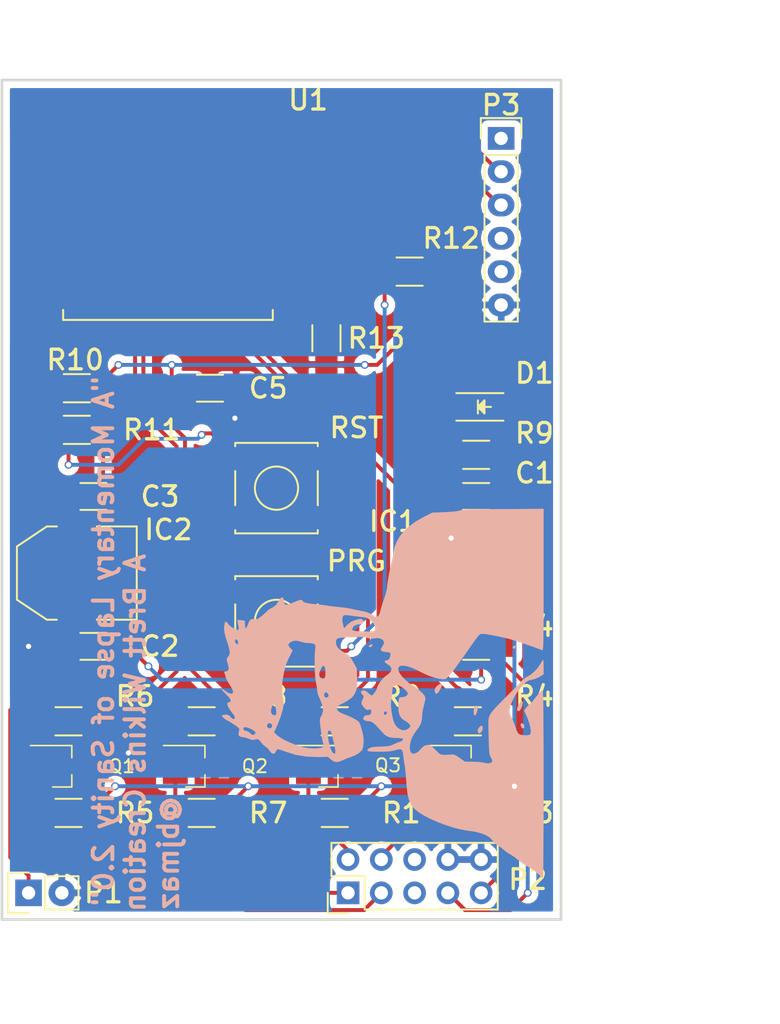
<source format=kicad_pcb>
(kicad_pcb (version 4) (host pcbnew 4.0.4-stable)

  (general
    (links 0)
    (no_connects 1)
    (area 137.059999 63.399999 179.932001 127.608001)
    (thickness 1.6)
    (drawings 9)
    (tracks 218)
    (zones 0)
    (modules 32)
    (nets 33)
  )

  (page A4)
  (title_block
    (title "A Momentary Lapse of Sanity")
    (date 2016-12-10)
    (rev 2)
    (company "A Brett Wilkins Creation")
  )

  (layers
    (0 F.Cu signal)
    (31 B.Cu signal)
    (32 B.Adhes user)
    (33 F.Adhes user)
    (34 B.Paste user)
    (35 F.Paste user)
    (36 B.SilkS user)
    (37 F.SilkS user)
    (38 B.Mask user)
    (39 F.Mask user)
    (40 Dwgs.User user)
    (41 Cmts.User user)
    (42 Eco1.User user hide)
    (43 Eco2.User user hide)
    (44 Edge.Cuts user)
    (45 Margin user)
    (46 B.CrtYd user hide)
    (47 F.CrtYd user)
    (48 B.Fab user)
    (49 F.Fab user hide)
  )

  (setup
    (last_trace_width 0.3)
    (trace_clearance 0.3)
    (zone_clearance 0.508)
    (zone_45_only no)
    (trace_min 0.2)
    (segment_width 0.2)
    (edge_width 0.2)
    (via_size 0.6)
    (via_drill 0.4)
    (via_min_size 0.4)
    (via_min_drill 0.3)
    (uvia_size 0.3)
    (uvia_drill 0.2)
    (uvias_allowed no)
    (uvia_min_size 0.3)
    (uvia_min_drill 0.2)
    (pcb_text_width 0.3)
    (pcb_text_size 1.5 1.5)
    (mod_edge_width 0.15)
    (mod_text_size 1 1)
    (mod_text_width 0.15)
    (pad_size 1.524 1.524)
    (pad_drill 0.762)
    (pad_to_mask_clearance 0.2)
    (aux_axis_origin 0 0)
    (visible_elements FFFFFF7F)
    (pcbplotparams
      (layerselection 0x010f0_80000001)
      (usegerberextensions true)
      (excludeedgelayer true)
      (linewidth 0.100000)
      (plotframeref false)
      (viasonmask false)
      (mode 1)
      (useauxorigin true)
      (hpglpennumber 1)
      (hpglpenspeed 20)
      (hpglpendiameter 15)
      (hpglpenoverlay 2)
      (psnegative false)
      (psa4output false)
      (plotreference true)
      (plotvalue false)
      (plotinvisibletext false)
      (padsonsilk false)
      (subtractmaskfromsilk false)
      (outputformat 1)
      (mirror false)
      (drillshape 0)
      (scaleselection 1)
      (outputdirectory Gerbers/))
  )

  (net 0 "")
  (net 1 +5V)
  (net 2 GND)
  (net 3 +9V)
  (net 4 +3V3)
  (net 5 "Net-(D1-Pad1)")
  (net 6 "Net-(P2-Pad1)")
  (net 7 "Net-(P2-Pad2)")
  (net 8 "Net-(P2-Pad3)")
  (net 9 "Net-(P2-Pad4)")
  (net 10 "Net-(P2-Pad5)")
  (net 11 "Net-(P2-Pad6)")
  (net 12 "Net-(P3-Pad1)")
  (net 13 "Net-(P3-Pad2)")
  (net 14 "Net-(P3-Pad3)")
  (net 15 "Net-(P3-Pad4)")
  (net 16 "Net-(P3-Pad5)")
  (net 17 "Net-(Q1-Pad1)")
  (net 18 "Net-(Q2-Pad1)")
  (net 19 "Net-(Q3-Pad1)")
  (net 20 "Net-(Q4-Pad1)")
  (net 21 "Net-(R2-Pad2)")
  (net 22 "Net-(R4-Pad2)")
  (net 23 "Net-(R6-Pad2)")
  (net 24 "Net-(R8-Pad2)")
  (net 25 "Net-(R10-Pad1)")
  (net 26 "Net-(R11-Pad1)")
  (net 27 "Net-(R12-Pad2)")
  (net 28 "Net-(R13-Pad2)")
  (net 29 "Net-(U1-Pad2)")
  (net 30 "Net-(U1-Pad11)")
  (net 31 "Net-(U1-Pad13)")
  (net 32 "Net-(U1-Pad14)")

  (net_class Default "This is the default net class."
    (clearance 0.3)
    (trace_width 0.3)
    (via_dia 0.6)
    (via_drill 0.4)
    (uvia_dia 0.3)
    (uvia_drill 0.2)
    (add_net +3V3)
    (add_net +5V)
    (add_net +9V)
    (add_net GND)
    (add_net "Net-(D1-Pad1)")
    (add_net "Net-(P2-Pad1)")
    (add_net "Net-(P2-Pad2)")
    (add_net "Net-(P2-Pad3)")
    (add_net "Net-(P2-Pad4)")
    (add_net "Net-(P2-Pad5)")
    (add_net "Net-(P2-Pad6)")
    (add_net "Net-(P3-Pad1)")
    (add_net "Net-(P3-Pad2)")
    (add_net "Net-(P3-Pad3)")
    (add_net "Net-(P3-Pad4)")
    (add_net "Net-(P3-Pad5)")
    (add_net "Net-(Q1-Pad1)")
    (add_net "Net-(Q2-Pad1)")
    (add_net "Net-(Q3-Pad1)")
    (add_net "Net-(Q4-Pad1)")
    (add_net "Net-(R10-Pad1)")
    (add_net "Net-(R11-Pad1)")
    (add_net "Net-(R12-Pad2)")
    (add_net "Net-(R13-Pad2)")
    (add_net "Net-(R2-Pad2)")
    (add_net "Net-(R4-Pad2)")
    (add_net "Net-(R6-Pad2)")
    (add_net "Net-(R8-Pad2)")
    (add_net "Net-(U1-Pad11)")
    (add_net "Net-(U1-Pad13)")
    (add_net "Net-(U1-Pad14)")
    (add_net "Net-(U1-Pad2)")
  )

  (module Capacitors_SMD:C_1206_HandSoldering (layer F.Cu) (tedit 584B909D) (tstamp 58435C46)
    (at 173.355 95.25)
    (descr "Capacitor SMD 1206, hand soldering")
    (tags "capacitor 1206")
    (path /5842DE3B)
    (attr smd)
    (fp_text reference C1 (at 4.445 -1.778) (layer F.SilkS)
      (effects (font (size 1.5 1.5) (thickness 0.25)))
    )
    (fp_text value 10uF (at 0 2.3) (layer F.Fab)
      (effects (font (size 1 1) (thickness 0.15)))
    )
    (fp_line (start -1.6 0.8) (end -1.6 -0.8) (layer F.Fab) (width 0.15))
    (fp_line (start 1.6 0.8) (end -1.6 0.8) (layer F.Fab) (width 0.15))
    (fp_line (start 1.6 -0.8) (end 1.6 0.8) (layer F.Fab) (width 0.15))
    (fp_line (start -1.6 -0.8) (end 1.6 -0.8) (layer F.Fab) (width 0.15))
    (fp_line (start -3.3 -1.15) (end 3.3 -1.15) (layer F.CrtYd) (width 0.05))
    (fp_line (start -3.3 1.15) (end 3.3 1.15) (layer F.CrtYd) (width 0.05))
    (fp_line (start -3.3 -1.15) (end -3.3 1.15) (layer F.CrtYd) (width 0.05))
    (fp_line (start 3.3 -1.15) (end 3.3 1.15) (layer F.CrtYd) (width 0.05))
    (fp_line (start 1 -1.025) (end -1 -1.025) (layer F.SilkS) (width 0.15))
    (fp_line (start -1 1.025) (end 1 1.025) (layer F.SilkS) (width 0.15))
    (pad 1 smd rect (at -2 0) (size 2 1.6) (layers F.Cu F.Paste F.Mask)
      (net 1 +5V))
    (pad 2 smd rect (at 2 0) (size 2 1.6) (layers F.Cu F.Paste F.Mask)
      (net 2 GND))
    (model Capacitors_SMD.3dshapes/C_1206_HandSoldering.wrl
      (at (xyz 0 0 0))
      (scale (xyz 1 1 1))
      (rotate (xyz 0 0 0))
    )
  )

  (module Capacitors_SMD:C_1206_HandSoldering (layer F.Cu) (tedit 584B9028) (tstamp 58435C56)
    (at 144.145 106.68 180)
    (descr "Capacitor SMD 1206, hand soldering")
    (tags "capacitor 1206")
    (path /5842DDDB)
    (attr smd)
    (fp_text reference C2 (at -5.08 0 180) (layer F.SilkS)
      (effects (font (size 1.5 1.5) (thickness 0.25)))
    )
    (fp_text value 100nF (at 0 2.3 180) (layer F.Fab)
      (effects (font (size 1 1) (thickness 0.15)))
    )
    (fp_line (start -1.6 0.8) (end -1.6 -0.8) (layer F.Fab) (width 0.15))
    (fp_line (start 1.6 0.8) (end -1.6 0.8) (layer F.Fab) (width 0.15))
    (fp_line (start 1.6 -0.8) (end 1.6 0.8) (layer F.Fab) (width 0.15))
    (fp_line (start -1.6 -0.8) (end 1.6 -0.8) (layer F.Fab) (width 0.15))
    (fp_line (start -3.3 -1.15) (end 3.3 -1.15) (layer F.CrtYd) (width 0.05))
    (fp_line (start -3.3 1.15) (end 3.3 1.15) (layer F.CrtYd) (width 0.05))
    (fp_line (start -3.3 -1.15) (end -3.3 1.15) (layer F.CrtYd) (width 0.05))
    (fp_line (start 3.3 -1.15) (end 3.3 1.15) (layer F.CrtYd) (width 0.05))
    (fp_line (start 1 -1.025) (end -1 -1.025) (layer F.SilkS) (width 0.15))
    (fp_line (start -1 1.025) (end 1 1.025) (layer F.SilkS) (width 0.15))
    (pad 1 smd rect (at -2 0 180) (size 2 1.6) (layers F.Cu F.Paste F.Mask)
      (net 3 +9V))
    (pad 2 smd rect (at 2 0 180) (size 2 1.6) (layers F.Cu F.Paste F.Mask)
      (net 2 GND))
    (model Capacitors_SMD.3dshapes/C_1206_HandSoldering.wrl
      (at (xyz 0 0 0))
      (scale (xyz 1 1 1))
      (rotate (xyz 0 0 0))
    )
  )

  (module Capacitors_SMD:C_1206_HandSoldering (layer F.Cu) (tedit 584B90BD) (tstamp 58435C66)
    (at 144.145 95.25 180)
    (descr "Capacitor SMD 1206, hand soldering")
    (tags "capacitor 1206")
    (path /5842DD2B)
    (attr smd)
    (fp_text reference C3 (at -5.08 0 180) (layer F.SilkS)
      (effects (font (size 1.5 1.5) (thickness 0.25)))
    )
    (fp_text value 10uF (at 0 2.3 180) (layer F.Fab)
      (effects (font (size 1 1) (thickness 0.15)))
    )
    (fp_line (start -1.6 0.8) (end -1.6 -0.8) (layer F.Fab) (width 0.15))
    (fp_line (start 1.6 0.8) (end -1.6 0.8) (layer F.Fab) (width 0.15))
    (fp_line (start 1.6 -0.8) (end 1.6 0.8) (layer F.Fab) (width 0.15))
    (fp_line (start -1.6 -0.8) (end 1.6 -0.8) (layer F.Fab) (width 0.15))
    (fp_line (start -3.3 -1.15) (end 3.3 -1.15) (layer F.CrtYd) (width 0.05))
    (fp_line (start -3.3 1.15) (end 3.3 1.15) (layer F.CrtYd) (width 0.05))
    (fp_line (start -3.3 -1.15) (end -3.3 1.15) (layer F.CrtYd) (width 0.05))
    (fp_line (start 3.3 -1.15) (end 3.3 1.15) (layer F.CrtYd) (width 0.05))
    (fp_line (start 1 -1.025) (end -1 -1.025) (layer F.SilkS) (width 0.15))
    (fp_line (start -1 1.025) (end 1 1.025) (layer F.SilkS) (width 0.15))
    (pad 1 smd rect (at -2 0 180) (size 2 1.6) (layers F.Cu F.Paste F.Mask)
      (net 4 +3V3))
    (pad 2 smd rect (at 2 0 180) (size 2 1.6) (layers F.Cu F.Paste F.Mask)
      (net 2 GND))
    (model Capacitors_SMD.3dshapes/C_1206_HandSoldering.wrl
      (at (xyz 0 0 0))
      (scale (xyz 1 1 1))
      (rotate (xyz 0 0 0))
    )
  )

  (module Capacitors_SMD:C_1206_HandSoldering (layer F.Cu) (tedit 584B901D) (tstamp 58435C76)
    (at 173.355 106.68 180)
    (descr "Capacitor SMD 1206, hand soldering")
    (tags "capacitor 1206")
    (path /5842DCE8)
    (attr smd)
    (fp_text reference C4 (at -4.445 1.524 180) (layer F.SilkS)
      (effects (font (size 1.5 1.5) (thickness 0.25)))
    )
    (fp_text value 100nF (at 0 2.3 180) (layer F.Fab)
      (effects (font (size 1 1) (thickness 0.15)))
    )
    (fp_line (start -1.6 0.8) (end -1.6 -0.8) (layer F.Fab) (width 0.15))
    (fp_line (start 1.6 0.8) (end -1.6 0.8) (layer F.Fab) (width 0.15))
    (fp_line (start 1.6 -0.8) (end 1.6 0.8) (layer F.Fab) (width 0.15))
    (fp_line (start -1.6 -0.8) (end 1.6 -0.8) (layer F.Fab) (width 0.15))
    (fp_line (start -3.3 -1.15) (end 3.3 -1.15) (layer F.CrtYd) (width 0.05))
    (fp_line (start -3.3 1.15) (end 3.3 1.15) (layer F.CrtYd) (width 0.05))
    (fp_line (start -3.3 -1.15) (end -3.3 1.15) (layer F.CrtYd) (width 0.05))
    (fp_line (start 3.3 -1.15) (end 3.3 1.15) (layer F.CrtYd) (width 0.05))
    (fp_line (start 1 -1.025) (end -1 -1.025) (layer F.SilkS) (width 0.15))
    (fp_line (start -1 1.025) (end 1 1.025) (layer F.SilkS) (width 0.15))
    (pad 1 smd rect (at -2 0 180) (size 2 1.6) (layers F.Cu F.Paste F.Mask)
      (net 3 +9V))
    (pad 2 smd rect (at 2 0 180) (size 2 1.6) (layers F.Cu F.Paste F.Mask)
      (net 2 GND))
    (model Capacitors_SMD.3dshapes/C_1206_HandSoldering.wrl
      (at (xyz 0 0 0))
      (scale (xyz 1 1 1))
      (rotate (xyz 0 0 0))
    )
  )

  (module Capacitors_SMD:C_1206_HandSoldering (layer F.Cu) (tedit 584B90D8) (tstamp 58435C86)
    (at 153.035 86.995)
    (descr "Capacitor SMD 1206, hand soldering")
    (tags "capacitor 1206")
    (path /58430B1F)
    (attr smd)
    (fp_text reference C5 (at 4.445 0) (layer F.SilkS)
      (effects (font (size 1.5 1.5) (thickness 0.25)))
    )
    (fp_text value 10uF (at 0 2.3) (layer F.Fab)
      (effects (font (size 1 1) (thickness 0.15)))
    )
    (fp_line (start -1.6 0.8) (end -1.6 -0.8) (layer F.Fab) (width 0.15))
    (fp_line (start 1.6 0.8) (end -1.6 0.8) (layer F.Fab) (width 0.15))
    (fp_line (start 1.6 -0.8) (end 1.6 0.8) (layer F.Fab) (width 0.15))
    (fp_line (start -1.6 -0.8) (end 1.6 -0.8) (layer F.Fab) (width 0.15))
    (fp_line (start -3.3 -1.15) (end 3.3 -1.15) (layer F.CrtYd) (width 0.05))
    (fp_line (start -3.3 1.15) (end 3.3 1.15) (layer F.CrtYd) (width 0.05))
    (fp_line (start -3.3 -1.15) (end -3.3 1.15) (layer F.CrtYd) (width 0.05))
    (fp_line (start 3.3 -1.15) (end 3.3 1.15) (layer F.CrtYd) (width 0.05))
    (fp_line (start 1 -1.025) (end -1 -1.025) (layer F.SilkS) (width 0.15))
    (fp_line (start -1 1.025) (end 1 1.025) (layer F.SilkS) (width 0.15))
    (pad 1 smd rect (at -2 0) (size 2 1.6) (layers F.Cu F.Paste F.Mask)
      (net 4 +3V3))
    (pad 2 smd rect (at 2 0) (size 2 1.6) (layers F.Cu F.Paste F.Mask)
      (net 2 GND))
    (model Capacitors_SMD.3dshapes/C_1206_HandSoldering.wrl
      (at (xyz 0 0 0))
      (scale (xyz 1 1 1))
      (rotate (xyz 0 0 0))
    )
  )

  (module LEDs:LED_1206 (layer F.Cu) (tedit 584B90AD) (tstamp 58435CA4)
    (at 173.99 88.420362)
    (descr "LED 1206 smd package")
    (tags "LED1206 SMD")
    (path /584312F2)
    (attr smd)
    (fp_text reference D1 (at 3.81 -2.568362) (layer F.SilkS)
      (effects (font (size 1.5 1.5) (thickness 0.25)))
    )
    (fp_text value LED (at 0 2) (layer F.Fab)
      (effects (font (size 1 1) (thickness 0.15)))
    )
    (fp_line (start -0.5 -0.5) (end -0.5 0.5) (layer F.Fab) (width 0.15))
    (fp_line (start -0.5 0) (end 0 -0.5) (layer F.Fab) (width 0.15))
    (fp_line (start 0 0.5) (end -0.5 0) (layer F.Fab) (width 0.15))
    (fp_line (start 0 -0.5) (end 0 0.5) (layer F.Fab) (width 0.15))
    (fp_line (start -1.6 0.8) (end -1.6 -0.8) (layer F.Fab) (width 0.15))
    (fp_line (start 1.6 0.8) (end -1.6 0.8) (layer F.Fab) (width 0.15))
    (fp_line (start 1.6 -0.8) (end 1.6 0.8) (layer F.Fab) (width 0.15))
    (fp_line (start -1.6 -0.8) (end 1.6 -0.8) (layer F.Fab) (width 0.15))
    (fp_line (start -2.15 1.05) (end 1.45 1.05) (layer F.SilkS) (width 0.15))
    (fp_line (start -2.15 -1.05) (end 1.45 -1.05) (layer F.SilkS) (width 0.15))
    (fp_line (start -0.1 -0.3) (end -0.1 0.3) (layer F.SilkS) (width 0.15))
    (fp_line (start -0.1 0.3) (end -0.4 0) (layer F.SilkS) (width 0.15))
    (fp_line (start -0.4 0) (end -0.2 -0.2) (layer F.SilkS) (width 0.15))
    (fp_line (start -0.2 -0.2) (end -0.2 0.05) (layer F.SilkS) (width 0.15))
    (fp_line (start -0.2 0.05) (end -0.25 0) (layer F.SilkS) (width 0.15))
    (fp_line (start -0.5 -0.5) (end -0.5 0.5) (layer F.SilkS) (width 0.15))
    (fp_line (start 0 0) (end 0.5 0) (layer F.SilkS) (width 0.15))
    (fp_line (start -0.5 0) (end 0 -0.5) (layer F.SilkS) (width 0.15))
    (fp_line (start 0 -0.5) (end 0 0.5) (layer F.SilkS) (width 0.15))
    (fp_line (start 0 0.5) (end -0.5 0) (layer F.SilkS) (width 0.15))
    (fp_line (start 2.5 -1.25) (end -2.5 -1.25) (layer F.CrtYd) (width 0.05))
    (fp_line (start -2.5 -1.25) (end -2.5 1.25) (layer F.CrtYd) (width 0.05))
    (fp_line (start -2.5 1.25) (end 2.5 1.25) (layer F.CrtYd) (width 0.05))
    (fp_line (start 2.5 1.25) (end 2.5 -1.25) (layer F.CrtYd) (width 0.05))
    (pad 2 smd rect (at 1.41986 0 180) (size 1.59766 1.80086) (layers F.Cu F.Paste F.Mask)
      (net 4 +3V3))
    (pad 1 smd rect (at -1.41986 0 180) (size 1.59766 1.80086) (layers F.Cu F.Paste F.Mask)
      (net 5 "Net-(D1-Pad1)"))
    (model LEDs.3dshapes/LED_1206.wrl
      (at (xyz 0 0 0))
      (scale (xyz 1 1 1))
      (rotate (xyz 0 0 180))
    )
  )

  (module TO_SOT_Packages_SMD:SOT-223 (layer F.Cu) (tedit 584B908A) (tstamp 58435CB4)
    (at 172.212 100.965 90)
    (descr "module CMS SOT223 4 pins")
    (tags "CMS SOT")
    (path /5842D1AC)
    (attr smd)
    (fp_text reference IC1 (at 3.81 -5.207 180) (layer F.SilkS)
      (effects (font (size 1.5 1.5) (thickness 0.25)))
    )
    (fp_text value LM2937IMP-5.0 (at 0 0.762 90) (layer F.Fab)
      (effects (font (size 1 1) (thickness 0.15)))
    )
    (fp_line (start -3.556 1.524) (end -3.556 4.572) (layer F.SilkS) (width 0.15))
    (fp_line (start -3.556 4.572) (end 3.556 4.572) (layer F.SilkS) (width 0.15))
    (fp_line (start 3.556 4.572) (end 3.556 1.524) (layer F.SilkS) (width 0.15))
    (fp_line (start -3.556 -1.524) (end -3.556 -2.286) (layer F.SilkS) (width 0.15))
    (fp_line (start -3.556 -2.286) (end -2.032 -4.572) (layer F.SilkS) (width 0.15))
    (fp_line (start -2.032 -4.572) (end 2.032 -4.572) (layer F.SilkS) (width 0.15))
    (fp_line (start 2.032 -4.572) (end 3.556 -2.286) (layer F.SilkS) (width 0.15))
    (fp_line (start 3.556 -2.286) (end 3.556 -1.524) (layer F.SilkS) (width 0.15))
    (pad 4 smd rect (at 0 -3.302 90) (size 3.6576 2.032) (layers F.Cu F.Paste F.Mask)
      (net 2 GND))
    (pad 2 smd rect (at 0 3.302 90) (size 1.016 2.032) (layers F.Cu F.Paste F.Mask)
      (net 2 GND))
    (pad 3 smd rect (at 2.286 3.302 90) (size 1.016 2.032) (layers F.Cu F.Paste F.Mask)
      (net 1 +5V))
    (pad 1 smd rect (at -2.286 3.302 90) (size 1.016 2.032) (layers F.Cu F.Paste F.Mask)
      (net 3 +9V))
    (model TO_SOT_Packages_SMD.3dshapes/SOT-223.wrl
      (at (xyz 0 0 0))
      (scale (xyz 0.4 0.4 0.4))
      (rotate (xyz 0 0 0))
    )
  )

  (module TO_SOT_Packages_SMD:SOT-223 (layer F.Cu) (tedit 584B9032) (tstamp 58435CC4)
    (at 142.875 101.092 90)
    (descr "module CMS SOT223 4 pins")
    (tags "CMS SOT")
    (path /5842D17C)
    (attr smd)
    (fp_text reference IC2 (at 3.302 6.985 180) (layer F.SilkS)
      (effects (font (size 1.5 1.5) (thickness 0.25)))
    )
    (fp_text value LM2937IMP-3.3 (at 0 0.762 90) (layer F.Fab)
      (effects (font (size 1 1) (thickness 0.15)))
    )
    (fp_line (start -3.556 1.524) (end -3.556 4.572) (layer F.SilkS) (width 0.15))
    (fp_line (start -3.556 4.572) (end 3.556 4.572) (layer F.SilkS) (width 0.15))
    (fp_line (start 3.556 4.572) (end 3.556 1.524) (layer F.SilkS) (width 0.15))
    (fp_line (start -3.556 -1.524) (end -3.556 -2.286) (layer F.SilkS) (width 0.15))
    (fp_line (start -3.556 -2.286) (end -2.032 -4.572) (layer F.SilkS) (width 0.15))
    (fp_line (start -2.032 -4.572) (end 2.032 -4.572) (layer F.SilkS) (width 0.15))
    (fp_line (start 2.032 -4.572) (end 3.556 -2.286) (layer F.SilkS) (width 0.15))
    (fp_line (start 3.556 -2.286) (end 3.556 -1.524) (layer F.SilkS) (width 0.15))
    (pad 4 smd rect (at 0 -3.302 90) (size 3.6576 2.032) (layers F.Cu F.Paste F.Mask)
      (net 2 GND))
    (pad 2 smd rect (at 0 3.302 90) (size 1.016 2.032) (layers F.Cu F.Paste F.Mask)
      (net 2 GND))
    (pad 3 smd rect (at 2.286 3.302 90) (size 1.016 2.032) (layers F.Cu F.Paste F.Mask)
      (net 4 +3V3))
    (pad 1 smd rect (at -2.286 3.302 90) (size 1.016 2.032) (layers F.Cu F.Paste F.Mask)
      (net 3 +9V))
    (model TO_SOT_Packages_SMD.3dshapes/SOT-223.wrl
      (at (xyz 0 0 0))
      (scale (xyz 0.4 0.4 0.4))
      (rotate (xyz 0 0 0))
    )
  )

  (module Pin_Headers:Pin_Header_Straight_1x02 (layer F.Cu) (tedit 584B8F39) (tstamp 58435CD5)
    (at 139.192 125.476 90)
    (descr "Through hole pin header")
    (tags "pin header")
    (path /5842DA8F)
    (fp_text reference P1 (at 0 5.715 180) (layer F.SilkS)
      (effects (font (size 1.5 1.5) (thickness 0.25)))
    )
    (fp_text value PWR (at 0 -3.1 90) (layer F.Fab)
      (effects (font (size 1 1) (thickness 0.15)))
    )
    (fp_line (start 1.27 1.27) (end 1.27 3.81) (layer F.SilkS) (width 0.15))
    (fp_line (start 1.55 -1.55) (end 1.55 0) (layer F.SilkS) (width 0.15))
    (fp_line (start -1.75 -1.75) (end -1.75 4.3) (layer F.CrtYd) (width 0.05))
    (fp_line (start 1.75 -1.75) (end 1.75 4.3) (layer F.CrtYd) (width 0.05))
    (fp_line (start -1.75 -1.75) (end 1.75 -1.75) (layer F.CrtYd) (width 0.05))
    (fp_line (start -1.75 4.3) (end 1.75 4.3) (layer F.CrtYd) (width 0.05))
    (fp_line (start 1.27 1.27) (end -1.27 1.27) (layer F.SilkS) (width 0.15))
    (fp_line (start -1.55 0) (end -1.55 -1.55) (layer F.SilkS) (width 0.15))
    (fp_line (start -1.55 -1.55) (end 1.55 -1.55) (layer F.SilkS) (width 0.15))
    (fp_line (start -1.27 1.27) (end -1.27 3.81) (layer F.SilkS) (width 0.15))
    (fp_line (start -1.27 3.81) (end 1.27 3.81) (layer F.SilkS) (width 0.15))
    (pad 1 thru_hole rect (at 0 0 90) (size 2.032 2.032) (drill 1.016) (layers *.Cu *.Mask)
      (net 3 +9V))
    (pad 2 thru_hole oval (at 0 2.54 90) (size 2.032 2.032) (drill 1.016) (layers *.Cu *.Mask)
      (net 2 GND))
    (model Pin_Headers.3dshapes/Pin_Header_Straight_1x02.wrl
      (at (xyz 0 -0.05 0))
      (scale (xyz 1 1 1))
      (rotate (xyz 0 0 90))
    )
  )

  (module Pin_Headers:Pin_Header_Straight_2x05 (layer F.Cu) (tedit 584B8F58) (tstamp 58435CEF)
    (at 163.576 125.476 90)
    (descr "Through hole pin header")
    (tags "pin header")
    (path /5842D8BB)
    (fp_text reference P2 (at 1.016 13.716 180) (layer F.SilkS)
      (effects (font (size 1.5 1.5) (thickness 0.25)))
    )
    (fp_text value OUTPUT (at 0 -3.1 90) (layer F.Fab)
      (effects (font (size 1 1) (thickness 0.15)))
    )
    (fp_line (start -1.75 -1.75) (end -1.75 11.95) (layer F.CrtYd) (width 0.05))
    (fp_line (start 4.3 -1.75) (end 4.3 11.95) (layer F.CrtYd) (width 0.05))
    (fp_line (start -1.75 -1.75) (end 4.3 -1.75) (layer F.CrtYd) (width 0.05))
    (fp_line (start -1.75 11.95) (end 4.3 11.95) (layer F.CrtYd) (width 0.05))
    (fp_line (start 3.81 -1.27) (end 3.81 11.43) (layer F.SilkS) (width 0.15))
    (fp_line (start 3.81 11.43) (end -1.27 11.43) (layer F.SilkS) (width 0.15))
    (fp_line (start -1.27 11.43) (end -1.27 1.27) (layer F.SilkS) (width 0.15))
    (fp_line (start 3.81 -1.27) (end 1.27 -1.27) (layer F.SilkS) (width 0.15))
    (fp_line (start 0 -1.55) (end -1.55 -1.55) (layer F.SilkS) (width 0.15))
    (fp_line (start 1.27 -1.27) (end 1.27 1.27) (layer F.SilkS) (width 0.15))
    (fp_line (start 1.27 1.27) (end -1.27 1.27) (layer F.SilkS) (width 0.15))
    (fp_line (start -1.55 -1.55) (end -1.55 0) (layer F.SilkS) (width 0.15))
    (pad 1 thru_hole rect (at 0 0 90) (size 1.7272 1.7272) (drill 1.016) (layers *.Cu *.Mask)
      (net 6 "Net-(P2-Pad1)"))
    (pad 2 thru_hole oval (at 2.54 0 90) (size 1.7272 1.7272) (drill 1.016) (layers *.Cu *.Mask)
      (net 7 "Net-(P2-Pad2)"))
    (pad 3 thru_hole oval (at 0 2.54 90) (size 1.7272 1.7272) (drill 1.016) (layers *.Cu *.Mask)
      (net 8 "Net-(P2-Pad3)"))
    (pad 4 thru_hole oval (at 2.54 2.54 90) (size 1.7272 1.7272) (drill 1.016) (layers *.Cu *.Mask)
      (net 9 "Net-(P2-Pad4)"))
    (pad 5 thru_hole oval (at 0 5.08 90) (size 1.7272 1.7272) (drill 1.016) (layers *.Cu *.Mask)
      (net 10 "Net-(P2-Pad5)"))
    (pad 6 thru_hole oval (at 2.54 5.08 90) (size 1.7272 1.7272) (drill 1.016) (layers *.Cu *.Mask)
      (net 11 "Net-(P2-Pad6)"))
    (pad 7 thru_hole oval (at 0 7.62 90) (size 1.7272 1.7272) (drill 1.016) (layers *.Cu *.Mask)
      (net 1 +5V))
    (pad 8 thru_hole oval (at 2.54 7.62 90) (size 1.7272 1.7272) (drill 1.016) (layers *.Cu *.Mask)
      (net 2 GND))
    (pad 9 thru_hole oval (at 0 10.16 90) (size 1.7272 1.7272) (drill 1.016) (layers *.Cu *.Mask)
      (net 3 +9V))
    (pad 10 thru_hole oval (at 2.54 10.16 90) (size 1.7272 1.7272) (drill 1.016) (layers *.Cu *.Mask)
      (net 2 GND))
    (model Pin_Headers.3dshapes/Pin_Header_Straight_2x05.wrl
      (at (xyz 0.05 -0.2 0))
      (scale (xyz 1 1 1))
      (rotate (xyz 0 0 90))
    )
  )

  (module Pin_Headers:Pin_Header_Straight_1x06 (layer F.Cu) (tedit 584B9112) (tstamp 58435D04)
    (at 175.26 67.945)
    (descr "Through hole pin header")
    (tags "pin header")
    (path /5842D7CA)
    (fp_text reference P3 (at 0 -2.54) (layer F.SilkS)
      (effects (font (size 1.5 1.5) (thickness 0.25)))
    )
    (fp_text value "Programming Header" (at 0 -3.1) (layer F.Fab)
      (effects (font (size 1 1) (thickness 0.15)))
    )
    (fp_line (start -1.75 -1.75) (end -1.75 14.45) (layer F.CrtYd) (width 0.05))
    (fp_line (start 1.75 -1.75) (end 1.75 14.45) (layer F.CrtYd) (width 0.05))
    (fp_line (start -1.75 -1.75) (end 1.75 -1.75) (layer F.CrtYd) (width 0.05))
    (fp_line (start -1.75 14.45) (end 1.75 14.45) (layer F.CrtYd) (width 0.05))
    (fp_line (start 1.27 1.27) (end 1.27 13.97) (layer F.SilkS) (width 0.15))
    (fp_line (start 1.27 13.97) (end -1.27 13.97) (layer F.SilkS) (width 0.15))
    (fp_line (start -1.27 13.97) (end -1.27 1.27) (layer F.SilkS) (width 0.15))
    (fp_line (start 1.55 -1.55) (end 1.55 0) (layer F.SilkS) (width 0.15))
    (fp_line (start 1.27 1.27) (end -1.27 1.27) (layer F.SilkS) (width 0.15))
    (fp_line (start -1.55 0) (end -1.55 -1.55) (layer F.SilkS) (width 0.15))
    (fp_line (start -1.55 -1.55) (end 1.55 -1.55) (layer F.SilkS) (width 0.15))
    (pad 1 thru_hole rect (at 0 0) (size 2.032 1.7272) (drill 1.016) (layers *.Cu *.Mask)
      (net 12 "Net-(P3-Pad1)"))
    (pad 2 thru_hole oval (at 0 2.54) (size 2.032 1.7272) (drill 1.016) (layers *.Cu *.Mask)
      (net 13 "Net-(P3-Pad2)"))
    (pad 3 thru_hole oval (at 0 5.08) (size 2.032 1.7272) (drill 1.016) (layers *.Cu *.Mask)
      (net 14 "Net-(P3-Pad3)"))
    (pad 4 thru_hole oval (at 0 7.62) (size 2.032 1.7272) (drill 1.016) (layers *.Cu *.Mask)
      (net 15 "Net-(P3-Pad4)"))
    (pad 5 thru_hole oval (at 0 10.16) (size 2.032 1.7272) (drill 1.016) (layers *.Cu *.Mask)
      (net 16 "Net-(P3-Pad5)"))
    (pad 6 thru_hole oval (at 0 12.7) (size 2.032 1.7272) (drill 1.016) (layers *.Cu *.Mask)
      (net 2 GND))
    (model Pin_Headers.3dshapes/Pin_Header_Straight_1x06.wrl
      (at (xyz 0 -0.25 0))
      (scale (xyz 1 1 1))
      (rotate (xyz 0 0 90))
    )
  )

  (module Resistors_SMD:R_1206_HandSoldering (layer F.Cu) (tedit 584B8F80) (tstamp 58435D54)
    (at 162.56 119.38)
    (descr "Resistor SMD 1206, hand soldering")
    (tags "resistor 1206")
    (path /5843221D)
    (attr smd)
    (fp_text reference R1 (at 5.08 0) (layer F.SilkS)
      (effects (font (size 1.5 1.5) (thickness 0.25)))
    )
    (fp_text value 10K (at 0 2.3) (layer F.Fab)
      (effects (font (size 1 1) (thickness 0.15)))
    )
    (fp_line (start -1.6 0.8) (end -1.6 -0.8) (layer F.Fab) (width 0.1))
    (fp_line (start 1.6 0.8) (end -1.6 0.8) (layer F.Fab) (width 0.1))
    (fp_line (start 1.6 -0.8) (end 1.6 0.8) (layer F.Fab) (width 0.1))
    (fp_line (start -1.6 -0.8) (end 1.6 -0.8) (layer F.Fab) (width 0.1))
    (fp_line (start -3.3 -1.2) (end 3.3 -1.2) (layer F.CrtYd) (width 0.05))
    (fp_line (start -3.3 1.2) (end 3.3 1.2) (layer F.CrtYd) (width 0.05))
    (fp_line (start -3.3 -1.2) (end -3.3 1.2) (layer F.CrtYd) (width 0.05))
    (fp_line (start 3.3 -1.2) (end 3.3 1.2) (layer F.CrtYd) (width 0.05))
    (fp_line (start 1 1.075) (end -1 1.075) (layer F.SilkS) (width 0.15))
    (fp_line (start -1 -1.075) (end 1 -1.075) (layer F.SilkS) (width 0.15))
    (pad 1 smd rect (at -2 0) (size 2 1.7) (layers F.Cu F.Paste F.Mask)
      (net 7 "Net-(P2-Pad2)"))
    (pad 2 smd rect (at 2 0) (size 2 1.7) (layers F.Cu F.Paste F.Mask)
      (net 1 +5V))
    (model Resistors_SMD.3dshapes/R_1206_HandSoldering.wrl
      (at (xyz 0 0 0))
      (scale (xyz 1 1 1))
      (rotate (xyz 0 0 0))
    )
  )

  (module Resistors_SMD:R_1206_HandSoldering (layer F.Cu) (tedit 584B8FEA) (tstamp 58435D64)
    (at 162.56 112.395)
    (descr "Resistor SMD 1206, hand soldering")
    (tags "resistor 1206")
    (path /58432F0E)
    (attr smd)
    (fp_text reference R2 (at 5.08 -1.905) (layer F.SilkS)
      (effects (font (size 1.5 1.5) (thickness 0.25)))
    )
    (fp_text value 10K (at 0 2.3) (layer F.Fab)
      (effects (font (size 1 1) (thickness 0.15)))
    )
    (fp_line (start -1.6 0.8) (end -1.6 -0.8) (layer F.Fab) (width 0.1))
    (fp_line (start 1.6 0.8) (end -1.6 0.8) (layer F.Fab) (width 0.1))
    (fp_line (start 1.6 -0.8) (end 1.6 0.8) (layer F.Fab) (width 0.1))
    (fp_line (start -1.6 -0.8) (end 1.6 -0.8) (layer F.Fab) (width 0.1))
    (fp_line (start -3.3 -1.2) (end 3.3 -1.2) (layer F.CrtYd) (width 0.05))
    (fp_line (start -3.3 1.2) (end 3.3 1.2) (layer F.CrtYd) (width 0.05))
    (fp_line (start -3.3 -1.2) (end -3.3 1.2) (layer F.CrtYd) (width 0.05))
    (fp_line (start 3.3 -1.2) (end 3.3 1.2) (layer F.CrtYd) (width 0.05))
    (fp_line (start 1 1.075) (end -1 1.075) (layer F.SilkS) (width 0.15))
    (fp_line (start -1 -1.075) (end 1 -1.075) (layer F.SilkS) (width 0.15))
    (pad 1 smd rect (at -2 0) (size 2 1.7) (layers F.Cu F.Paste F.Mask)
      (net 19 "Net-(Q3-Pad1)"))
    (pad 2 smd rect (at 2 0) (size 2 1.7) (layers F.Cu F.Paste F.Mask)
      (net 21 "Net-(R2-Pad2)"))
    (model Resistors_SMD.3dshapes/R_1206_HandSoldering.wrl
      (at (xyz 0 0 0))
      (scale (xyz 1 1 1))
      (rotate (xyz 0 0 0))
    )
  )

  (module Resistors_SMD:R_1206_HandSoldering (layer F.Cu) (tedit 584B8F72) (tstamp 58435D74)
    (at 172.72 119.38)
    (descr "Resistor SMD 1206, hand soldering")
    (tags "resistor 1206")
    (path /584322D6)
    (attr smd)
    (fp_text reference R3 (at 5.08 0) (layer F.SilkS)
      (effects (font (size 1.5 1.5) (thickness 0.25)))
    )
    (fp_text value 10K (at 0 2.3) (layer F.Fab)
      (effects (font (size 1 1) (thickness 0.15)))
    )
    (fp_line (start -1.6 0.8) (end -1.6 -0.8) (layer F.Fab) (width 0.1))
    (fp_line (start 1.6 0.8) (end -1.6 0.8) (layer F.Fab) (width 0.1))
    (fp_line (start 1.6 -0.8) (end 1.6 0.8) (layer F.Fab) (width 0.1))
    (fp_line (start -1.6 -0.8) (end 1.6 -0.8) (layer F.Fab) (width 0.1))
    (fp_line (start -3.3 -1.2) (end 3.3 -1.2) (layer F.CrtYd) (width 0.05))
    (fp_line (start -3.3 1.2) (end 3.3 1.2) (layer F.CrtYd) (width 0.05))
    (fp_line (start -3.3 -1.2) (end -3.3 1.2) (layer F.CrtYd) (width 0.05))
    (fp_line (start 3.3 -1.2) (end 3.3 1.2) (layer F.CrtYd) (width 0.05))
    (fp_line (start 1 1.075) (end -1 1.075) (layer F.SilkS) (width 0.15))
    (fp_line (start -1 -1.075) (end 1 -1.075) (layer F.SilkS) (width 0.15))
    (pad 1 smd rect (at -2 0) (size 2 1.7) (layers F.Cu F.Paste F.Mask)
      (net 9 "Net-(P2-Pad4)"))
    (pad 2 smd rect (at 2 0) (size 2 1.7) (layers F.Cu F.Paste F.Mask)
      (net 1 +5V))
    (model Resistors_SMD.3dshapes/R_1206_HandSoldering.wrl
      (at (xyz 0 0 0))
      (scale (xyz 1 1 1))
      (rotate (xyz 0 0 0))
    )
  )

  (module Resistors_SMD:R_1206_HandSoldering (layer F.Cu) (tedit 584B8FDB) (tstamp 58435D84)
    (at 172.72 112.395)
    (descr "Resistor SMD 1206, hand soldering")
    (tags "resistor 1206")
    (path /58432E2F)
    (attr smd)
    (fp_text reference R4 (at 5.08 -1.905) (layer F.SilkS)
      (effects (font (size 1.5 1.5) (thickness 0.25)))
    )
    (fp_text value 10K (at 0 2.3) (layer F.Fab)
      (effects (font (size 1 1) (thickness 0.15)))
    )
    (fp_line (start -1.6 0.8) (end -1.6 -0.8) (layer F.Fab) (width 0.1))
    (fp_line (start 1.6 0.8) (end -1.6 0.8) (layer F.Fab) (width 0.1))
    (fp_line (start 1.6 -0.8) (end 1.6 0.8) (layer F.Fab) (width 0.1))
    (fp_line (start -1.6 -0.8) (end 1.6 -0.8) (layer F.Fab) (width 0.1))
    (fp_line (start -3.3 -1.2) (end 3.3 -1.2) (layer F.CrtYd) (width 0.05))
    (fp_line (start -3.3 1.2) (end 3.3 1.2) (layer F.CrtYd) (width 0.05))
    (fp_line (start -3.3 -1.2) (end -3.3 1.2) (layer F.CrtYd) (width 0.05))
    (fp_line (start 3.3 -1.2) (end 3.3 1.2) (layer F.CrtYd) (width 0.05))
    (fp_line (start 1 1.075) (end -1 1.075) (layer F.SilkS) (width 0.15))
    (fp_line (start -1 -1.075) (end 1 -1.075) (layer F.SilkS) (width 0.15))
    (pad 1 smd rect (at -2 0) (size 2 1.7) (layers F.Cu F.Paste F.Mask)
      (net 20 "Net-(Q4-Pad1)"))
    (pad 2 smd rect (at 2 0) (size 2 1.7) (layers F.Cu F.Paste F.Mask)
      (net 22 "Net-(R4-Pad2)"))
    (model Resistors_SMD.3dshapes/R_1206_HandSoldering.wrl
      (at (xyz 0 0 0))
      (scale (xyz 1 1 1))
      (rotate (xyz 0 0 0))
    )
  )

  (module Resistors_SMD:R_1206_HandSoldering (layer F.Cu) (tedit 584B8F9C) (tstamp 58435D94)
    (at 142.24 119.38)
    (descr "Resistor SMD 1206, hand soldering")
    (tags "resistor 1206")
    (path /584323B7)
    (attr smd)
    (fp_text reference R5 (at 5.08 0) (layer F.SilkS)
      (effects (font (size 1.5 1.5) (thickness 0.25)))
    )
    (fp_text value 10K (at 0 2.3) (layer F.Fab)
      (effects (font (size 1 1) (thickness 0.15)))
    )
    (fp_line (start -1.6 0.8) (end -1.6 -0.8) (layer F.Fab) (width 0.1))
    (fp_line (start 1.6 0.8) (end -1.6 0.8) (layer F.Fab) (width 0.1))
    (fp_line (start 1.6 -0.8) (end 1.6 0.8) (layer F.Fab) (width 0.1))
    (fp_line (start -1.6 -0.8) (end 1.6 -0.8) (layer F.Fab) (width 0.1))
    (fp_line (start -3.3 -1.2) (end 3.3 -1.2) (layer F.CrtYd) (width 0.05))
    (fp_line (start -3.3 1.2) (end 3.3 1.2) (layer F.CrtYd) (width 0.05))
    (fp_line (start -3.3 -1.2) (end -3.3 1.2) (layer F.CrtYd) (width 0.05))
    (fp_line (start 3.3 -1.2) (end 3.3 1.2) (layer F.CrtYd) (width 0.05))
    (fp_line (start 1 1.075) (end -1 1.075) (layer F.SilkS) (width 0.15))
    (fp_line (start -1 -1.075) (end 1 -1.075) (layer F.SilkS) (width 0.15))
    (pad 1 smd rect (at -2 0) (size 2 1.7) (layers F.Cu F.Paste F.Mask)
      (net 8 "Net-(P2-Pad3)"))
    (pad 2 smd rect (at 2 0) (size 2 1.7) (layers F.Cu F.Paste F.Mask)
      (net 1 +5V))
    (model Resistors_SMD.3dshapes/R_1206_HandSoldering.wrl
      (at (xyz 0 0 0))
      (scale (xyz 1 1 1))
      (rotate (xyz 0 0 0))
    )
  )

  (module Resistors_SMD:R_1206_HandSoldering (layer F.Cu) (tedit 584B8FFB) (tstamp 58435DA4)
    (at 142.24 112.395)
    (descr "Resistor SMD 1206, hand soldering")
    (tags "resistor 1206")
    (path /58432E9F)
    (attr smd)
    (fp_text reference R6 (at 5.08 -1.905) (layer F.SilkS)
      (effects (font (size 1.5 1.5) (thickness 0.25)))
    )
    (fp_text value 10K (at 0 2.3) (layer F.Fab)
      (effects (font (size 1 1) (thickness 0.15)))
    )
    (fp_line (start -1.6 0.8) (end -1.6 -0.8) (layer F.Fab) (width 0.1))
    (fp_line (start 1.6 0.8) (end -1.6 0.8) (layer F.Fab) (width 0.1))
    (fp_line (start 1.6 -0.8) (end 1.6 0.8) (layer F.Fab) (width 0.1))
    (fp_line (start -1.6 -0.8) (end 1.6 -0.8) (layer F.Fab) (width 0.1))
    (fp_line (start -3.3 -1.2) (end 3.3 -1.2) (layer F.CrtYd) (width 0.05))
    (fp_line (start -3.3 1.2) (end 3.3 1.2) (layer F.CrtYd) (width 0.05))
    (fp_line (start -3.3 -1.2) (end -3.3 1.2) (layer F.CrtYd) (width 0.05))
    (fp_line (start 3.3 -1.2) (end 3.3 1.2) (layer F.CrtYd) (width 0.05))
    (fp_line (start 1 1.075) (end -1 1.075) (layer F.SilkS) (width 0.15))
    (fp_line (start -1 -1.075) (end 1 -1.075) (layer F.SilkS) (width 0.15))
    (pad 1 smd rect (at -2 0) (size 2 1.7) (layers F.Cu F.Paste F.Mask)
      (net 17 "Net-(Q1-Pad1)"))
    (pad 2 smd rect (at 2 0) (size 2 1.7) (layers F.Cu F.Paste F.Mask)
      (net 23 "Net-(R6-Pad2)"))
    (model Resistors_SMD.3dshapes/R_1206_HandSoldering.wrl
      (at (xyz 0 0 0))
      (scale (xyz 1 1 1))
      (rotate (xyz 0 0 0))
    )
  )

  (module Resistors_SMD:R_1206_HandSoldering (layer F.Cu) (tedit 584B8F8E) (tstamp 58435DB4)
    (at 152.4 119.38)
    (descr "Resistor SMD 1206, hand soldering")
    (tags "resistor 1206")
    (path /5843241A)
    (attr smd)
    (fp_text reference R7 (at 5.08 0) (layer F.SilkS)
      (effects (font (size 1.5 1.5) (thickness 0.25)))
    )
    (fp_text value 10K (at 0 2.3) (layer F.Fab)
      (effects (font (size 1 1) (thickness 0.15)))
    )
    (fp_line (start -1.6 0.8) (end -1.6 -0.8) (layer F.Fab) (width 0.1))
    (fp_line (start 1.6 0.8) (end -1.6 0.8) (layer F.Fab) (width 0.1))
    (fp_line (start 1.6 -0.8) (end 1.6 0.8) (layer F.Fab) (width 0.1))
    (fp_line (start -1.6 -0.8) (end 1.6 -0.8) (layer F.Fab) (width 0.1))
    (fp_line (start -3.3 -1.2) (end 3.3 -1.2) (layer F.CrtYd) (width 0.05))
    (fp_line (start -3.3 1.2) (end 3.3 1.2) (layer F.CrtYd) (width 0.05))
    (fp_line (start -3.3 -1.2) (end -3.3 1.2) (layer F.CrtYd) (width 0.05))
    (fp_line (start 3.3 -1.2) (end 3.3 1.2) (layer F.CrtYd) (width 0.05))
    (fp_line (start 1 1.075) (end -1 1.075) (layer F.SilkS) (width 0.15))
    (fp_line (start -1 -1.075) (end 1 -1.075) (layer F.SilkS) (width 0.15))
    (pad 1 smd rect (at -2 0) (size 2 1.7) (layers F.Cu F.Paste F.Mask)
      (net 6 "Net-(P2-Pad1)"))
    (pad 2 smd rect (at 2 0) (size 2 1.7) (layers F.Cu F.Paste F.Mask)
      (net 1 +5V))
    (model Resistors_SMD.3dshapes/R_1206_HandSoldering.wrl
      (at (xyz 0 0 0))
      (scale (xyz 1 1 1))
      (rotate (xyz 0 0 0))
    )
  )

  (module Resistors_SMD:R_1206_HandSoldering (layer F.Cu) (tedit 584B8FF2) (tstamp 58435DC4)
    (at 152.4 112.395)
    (descr "Resistor SMD 1206, hand soldering")
    (tags "resistor 1206")
    (path /58432CE8)
    (attr smd)
    (fp_text reference R8 (at 5.08 -1.905) (layer F.SilkS)
      (effects (font (size 1.5 1.5) (thickness 0.25)))
    )
    (fp_text value 10K (at 0 2.3) (layer F.Fab)
      (effects (font (size 1 1) (thickness 0.15)))
    )
    (fp_line (start -1.6 0.8) (end -1.6 -0.8) (layer F.Fab) (width 0.1))
    (fp_line (start 1.6 0.8) (end -1.6 0.8) (layer F.Fab) (width 0.1))
    (fp_line (start 1.6 -0.8) (end 1.6 0.8) (layer F.Fab) (width 0.1))
    (fp_line (start -1.6 -0.8) (end 1.6 -0.8) (layer F.Fab) (width 0.1))
    (fp_line (start -3.3 -1.2) (end 3.3 -1.2) (layer F.CrtYd) (width 0.05))
    (fp_line (start -3.3 1.2) (end 3.3 1.2) (layer F.CrtYd) (width 0.05))
    (fp_line (start -3.3 -1.2) (end -3.3 1.2) (layer F.CrtYd) (width 0.05))
    (fp_line (start 3.3 -1.2) (end 3.3 1.2) (layer F.CrtYd) (width 0.05))
    (fp_line (start 1 1.075) (end -1 1.075) (layer F.SilkS) (width 0.15))
    (fp_line (start -1 -1.075) (end 1 -1.075) (layer F.SilkS) (width 0.15))
    (pad 1 smd rect (at -2 0) (size 2 1.7) (layers F.Cu F.Paste F.Mask)
      (net 18 "Net-(Q2-Pad1)"))
    (pad 2 smd rect (at 2 0) (size 2 1.7) (layers F.Cu F.Paste F.Mask)
      (net 24 "Net-(R8-Pad2)"))
    (model Resistors_SMD.3dshapes/R_1206_HandSoldering.wrl
      (at (xyz 0 0 0))
      (scale (xyz 1 1 1))
      (rotate (xyz 0 0 0))
    )
  )

  (module Resistors_SMD:R_1206_HandSoldering (layer F.Cu) (tedit 584B90A5) (tstamp 58435DD4)
    (at 173.355 92.075 180)
    (descr "Resistor SMD 1206, hand soldering")
    (tags "resistor 1206")
    (path /58431174)
    (attr smd)
    (fp_text reference R9 (at -4.445 1.651 180) (layer F.SilkS)
      (effects (font (size 1.5 1.5) (thickness 0.25)))
    )
    (fp_text value 60R (at 0 2.3 180) (layer F.Fab)
      (effects (font (size 1 1) (thickness 0.15)))
    )
    (fp_line (start -1.6 0.8) (end -1.6 -0.8) (layer F.Fab) (width 0.1))
    (fp_line (start 1.6 0.8) (end -1.6 0.8) (layer F.Fab) (width 0.1))
    (fp_line (start 1.6 -0.8) (end 1.6 0.8) (layer F.Fab) (width 0.1))
    (fp_line (start -1.6 -0.8) (end 1.6 -0.8) (layer F.Fab) (width 0.1))
    (fp_line (start -3.3 -1.2) (end 3.3 -1.2) (layer F.CrtYd) (width 0.05))
    (fp_line (start -3.3 1.2) (end 3.3 1.2) (layer F.CrtYd) (width 0.05))
    (fp_line (start -3.3 -1.2) (end -3.3 1.2) (layer F.CrtYd) (width 0.05))
    (fp_line (start 3.3 -1.2) (end 3.3 1.2) (layer F.CrtYd) (width 0.05))
    (fp_line (start 1 1.075) (end -1 1.075) (layer F.SilkS) (width 0.15))
    (fp_line (start -1 -1.075) (end 1 -1.075) (layer F.SilkS) (width 0.15))
    (pad 1 smd rect (at -2 0 180) (size 2 1.7) (layers F.Cu F.Paste F.Mask)
      (net 2 GND))
    (pad 2 smd rect (at 2 0 180) (size 2 1.7) (layers F.Cu F.Paste F.Mask)
      (net 5 "Net-(D1-Pad1)"))
    (model Resistors_SMD.3dshapes/R_1206_HandSoldering.wrl
      (at (xyz 0 0 0))
      (scale (xyz 1 1 1))
      (rotate (xyz 0 0 0))
    )
  )

  (module Resistors_SMD:R_1206_HandSoldering (layer F.Cu) (tedit 584B90D2) (tstamp 58435DE4)
    (at 142.875 86.995)
    (descr "Resistor SMD 1206, hand soldering")
    (tags "resistor 1206")
    (path /5842F67E)
    (attr smd)
    (fp_text reference R10 (at -0.127 -2.159) (layer F.SilkS)
      (effects (font (size 1.5 1.5) (thickness 0.25)))
    )
    (fp_text value 10K (at 0 2.3) (layer F.Fab)
      (effects (font (size 1 1) (thickness 0.15)))
    )
    (fp_line (start -1.6 0.8) (end -1.6 -0.8) (layer F.Fab) (width 0.1))
    (fp_line (start 1.6 0.8) (end -1.6 0.8) (layer F.Fab) (width 0.1))
    (fp_line (start 1.6 -0.8) (end 1.6 0.8) (layer F.Fab) (width 0.1))
    (fp_line (start -1.6 -0.8) (end 1.6 -0.8) (layer F.Fab) (width 0.1))
    (fp_line (start -3.3 -1.2) (end 3.3 -1.2) (layer F.CrtYd) (width 0.05))
    (fp_line (start -3.3 1.2) (end 3.3 1.2) (layer F.CrtYd) (width 0.05))
    (fp_line (start -3.3 -1.2) (end -3.3 1.2) (layer F.CrtYd) (width 0.05))
    (fp_line (start 3.3 -1.2) (end 3.3 1.2) (layer F.CrtYd) (width 0.05))
    (fp_line (start 1 1.075) (end -1 1.075) (layer F.SilkS) (width 0.15))
    (fp_line (start -1 -1.075) (end 1 -1.075) (layer F.SilkS) (width 0.15))
    (pad 1 smd rect (at -2 0) (size 2 1.7) (layers F.Cu F.Paste F.Mask)
      (net 25 "Net-(R10-Pad1)"))
    (pad 2 smd rect (at 2 0) (size 2 1.7) (layers F.Cu F.Paste F.Mask)
      (net 4 +3V3))
    (model Resistors_SMD.3dshapes/R_1206_HandSoldering.wrl
      (at (xyz 0 0 0))
      (scale (xyz 1 1 1))
      (rotate (xyz 0 0 0))
    )
  )

  (module Resistors_SMD:R_1206_HandSoldering (layer F.Cu) (tedit 584B90C5) (tstamp 58435DF4)
    (at 142.875 90.17)
    (descr "Resistor SMD 1206, hand soldering")
    (tags "resistor 1206")
    (path /5842F6C4)
    (attr smd)
    (fp_text reference R11 (at 5.715 0) (layer F.SilkS)
      (effects (font (size 1.5 1.5) (thickness 0.25)))
    )
    (fp_text value 10K (at 0 2.3) (layer F.Fab)
      (effects (font (size 1 1) (thickness 0.15)))
    )
    (fp_line (start -1.6 0.8) (end -1.6 -0.8) (layer F.Fab) (width 0.1))
    (fp_line (start 1.6 0.8) (end -1.6 0.8) (layer F.Fab) (width 0.1))
    (fp_line (start 1.6 -0.8) (end 1.6 0.8) (layer F.Fab) (width 0.1))
    (fp_line (start -1.6 -0.8) (end 1.6 -0.8) (layer F.Fab) (width 0.1))
    (fp_line (start -3.3 -1.2) (end 3.3 -1.2) (layer F.CrtYd) (width 0.05))
    (fp_line (start -3.3 1.2) (end 3.3 1.2) (layer F.CrtYd) (width 0.05))
    (fp_line (start -3.3 -1.2) (end -3.3 1.2) (layer F.CrtYd) (width 0.05))
    (fp_line (start 3.3 -1.2) (end 3.3 1.2) (layer F.CrtYd) (width 0.05))
    (fp_line (start 1 1.075) (end -1 1.075) (layer F.SilkS) (width 0.15))
    (fp_line (start -1 -1.075) (end 1 -1.075) (layer F.SilkS) (width 0.15))
    (pad 1 smd rect (at -2 0) (size 2 1.7) (layers F.Cu F.Paste F.Mask)
      (net 26 "Net-(R11-Pad1)"))
    (pad 2 smd rect (at 2 0) (size 2 1.7) (layers F.Cu F.Paste F.Mask)
      (net 4 +3V3))
    (model Resistors_SMD.3dshapes/R_1206_HandSoldering.wrl
      (at (xyz 0 0 0))
      (scale (xyz 1 1 1))
      (rotate (xyz 0 0 0))
    )
  )

  (module Resistors_SMD:R_1206_HandSoldering (layer F.Cu) (tedit 584B9100) (tstamp 58435E04)
    (at 168.275 78.105 180)
    (descr "Resistor SMD 1206, hand soldering")
    (tags "resistor 1206")
    (path /5842F709)
    (attr smd)
    (fp_text reference R12 (at -3.175 2.54 180) (layer F.SilkS)
      (effects (font (size 1.5 1.5) (thickness 0.25)))
    )
    (fp_text value 10K (at 0 2.3 180) (layer F.Fab)
      (effects (font (size 1 1) (thickness 0.15)))
    )
    (fp_line (start -1.6 0.8) (end -1.6 -0.8) (layer F.Fab) (width 0.1))
    (fp_line (start 1.6 0.8) (end -1.6 0.8) (layer F.Fab) (width 0.1))
    (fp_line (start 1.6 -0.8) (end 1.6 0.8) (layer F.Fab) (width 0.1))
    (fp_line (start -1.6 -0.8) (end 1.6 -0.8) (layer F.Fab) (width 0.1))
    (fp_line (start -3.3 -1.2) (end 3.3 -1.2) (layer F.CrtYd) (width 0.05))
    (fp_line (start -3.3 1.2) (end 3.3 1.2) (layer F.CrtYd) (width 0.05))
    (fp_line (start -3.3 -1.2) (end -3.3 1.2) (layer F.CrtYd) (width 0.05))
    (fp_line (start 3.3 -1.2) (end 3.3 1.2) (layer F.CrtYd) (width 0.05))
    (fp_line (start 1 1.075) (end -1 1.075) (layer F.SilkS) (width 0.15))
    (fp_line (start -1 -1.075) (end 1 -1.075) (layer F.SilkS) (width 0.15))
    (pad 1 smd rect (at -2 0 180) (size 2 1.7) (layers F.Cu F.Paste F.Mask)
      (net 4 +3V3))
    (pad 2 smd rect (at 2 0 180) (size 2 1.7) (layers F.Cu F.Paste F.Mask)
      (net 27 "Net-(R12-Pad2)"))
    (model Resistors_SMD.3dshapes/R_1206_HandSoldering.wrl
      (at (xyz 0 0 0))
      (scale (xyz 1 1 1))
      (rotate (xyz 0 0 0))
    )
  )

  (module Resistors_SMD:R_1206_HandSoldering (layer F.Cu) (tedit 584B90E9) (tstamp 58435E14)
    (at 161.925 83.185 90)
    (descr "Resistor SMD 1206, hand soldering")
    (tags "resistor 1206")
    (path /5842F3FC)
    (attr smd)
    (fp_text reference R13 (at 0 3.81 180) (layer F.SilkS)
      (effects (font (size 1.5 1.5) (thickness 0.25)))
    )
    (fp_text value 10K (at 0 2.3 90) (layer F.Fab)
      (effects (font (size 1 1) (thickness 0.15)))
    )
    (fp_line (start -1.6 0.8) (end -1.6 -0.8) (layer F.Fab) (width 0.1))
    (fp_line (start 1.6 0.8) (end -1.6 0.8) (layer F.Fab) (width 0.1))
    (fp_line (start 1.6 -0.8) (end 1.6 0.8) (layer F.Fab) (width 0.1))
    (fp_line (start -1.6 -0.8) (end 1.6 -0.8) (layer F.Fab) (width 0.1))
    (fp_line (start -3.3 -1.2) (end 3.3 -1.2) (layer F.CrtYd) (width 0.05))
    (fp_line (start -3.3 1.2) (end 3.3 1.2) (layer F.CrtYd) (width 0.05))
    (fp_line (start -3.3 -1.2) (end -3.3 1.2) (layer F.CrtYd) (width 0.05))
    (fp_line (start 3.3 -1.2) (end 3.3 1.2) (layer F.CrtYd) (width 0.05))
    (fp_line (start 1 1.075) (end -1 1.075) (layer F.SilkS) (width 0.15))
    (fp_line (start -1 -1.075) (end 1 -1.075) (layer F.SilkS) (width 0.15))
    (pad 1 smd rect (at -2 0 90) (size 2 1.7) (layers F.Cu F.Paste F.Mask)
      (net 2 GND))
    (pad 2 smd rect (at 2 0 90) (size 2 1.7) (layers F.Cu F.Paste F.Mask)
      (net 28 "Net-(R13-Pad2)"))
    (model Resistors_SMD.3dshapes/R_1206_HandSoldering.wrl
      (at (xyz 0 0 0))
      (scale (xyz 1 1 1))
      (rotate (xyz 0 0 0))
    )
  )

  (module Buttons_Switches_SMD:SW_SPST_B3S-1000 (layer F.Cu) (tedit 584BEB05) (tstamp 584BE62E)
    (at 158.115 94.615)
    (descr "Surface Mount Tactile Switch for High-Density Packaging")
    (tags "Tactile Switch")
    (path /58430127)
    (attr smd)
    (fp_text reference SW1 (at 0 -4.5) (layer F.Fab) hide
      (effects (font (size 1 1) (thickness 0.15)))
    )
    (fp_text value RST (at 6.1 -4.6) (layer F.SilkS)
      (effects (font (size 1.5 1.5) (thickness 0.25)))
    )
    (fp_line (start -5 3.7) (end 5 3.7) (layer F.CrtYd) (width 0.05))
    (fp_line (start 5 3.7) (end 5 -3.7) (layer F.CrtYd) (width 0.05))
    (fp_line (start 5 -3.7) (end -5 -3.7) (layer F.CrtYd) (width 0.05))
    (fp_line (start -5 -3.7) (end -5 3.7) (layer F.CrtYd) (width 0.05))
    (fp_line (start -3.15 -3.2) (end -3.15 -3.45) (layer F.SilkS) (width 0.15))
    (fp_line (start -3.15 -3.45) (end 3.15 -3.45) (layer F.SilkS) (width 0.15))
    (fp_line (start 3.15 -3.45) (end 3.15 -3.2) (layer F.SilkS) (width 0.15))
    (fp_line (start -3.15 1.3) (end -3.15 -1.3) (layer F.SilkS) (width 0.15))
    (fp_line (start 3.15 3.2) (end 3.15 3.45) (layer F.SilkS) (width 0.15))
    (fp_line (start 3.15 3.45) (end -3.15 3.45) (layer F.SilkS) (width 0.15))
    (fp_line (start -3.15 3.45) (end -3.15 3.2) (layer F.SilkS) (width 0.15))
    (fp_line (start 3.15 -1.3) (end 3.15 1.3) (layer F.SilkS) (width 0.15))
    (fp_circle (center 0 0) (end 1.65 0) (layer F.SilkS) (width 0.15))
    (fp_line (start -3 -3.3) (end 3 -3.3) (layer F.Fab) (width 0.15))
    (fp_line (start 3 -3.3) (end 3 3.3) (layer F.Fab) (width 0.15))
    (fp_line (start 3 3.3) (end -3 3.3) (layer F.Fab) (width 0.15))
    (fp_line (start -3 3.3) (end -3 -3.3) (layer F.Fab) (width 0.15))
    (pad 1 smd rect (at -3.975 -2.25) (size 1.55 1.3) (layers F.Cu F.Paste F.Mask)
      (net 26 "Net-(R11-Pad1)"))
    (pad 1 smd rect (at 3.975 -2.25) (size 1.55 1.3) (layers F.Cu F.Paste F.Mask)
      (net 26 "Net-(R11-Pad1)"))
    (pad 2 smd rect (at -3.975 2.25) (size 1.55 1.3) (layers F.Cu F.Paste F.Mask)
      (net 2 GND))
    (pad 2 smd rect (at 3.975 2.25) (size 1.55 1.3) (layers F.Cu F.Paste F.Mask)
      (net 2 GND))
  )

  (module Buttons_Switches_SMD:SW_SPST_B3S-1000 (layer F.Cu) (tedit 584BEAFB) (tstamp 584BE647)
    (at 158.115 104.775)
    (descr "Surface Mount Tactile Switch for High-Density Packaging")
    (tags "Tactile Switch")
    (path /5842FDF5)
    (attr smd)
    (fp_text reference SW2 (at 0 -4.5) (layer F.Fab) hide
      (effects (font (size 1 1) (thickness 0.15)))
    )
    (fp_text value PRG (at 6.1 -4.6) (layer F.SilkS)
      (effects (font (size 1.5 1.5) (thickness 0.25)))
    )
    (fp_line (start -5 3.7) (end 5 3.7) (layer F.CrtYd) (width 0.05))
    (fp_line (start 5 3.7) (end 5 -3.7) (layer F.CrtYd) (width 0.05))
    (fp_line (start 5 -3.7) (end -5 -3.7) (layer F.CrtYd) (width 0.05))
    (fp_line (start -5 -3.7) (end -5 3.7) (layer F.CrtYd) (width 0.05))
    (fp_line (start -3.15 -3.2) (end -3.15 -3.45) (layer F.SilkS) (width 0.15))
    (fp_line (start -3.15 -3.45) (end 3.15 -3.45) (layer F.SilkS) (width 0.15))
    (fp_line (start 3.15 -3.45) (end 3.15 -3.2) (layer F.SilkS) (width 0.15))
    (fp_line (start -3.15 1.3) (end -3.15 -1.3) (layer F.SilkS) (width 0.15))
    (fp_line (start 3.15 3.2) (end 3.15 3.45) (layer F.SilkS) (width 0.15))
    (fp_line (start 3.15 3.45) (end -3.15 3.45) (layer F.SilkS) (width 0.15))
    (fp_line (start -3.15 3.45) (end -3.15 3.2) (layer F.SilkS) (width 0.15))
    (fp_line (start 3.15 -1.3) (end 3.15 1.3) (layer F.SilkS) (width 0.15))
    (fp_circle (center 0 0) (end 1.65 0) (layer F.SilkS) (width 0.15))
    (fp_line (start -3 -3.3) (end 3 -3.3) (layer F.Fab) (width 0.15))
    (fp_line (start 3 -3.3) (end 3 3.3) (layer F.Fab) (width 0.15))
    (fp_line (start 3 3.3) (end -3 3.3) (layer F.Fab) (width 0.15))
    (fp_line (start -3 3.3) (end -3 -3.3) (layer F.Fab) (width 0.15))
    (pad 1 smd rect (at -3.975 -2.25) (size 1.55 1.3) (layers F.Cu F.Paste F.Mask)
      (net 2 GND))
    (pad 1 smd rect (at 3.975 -2.25) (size 1.55 1.3) (layers F.Cu F.Paste F.Mask)
      (net 2 GND))
    (pad 2 smd rect (at -3.975 2.25) (size 1.55 1.3) (layers F.Cu F.Paste F.Mask)
      (net 27 "Net-(R12-Pad2)"))
    (pad 2 smd rect (at 3.975 2.25) (size 1.55 1.3) (layers F.Cu F.Paste F.Mask)
      (net 27 "Net-(R12-Pad2)"))
  )

  (module ESP8266:ESP-12-SMD (layer F.Cu) (tedit 584BF268) (tstamp 584BE648)
    (at 142.845 66.167)
    (descr "Module, ESP-8266, ESP-12, 16 pad, SMD")
    (tags "Module ESP-8266 ESP8266")
    (path /5842D02F)
    (fp_text reference U1 (at 17.683 -1.143) (layer F.SilkS)
      (effects (font (size 1.5 1.5) (thickness 0.25)))
    )
    (fp_text value ESP-12 (at 6.992 1) (layer F.Fab)
      (effects (font (size 1 1) (thickness 0.15)))
    )
    (fp_line (start -2.25 -0.5) (end -2.25 -8.75) (layer F.CrtYd) (width 0.05))
    (fp_line (start -2.25 -8.75) (end 15.25 -8.75) (layer F.CrtYd) (width 0.05))
    (fp_line (start 15.25 -8.75) (end 16.25 -8.75) (layer F.CrtYd) (width 0.05))
    (fp_line (start 16.25 -8.75) (end 16.25 16) (layer F.CrtYd) (width 0.05))
    (fp_line (start 16.25 16) (end -2.25 16) (layer F.CrtYd) (width 0.05))
    (fp_line (start -2.25 16) (end -2.25 -0.5) (layer F.CrtYd) (width 0.05))
    (fp_line (start -1.016 -8.382) (end 14.986 -8.382) (layer F.CrtYd) (width 0.1524))
    (fp_line (start 14.986 -8.382) (end 14.986 -0.889) (layer F.CrtYd) (width 0.1524))
    (fp_line (start -1.016 -8.382) (end -1.016 -1.016) (layer F.CrtYd) (width 0.1524))
    (fp_line (start -1.016 14.859) (end -1.016 15.621) (layer F.SilkS) (width 0.1524))
    (fp_line (start -1.016 15.621) (end 14.986 15.621) (layer F.SilkS) (width 0.1524))
    (fp_line (start 14.986 15.621) (end 14.986 14.859) (layer F.SilkS) (width 0.1524))
    (fp_line (start 14.992 -8.4) (end -1.008 -2.6) (layer F.CrtYd) (width 0.1524))
    (fp_line (start -1.008 -8.4) (end 14.992 -2.6) (layer F.CrtYd) (width 0.1524))
    (fp_text user "No Copper" (at 6.892 -5.4) (layer F.CrtYd)
      (effects (font (size 1 1) (thickness 0.15)))
    )
    (fp_line (start -1.008 -2.6) (end 14.992 -2.6) (layer F.CrtYd) (width 0.1524))
    (fp_line (start 15 -8.4) (end 15 15.6) (layer F.Fab) (width 0.05))
    (fp_line (start 14.992 15.6) (end -1.008 15.6) (layer F.Fab) (width 0.05))
    (fp_line (start -1.008 15.6) (end -1.008 -8.4) (layer F.Fab) (width 0.05))
    (fp_line (start -1.008 -8.4) (end 14.992 -8.4) (layer F.Fab) (width 0.05))
    (pad 1 smd rect (at 0 0) (size 2.5 1.1) (drill (offset -0.7 0)) (layers F.Cu F.Paste F.Mask)
      (net 25 "Net-(R10-Pad1)"))
    (pad 2 smd oval (at 0 2) (size 2.5 1.1) (drill (offset -0.7 0)) (layers F.Cu F.Paste F.Mask)
      (net 29 "Net-(U1-Pad2)"))
    (pad 3 smd oval (at 0 4) (size 2.5 1.1) (drill (offset -0.7 0)) (layers F.Cu F.Paste F.Mask)
      (net 26 "Net-(R11-Pad1)"))
    (pad 4 smd oval (at 0 6) (size 2.5 1.1) (drill (offset -0.7 0)) (layers F.Cu F.Paste F.Mask)
      (net 22 "Net-(R4-Pad2)"))
    (pad 5 smd oval (at 0 8) (size 2.5 1.1) (drill (offset -0.7 0)) (layers F.Cu F.Paste F.Mask)
      (net 21 "Net-(R2-Pad2)"))
    (pad 6 smd oval (at 0 10) (size 2.5 1.1) (drill (offset -0.7 0)) (layers F.Cu F.Paste F.Mask)
      (net 24 "Net-(R8-Pad2)"))
    (pad 7 smd oval (at 0 12) (size 2.5 1.1) (drill (offset -0.7 0)) (layers F.Cu F.Paste F.Mask)
      (net 23 "Net-(R6-Pad2)"))
    (pad 8 smd oval (at 0 14) (size 2.5 1.1) (drill (offset -0.7 0)) (layers F.Cu F.Paste F.Mask)
      (net 4 +3V3))
    (pad 9 smd oval (at 14 14) (size 2.5 1.1) (drill (offset 0.7 0)) (layers F.Cu F.Paste F.Mask)
      (net 2 GND))
    (pad 10 smd oval (at 14 12) (size 2.5 1.1) (drill (offset 0.6 0)) (layers F.Cu F.Paste F.Mask)
      (net 28 "Net-(R13-Pad2)"))
    (pad 11 smd oval (at 14 10) (size 2.5 1.1) (drill (offset 0.7 0)) (layers F.Cu F.Paste F.Mask)
      (net 30 "Net-(U1-Pad11)"))
    (pad 12 smd oval (at 14 8) (size 2.5 1.1) (drill (offset 0.7 0)) (layers F.Cu F.Paste F.Mask)
      (net 27 "Net-(R12-Pad2)"))
    (pad 13 smd oval (at 14 6) (size 2.5 1.1) (drill (offset 0.7 0)) (layers F.Cu F.Paste F.Mask)
      (net 31 "Net-(U1-Pad13)"))
    (pad 14 smd oval (at 14 4) (size 2.5 1.1) (drill (offset 0.7 0)) (layers F.Cu F.Paste F.Mask)
      (net 32 "Net-(U1-Pad14)"))
    (pad 15 smd oval (at 14 2) (size 2.5 1.1) (drill (offset 0.7 0)) (layers F.Cu F.Paste F.Mask)
      (net 14 "Net-(P3-Pad3)"))
    (pad 16 smd oval (at 14 0) (size 2.5 1.1) (drill (offset 0.7 0)) (layers F.Cu F.Paste F.Mask)
      (net 13 "Net-(P3-Pad2)"))
    (model ${ESPLIB}/ESP8266.3dshapes/ESP-12.wrl
      (at (xyz 0 0 0))
      (scale (xyz 0.3937 0.3937 0.3937))
      (rotate (xyz 0 0 0))
    )
  )

  (module TO_SOT_Packages_SMD:SOT-23_Handsoldering (layer F.Cu) (tedit 583F3954) (tstamp 584E67F2)
    (at 141.732 115.824)
    (descr "SOT-23, Handsoldering")
    (tags SOT-23)
    (path /5842D53F)
    (attr smd)
    (fp_text reference Q1 (at 4.572 0) (layer F.SilkS)
      (effects (font (size 1 1) (thickness 0.15)))
    )
    (fp_text value SMBT2222A (at 0 2.5) (layer F.Fab)
      (effects (font (size 1 1) (thickness 0.15)))
    )
    (fp_line (start 0.76 1.58) (end 0.76 0.65) (layer F.SilkS) (width 0.12))
    (fp_line (start 0.76 -1.58) (end 0.76 -0.65) (layer F.SilkS) (width 0.12))
    (fp_line (start 0.7 -1.52) (end 0.7 1.52) (layer F.Fab) (width 0.15))
    (fp_line (start -0.7 1.52) (end 0.7 1.52) (layer F.Fab) (width 0.15))
    (fp_line (start -2.7 -1.75) (end 2.7 -1.75) (layer F.CrtYd) (width 0.05))
    (fp_line (start 2.7 -1.75) (end 2.7 1.75) (layer F.CrtYd) (width 0.05))
    (fp_line (start 2.7 1.75) (end -2.7 1.75) (layer F.CrtYd) (width 0.05))
    (fp_line (start -2.7 1.75) (end -2.7 -1.75) (layer F.CrtYd) (width 0.05))
    (fp_line (start 0.76 -1.58) (end -2.4 -1.58) (layer F.SilkS) (width 0.12))
    (fp_line (start -0.7 -1.52) (end 0.7 -1.52) (layer F.Fab) (width 0.15))
    (fp_line (start -0.7 -1.52) (end -0.7 1.52) (layer F.Fab) (width 0.15))
    (fp_line (start 0.76 1.58) (end -0.7 1.58) (layer F.SilkS) (width 0.12))
    (pad 1 smd rect (at -1.5 -0.95) (size 1.9 0.8) (layers F.Cu F.Paste F.Mask)
      (net 17 "Net-(Q1-Pad1)"))
    (pad 2 smd rect (at -1.5 0.95) (size 1.9 0.8) (layers F.Cu F.Paste F.Mask)
      (net 8 "Net-(P2-Pad3)"))
    (pad 3 smd rect (at 1.5 0) (size 1.9 0.8) (layers F.Cu F.Paste F.Mask)
      (net 2 GND))
    (model TO_SOT_Packages_SMD.3dshapes/SOT-23.wrl
      (at (xyz 0 0 0))
      (scale (xyz 1 1 1))
      (rotate (xyz 0 0 90))
    )
  )

  (module TO_SOT_Packages_SMD:SOT-23_Handsoldering (layer F.Cu) (tedit 583F3954) (tstamp 584E6804)
    (at 151.892 115.824)
    (descr "SOT-23, Handsoldering")
    (tags SOT-23)
    (path /5842D4D1)
    (attr smd)
    (fp_text reference Q2 (at 4.572 0) (layer F.SilkS)
      (effects (font (size 1 1) (thickness 0.15)))
    )
    (fp_text value SMBT2222A (at 0 2.5) (layer F.Fab)
      (effects (font (size 1 1) (thickness 0.15)))
    )
    (fp_line (start 0.76 1.58) (end 0.76 0.65) (layer F.SilkS) (width 0.12))
    (fp_line (start 0.76 -1.58) (end 0.76 -0.65) (layer F.SilkS) (width 0.12))
    (fp_line (start 0.7 -1.52) (end 0.7 1.52) (layer F.Fab) (width 0.15))
    (fp_line (start -0.7 1.52) (end 0.7 1.52) (layer F.Fab) (width 0.15))
    (fp_line (start -2.7 -1.75) (end 2.7 -1.75) (layer F.CrtYd) (width 0.05))
    (fp_line (start 2.7 -1.75) (end 2.7 1.75) (layer F.CrtYd) (width 0.05))
    (fp_line (start 2.7 1.75) (end -2.7 1.75) (layer F.CrtYd) (width 0.05))
    (fp_line (start -2.7 1.75) (end -2.7 -1.75) (layer F.CrtYd) (width 0.05))
    (fp_line (start 0.76 -1.58) (end -2.4 -1.58) (layer F.SilkS) (width 0.12))
    (fp_line (start -0.7 -1.52) (end 0.7 -1.52) (layer F.Fab) (width 0.15))
    (fp_line (start -0.7 -1.52) (end -0.7 1.52) (layer F.Fab) (width 0.15))
    (fp_line (start 0.76 1.58) (end -0.7 1.58) (layer F.SilkS) (width 0.12))
    (pad 1 smd rect (at -1.5 -0.95) (size 1.9 0.8) (layers F.Cu F.Paste F.Mask)
      (net 18 "Net-(Q2-Pad1)"))
    (pad 2 smd rect (at -1.5 0.95) (size 1.9 0.8) (layers F.Cu F.Paste F.Mask)
      (net 6 "Net-(P2-Pad1)"))
    (pad 3 smd rect (at 1.5 0) (size 1.9 0.8) (layers F.Cu F.Paste F.Mask)
      (net 2 GND))
    (model TO_SOT_Packages_SMD.3dshapes/SOT-23.wrl
      (at (xyz 0 0 0))
      (scale (xyz 1 1 1))
      (rotate (xyz 0 0 90))
    )
  )

  (module TO_SOT_Packages_SMD:SOT-23_Handsoldering (layer F.Cu) (tedit 583F3954) (tstamp 584E6816)
    (at 162.052 115.824)
    (descr "SOT-23, Handsoldering")
    (tags SOT-23)
    (path /5842D512)
    (attr smd)
    (fp_text reference Q3 (at 4.572 -0.066) (layer F.SilkS)
      (effects (font (size 1 1) (thickness 0.15)))
    )
    (fp_text value SMBT2222A (at 0 2.5) (layer F.Fab)
      (effects (font (size 1 1) (thickness 0.15)))
    )
    (fp_line (start 0.76 1.58) (end 0.76 0.65) (layer F.SilkS) (width 0.12))
    (fp_line (start 0.76 -1.58) (end 0.76 -0.65) (layer F.SilkS) (width 0.12))
    (fp_line (start 0.7 -1.52) (end 0.7 1.52) (layer F.Fab) (width 0.15))
    (fp_line (start -0.7 1.52) (end 0.7 1.52) (layer F.Fab) (width 0.15))
    (fp_line (start -2.7 -1.75) (end 2.7 -1.75) (layer F.CrtYd) (width 0.05))
    (fp_line (start 2.7 -1.75) (end 2.7 1.75) (layer F.CrtYd) (width 0.05))
    (fp_line (start 2.7 1.75) (end -2.7 1.75) (layer F.CrtYd) (width 0.05))
    (fp_line (start -2.7 1.75) (end -2.7 -1.75) (layer F.CrtYd) (width 0.05))
    (fp_line (start 0.76 -1.58) (end -2.4 -1.58) (layer F.SilkS) (width 0.12))
    (fp_line (start -0.7 -1.52) (end 0.7 -1.52) (layer F.Fab) (width 0.15))
    (fp_line (start -0.7 -1.52) (end -0.7 1.52) (layer F.Fab) (width 0.15))
    (fp_line (start 0.76 1.58) (end -0.7 1.58) (layer F.SilkS) (width 0.12))
    (pad 1 smd rect (at -1.5 -0.95) (size 1.9 0.8) (layers F.Cu F.Paste F.Mask)
      (net 19 "Net-(Q3-Pad1)"))
    (pad 2 smd rect (at -1.5 0.95) (size 1.9 0.8) (layers F.Cu F.Paste F.Mask)
      (net 7 "Net-(P2-Pad2)"))
    (pad 3 smd rect (at 1.5 0) (size 1.9 0.8) (layers F.Cu F.Paste F.Mask)
      (net 2 GND))
    (model TO_SOT_Packages_SMD.3dshapes/SOT-23.wrl
      (at (xyz 0 0 0))
      (scale (xyz 1 1 1))
      (rotate (xyz 0 0 90))
    )
  )

  (module TO_SOT_Packages_SMD:SOT-23_Handsoldering (layer F.Cu) (tedit 583F3954) (tstamp 584E6828)
    (at 172.212 115.824)
    (descr "SOT-23, Handsoldering")
    (tags SOT-23)
    (path /5842D47E)
    (attr smd)
    (fp_text reference Q4 (at 4.572 0 180) (layer F.SilkS)
      (effects (font (size 1 1) (thickness 0.15)))
    )
    (fp_text value SMBT2222A (at 0 2.5) (layer F.Fab)
      (effects (font (size 1 1) (thickness 0.15)))
    )
    (fp_line (start 0.76 1.58) (end 0.76 0.65) (layer F.SilkS) (width 0.12))
    (fp_line (start 0.76 -1.58) (end 0.76 -0.65) (layer F.SilkS) (width 0.12))
    (fp_line (start 0.7 -1.52) (end 0.7 1.52) (layer F.Fab) (width 0.15))
    (fp_line (start -0.7 1.52) (end 0.7 1.52) (layer F.Fab) (width 0.15))
    (fp_line (start -2.7 -1.75) (end 2.7 -1.75) (layer F.CrtYd) (width 0.05))
    (fp_line (start 2.7 -1.75) (end 2.7 1.75) (layer F.CrtYd) (width 0.05))
    (fp_line (start 2.7 1.75) (end -2.7 1.75) (layer F.CrtYd) (width 0.05))
    (fp_line (start -2.7 1.75) (end -2.7 -1.75) (layer F.CrtYd) (width 0.05))
    (fp_line (start 0.76 -1.58) (end -2.4 -1.58) (layer F.SilkS) (width 0.12))
    (fp_line (start -0.7 -1.52) (end 0.7 -1.52) (layer F.Fab) (width 0.15))
    (fp_line (start -0.7 -1.52) (end -0.7 1.52) (layer F.Fab) (width 0.15))
    (fp_line (start 0.76 1.58) (end -0.7 1.58) (layer F.SilkS) (width 0.12))
    (pad 1 smd rect (at -1.5 -0.95) (size 1.9 0.8) (layers F.Cu F.Paste F.Mask)
      (net 20 "Net-(Q4-Pad1)"))
    (pad 2 smd rect (at -1.5 0.95) (size 1.9 0.8) (layers F.Cu F.Paste F.Mask)
      (net 9 "Net-(P2-Pad4)"))
    (pad 3 smd rect (at 1.5 0) (size 1.9 0.8) (layers F.Cu F.Paste F.Mask)
      (net 2 GND))
    (model TO_SOT_Packages_SMD.3dshapes/SOT-23.wrl
      (at (xyz 0 0 0))
      (scale (xyz 1 1 1))
      (rotate (xyz 0 0 90))
    )
  )

  (module DisplayController:Brett-Logo-small (layer B.Cu) (tedit 0) (tstamp 584E8780)
    (at 166.116 110.236 270)
    (fp_text reference G*** (at 0 0 270) (layer B.SilkS) hide
      (effects (font (thickness 0.3)) (justify mirror))
    )
    (fp_text value LOGO (at 0.75 0 270) (layer B.SilkS) hide
      (effects (font (thickness 0.3)) (justify mirror))
    )
    (fp_poly (pts (xy -0.233202 12.151542) (xy -0.112388 12.053751) (xy 0.045003 11.899361) (xy 0.085755 11.85591)
      (xy 0.30388 11.645085) (xy 0.484329 11.520801) (xy 0.616108 11.487283) (xy 0.688225 11.548752)
      (xy 0.6985 11.6205) (xy 0.740733 11.731738) (xy 0.860369 11.754477) (xy 1.046812 11.691791)
      (xy 1.289469 11.546752) (xy 1.498789 11.388378) (xy 1.665231 11.267434) (xy 1.805811 11.190517)
      (xy 1.860167 11.176) (xy 1.980823 11.210064) (xy 1.999221 11.299725) (xy 1.916038 11.426193)
      (xy 1.848978 11.487396) (xy 1.712022 11.623808) (xy 1.660917 11.762689) (xy 1.659865 11.874665)
      (xy 1.675972 12.038416) (xy 1.697647 12.142965) (xy 1.700125 12.148512) (xy 1.758336 12.154432)
      (xy 1.857472 12.079299) (xy 1.97065 11.949442) (xy 2.070987 11.791191) (xy 2.077 11.7794)
      (xy 2.207267 11.540303) (xy 2.355331 11.300606) (xy 2.502507 11.087113) (xy 2.630111 10.926631)
      (xy 2.719457 10.845964) (xy 2.7305 10.841887) (xy 2.858528 10.847696) (xy 2.995284 10.883842)
      (xy 3.180409 10.903064) (xy 3.307896 10.81386) (xy 3.365039 10.62659) (xy 3.366894 10.58085)
      (xy 3.394686 10.398025) (xy 3.462562 10.180045) (xy 3.491618 10.110524) (xy 3.567344 9.905486)
      (xy 3.574347 9.75219) (xy 3.552107 9.673512) (xy 3.514634 9.472548) (xy 3.584218 9.313586)
      (xy 3.752957 9.182037) (xy 3.922693 9.043953) (xy 4.067165 8.866802) (xy 4.074483 8.854743)
      (xy 4.217605 8.676862) (xy 4.399745 8.525801) (xy 4.417194 8.515087) (xy 4.579037 8.38039)
      (xy 4.634598 8.243064) (xy 4.580729 8.124585) (xy 4.482918 8.066846) (xy 4.350508 7.99785)
      (xy 4.288775 7.941587) (xy 4.292945 7.856972) (xy 4.338145 7.684546) (xy 4.415959 7.453477)
      (xy 4.472806 7.303854) (xy 4.706244 6.554787) (xy 4.843764 5.738471) (xy 4.88221 4.874401)
      (xy 4.880486 4.786198) (xy 4.862607 4.079645) (xy 5.066553 3.847363) (xy 5.215682 3.628953)
      (xy 5.264913 3.408461) (xy 5.216005 3.155783) (xy 5.119876 2.934765) (xy 5.01119 2.689436)
      (xy 4.907265 2.40872) (xy 4.868222 2.284296) (xy 4.75475 2.002707) (xy 4.594712 1.736964)
      (xy 4.543217 1.671678) (xy 4.413492 1.530243) (xy 4.298233 1.446919) (xy 4.152663 1.400854)
      (xy 3.932006 1.371196) (xy 3.888437 1.366751) (xy 3.607858 1.351649) (xy 3.341569 1.371625)
      (xy 3.032411 1.432175) (xy 2.91944 1.459914) (xy 2.654926 1.533553) (xy 2.422784 1.609929)
      (xy 2.262449 1.675695) (xy 2.232821 1.692273) (xy 2.128801 1.804633) (xy 1.997464 2.014602)
      (xy 1.850746 2.29901) (xy 1.700584 2.634685) (xy 1.558915 2.998456) (xy 1.556551 3.005021)
      (xy 1.432381 3.245233) (xy 1.282768 3.376569) (xy 1.125239 3.396352) (xy 0.977321 3.301907)
      (xy 0.864331 3.110681) (xy 0.776819 2.925485) (xy 0.64877 2.692393) (xy 0.536502 2.507458)
      (xy 0.372219 2.278743) (xy 0.206286 2.124879) (xy -0.0094 2.002515) (xy -0.039067 1.988733)
      (xy -0.199453 1.92033) (xy -0.344526 1.876315) (xy -0.507354 1.85254) (xy -0.721007 1.844857)
      (xy -1.018553 1.849119) (xy -1.128505 1.852089) (xy -1.87325 1.87325) (xy -2.38125 2.159)
      (xy -2.63131 2.305035) (xy -2.799415 2.423799) (xy -2.917053 2.545122) (xy -3.015711 2.698831)
      (xy -3.07975 2.820702) (xy -3.203919 3.035936) (xy -3.335128 3.217356) (xy -3.429 3.312093)
      (xy -3.660688 3.432361) (xy -3.890031 3.469687) (xy -4.07803 3.418493) (xy -4.094429 3.407279)
      (xy -4.142697 3.360403) (xy -4.178575 3.288611) (xy -4.205102 3.171863) (xy -4.225316 2.990116)
      (xy -4.242256 2.723331) (xy -4.25896 2.351466) (xy -4.260589 2.311331) (xy -4.274486 1.901532)
      (xy -4.277677 1.596963) (xy -4.269279 1.376237) (xy -4.248404 1.217965) (xy -4.214169 1.100758)
      (xy -4.210066 1.090686) (xy -4.149588 0.802763) (xy -4.166579 0.611066) (xy -4.190415 0.297542)
      (xy -4.145576 0.048695) (xy -4.043547 -0.122686) (xy -3.895808 -0.20381) (xy -3.713841 -0.181889)
      (xy -3.547599 -0.078436) (xy -3.375229 0.031256) (xy -3.250004 0.026905) (xy -3.168326 -0.093976)
      (xy -3.126602 -0.333878) (xy -3.124057 -0.371665) (xy -3.109077 -0.562972) (xy -3.078058 -0.659718)
      (xy -3.007954 -0.694146) (xy -2.890468 -0.6985) (xy -2.672715 -0.654409) (xy -2.525997 -0.535867)
      (xy -2.4765 -0.376464) (xy -2.447595 -0.271251) (xy -2.373189 -0.268647) (xy -2.271743 -0.361547)
      (xy -2.19075 -0.486447) (xy -2.030671 -0.695857) (xy -1.852605 -0.781695) (xy -1.6642 -0.744776)
      (xy -1.473104 -0.585913) (xy -1.337596 -0.395577) (xy -1.291701 -0.337603) (xy 1.400434 -0.337603)
      (xy 1.439333 -0.402166) (xy 1.536718 -0.439875) (xy 1.642673 -0.359282) (xy 1.680494 -0.258465)
      (xy 1.604282 -0.200111) (xy 1.513416 -0.1905) (xy 1.416634 -0.236789) (xy 1.400434 -0.337603)
      (xy -1.291701 -0.337603) (xy -1.210143 -0.234582) (xy -1.023997 -0.058447) (xy -0.812068 0.107858)
      (xy -0.607266 0.239365) (xy -0.442502 0.311104) (xy -0.397755 0.3175) (xy -0.27775 0.353029)
      (xy -0.119241 0.440971) (xy 0.037942 0.55336) (xy 0.153973 0.662229) (xy 0.1905 0.730557)
      (xy 0.146185 0.830121) (xy 0.036131 0.960357) (xy 0 0.994257) (xy -0.154494 1.189657)
      (xy -0.1905 1.340249) (xy -0.161583 1.506705) (xy -0.078251 1.559031) (xy 0.054369 1.495274)
      (xy 0.103893 1.452381) (xy 0.217362 1.356684) (xy 0.305117 1.341678) (xy 0.429955 1.400468)
      (xy 0.453588 1.413978) (xy 0.669851 1.50655) (xy 0.851957 1.498486) (xy 1.036377 1.383802)
      (xy 1.121268 1.304432) (xy 1.252632 1.158964) (xy 1.299387 1.057443) (xy 1.277043 0.965679)
      (xy 1.275903 0.963531) (xy 1.240762 0.837859) (xy 1.311432 0.774439) (xy 1.431558 0.762)
      (xy 1.595782 0.812278) (xy 1.692241 0.937938) (xy 1.697132 1.075554) (xy 1.718382 1.220255)
      (xy 1.788605 1.311348) (xy 1.928175 1.386062) (xy 2.040294 1.342532) (xy 2.116789 1.18804)
      (xy 2.146657 0.992307) (xy 2.162894 0.857876) (xy 2.201587 0.7372) (xy 2.276605 0.612869)
      (xy 2.401816 0.467477) (xy 2.591089 0.283615) (xy 2.858292 0.043876) (xy 3.003638 -0.083374)
      (xy 3.199072 -0.281541) (xy 3.326016 -0.490736) (xy 3.397401 -0.745145) (xy 3.426158 -1.078952)
      (xy 3.428457 -1.2065) (xy 3.443664 -1.484602) (xy 3.484626 -1.63877) (xy 3.55162 -1.669489)
      (xy 3.643119 -1.579838) (xy 3.71946 -1.449907) (xy 3.74712 -1.366995) (xy 3.772815 -1.278219)
      (xy 3.838843 -1.1144) (xy 3.911716 -0.9525) (xy 3.989565 -0.767975) (xy 4.040395 -0.587749)
      (xy 4.070873 -0.373874) (xy 4.087669 -0.088407) (xy 4.092623 0.076828) (xy 4.107095 0.422808)
      (xy 4.132715 0.666197) (xy 4.173066 0.831178) (xy 4.217824 0.922146) (xy 4.309027 1.040141)
      (xy 4.37718 1.072193) (xy 4.425157 1.010122) (xy 4.455829 0.845751) (xy 4.472069 0.570902)
      (xy 4.47675 0.184882) (xy 4.471467 -0.227748) (xy 4.453576 -0.545435) (xy 4.42001 -0.79988)
      (xy 4.367704 -1.022782) (xy 4.35618 -1.061613) (xy 4.290044 -1.316122) (xy 4.288331 -1.484298)
      (xy 4.366839 -1.587628) (xy 4.541369 -1.647601) (xy 4.814054 -1.684344) (xy 5.080738 -1.716232)
      (xy 5.337546 -1.755298) (xy 5.49275 -1.785333) (xy 5.646729 -1.810222) (xy 5.897282 -1.838944)
      (xy 6.214166 -1.868511) (xy 6.567137 -1.895931) (xy 6.705648 -1.905244) (xy 7.249576 -1.948549)
      (xy 7.687028 -2.005091) (xy 8.038333 -2.081075) (xy 8.32382 -2.182708) (xy 8.563819 -2.316195)
      (xy 8.778659 -2.487742) (xy 8.85516 -2.561417) (xy 9.091595 -2.85029) (xy 9.33664 -3.241976)
      (xy 9.581179 -3.713528) (xy 9.816094 -4.242003) (xy 10.032269 -4.804456) (xy 10.220586 -5.377941)
      (xy 10.371928 -5.939516) (xy 10.477179 -6.466233) (xy 10.511938 -6.731) (xy 10.586297 -7.208463)
      (xy 10.703048 -7.640734) (xy 10.853866 -8.008021) (xy 11.030425 -8.290537) (xy 11.224398 -8.46849)
      (xy 11.248606 -8.481959) (xy 11.405606 -8.603839) (xy 11.509992 -8.750179) (xy 11.591192 -8.886901)
      (xy 11.728629 -9.072381) (xy 11.872364 -9.243316) (xy 12.045505 -9.453225) (xy 12.200988 -9.669726)
      (xy 12.28725 -9.813289) (xy 12.391946 -9.986023) (xy 12.548606 -10.20806) (xy 12.724867 -10.433743)
      (xy 12.739707 -10.45162) (xy 12.942023 -10.718179) (xy 13.149047 -11.029286) (xy 13.302344 -11.292898)
      (xy 13.458327 -11.552926) (xy 13.641844 -11.805517) (xy 13.813895 -11.99713) (xy 13.818262 -12.001184)
      (xy 13.967217 -12.148176) (xy 14.068355 -12.266524) (xy 14.097 -12.320307) (xy 14.033829 -12.330896)
      (xy 13.845633 -12.340548) (xy 13.534379 -12.349248) (xy 13.102037 -12.356979) (xy 12.550579 -12.363722)
      (xy 11.881972 -12.369461) (xy 11.098188 -12.374179) (xy 10.201196 -12.377859) (xy 9.192966 -12.380483)
      (xy 8.075467 -12.382034) (xy 6.95325 -12.3825) (xy 5.750639 -12.382101) (xy 4.671207 -12.38088)
      (xy 3.711131 -12.378799) (xy 2.866592 -12.375822) (xy 2.133771 -12.37191) (xy 1.508845 -12.367026)
      (xy 0.987997 -12.361134) (xy 0.567404 -12.354196) (xy 0.243248 -12.346174) (xy 0.011707 -12.337031)
      (xy -0.131037 -12.32673) (xy -0.188807 -12.315234) (xy -0.1905 -12.312726) (xy -0.140147 -12.217625)
      (xy 0.000588 -12.066974) (xy 0.216219 -11.875375) (xy 0.491259 -11.657427) (xy 0.555625 -11.6093)
      (xy 0.72644 -11.474555) (xy 0.846668 -11.363894) (xy 0.889 -11.304228) (xy 0.93534 -11.233642)
      (xy 1.052174 -11.123811) (xy 1.115045 -11.07355) (xy 1.34109 -10.901136) (xy 1.76592 -11.098712)
      (xy 2.056324 -11.215407) (xy 2.3794 -11.317982) (xy 2.615608 -11.374045) (xy 2.903493 -11.414894)
      (xy 3.089506 -11.401408) (xy 3.192397 -11.318997) (xy 3.230915 -11.153073) (xy 3.224625 -10.900156)
      (xy 3.199575 -10.681683) (xy 3.146498 -10.528809) (xy 3.042307 -10.418486) (xy 2.863916 -10.327664)
      (xy 2.58824 -10.233293) (xy 2.542462 -10.219071) (xy 2.275614 -10.124325) (xy 2.010936 -10.010685)
      (xy 1.851014 -9.928076) (xy 1.636325 -9.822577) (xy 1.44021 -9.786318) (xy 1.265741 -9.793758)
      (xy 0.931614 -9.867722) (xy 0.547878 -10.020679) (xy 0.147595 -10.23522) (xy -0.23617 -10.493933)
      (xy -0.5271 -10.737833) (xy -0.734883 -10.938962) (xy -0.867301 -11.088299) (xy -0.944979 -11.217208)
      (xy -0.988542 -11.357053) (xy -1.008525 -11.469928) (xy -1.075677 -11.724665) (xy -1.187783 -11.990293)
      (xy -1.243425 -12.088939) (xy -1.42875 -12.382272) (xy -1.984375 -12.382386) (xy -2.232212 -12.379722)
      (xy -2.423091 -12.372505) (xy -2.528273 -12.362055) (xy -2.54 -12.356811) (xy -2.489376 -12.314675)
      (xy -2.357826 -12.231123) (xy -2.206564 -12.142943) (xy -1.909444 -11.938977) (xy -1.627093 -11.681401)
      (xy -1.393625 -11.405393) (xy -1.245585 -11.152009) (xy -1.143177 -10.980152) (xy -0.984405 -10.787202)
      (xy -0.883241 -10.687348) (xy -0.760331 -10.572226) (xy -0.56496 -10.383427) (xy -0.314011 -10.137534)
      (xy -0.024366 -9.851131) (xy 0.287091 -9.5408) (xy 0.439076 -9.388518) (xy 0.807061 -9.021672)
      (xy 1.10322 -8.736272) (xy 1.343839 -8.522303) (xy 1.545209 -8.369752) (xy 1.723618 -8.268605)
      (xy 1.895354 -8.20885) (xy 2.076706 -8.180471) (xy 2.283962 -8.173457) (xy 2.413 -8.17504)
      (xy 3.021043 -8.187671) (xy 3.515182 -8.199478) (xy 3.908498 -8.21146) (xy 4.214074 -8.224618)
      (xy 4.444992 -8.239949) (xy 4.614333 -8.258452) (xy 4.735181 -8.281126) (xy 4.820616 -8.308971)
      (xy 4.883722 -8.342985) (xy 4.915494 -8.366127) (xy 5.101206 -8.465695) (xy 5.246565 -8.454664)
      (xy 5.340921 -8.345914) (xy 5.373625 -8.152325) (xy 5.334026 -7.886776) (xy 5.328505 -7.866652)
      (xy 5.292477 -7.675681) (xy 5.26374 -7.405139) (xy 5.246816 -7.102424) (xy 5.244386 -6.985)
      (xy 5.23875 -6.38175) (xy 4.956175 -5.984036) (xy 4.804382 -5.757188) (xy 4.720771 -5.589891)
      (xy 4.690213 -5.445842) (xy 4.691514 -5.349036) (xy 4.715621 -5.014506) (xy 4.723358 -4.777635)
      (xy 4.706869 -4.609366) (xy 4.658299 -4.480644) (xy 4.569792 -4.362413) (xy 4.433494 -4.225616)
      (xy 4.371924 -4.166905) (xy 4.13028 -3.911771) (xy 3.994394 -3.698443) (xy 3.958747 -3.507518)
      (xy 4.017822 -3.319592) (xy 4.096865 -3.199643) (xy 4.221851 -3.053836) (xy 4.330886 -2.956181)
      (xy 4.358816 -2.940484) (xy 4.455319 -2.855497) (xy 4.553307 -2.702669) (xy 4.621657 -2.5369)
      (xy 4.6355 -2.452439) (xy 4.582601 -2.303132) (xy 4.438105 -2.209894) (xy 4.223313 -2.170633)
      (xy 3.959528 -2.183255) (xy 3.668049 -2.245666) (xy 3.37018 -2.355774) (xy 3.087221 -2.511484)
      (xy 2.941945 -2.618871) (xy 2.622531 -2.859648) (xy 2.342899 -3.01212) (xy 2.068657 -3.091075)
      (xy 1.796202 -3.1115) (xy 1.53602 -3.130597) (xy 1.229097 -3.180266) (xy 0.98425 -3.2385)
      (xy 0.744094 -3.301871) (xy 0.536199 -3.347386) (xy 0.404428 -3.36548) (xy 0.401949 -3.3655)
      (xy 0.220012 -3.306838) (xy 0.006193 -3.136613) (xy -0.230403 -2.863466) (xy -0.430853 -2.575258)
      (xy -0.717872 -2.164325) (xy -1.004462 -1.822294) (xy -1.280272 -1.557125) (xy -1.534952 -1.37678)
      (xy -1.758152 -1.289218) (xy -1.939519 -1.3024) (xy -2.017348 -1.355132) (xy -2.084287 -1.506455)
      (xy -2.083839 -1.743568) (xy -2.02043 -2.047515) (xy -1.898489 -2.399341) (xy -1.722444 -2.780091)
      (xy -1.655228 -2.905264) (xy -1.467814 -3.277146) (xy -1.307254 -3.662345) (xy -1.180057 -4.037804)
      (xy -1.092729 -4.380463) (xy -1.05178 -4.667267) (xy -1.063717 -4.875157) (xy -1.0839 -4.929471)
      (xy -1.178908 -5.04225) (xy -1.374547 -5.218304) (xy -1.664348 -5.452652) (xy -2.041845 -5.740313)
      (xy -2.500569 -6.076304) (xy -3.034054 -6.455643) (xy -3.3655 -6.68685) (xy -3.742987 -6.949647)
      (xy -4.028257 -7.152234) (xy -4.234186 -7.305705) (xy -4.373651 -7.421157) (xy -4.459527 -7.509686)
      (xy -4.50469 -7.582386) (xy -4.522017 -7.650353) (xy -4.524249 -7.685357) (xy -4.512618 -7.836343)
      (xy -4.475637 -8.088603) (xy -4.417384 -8.419866) (xy -4.341937 -8.807862) (xy -4.253374 -9.230322)
      (xy -4.184815 -9.538781) (xy -4.124508 -9.76685) (xy -4.028561 -10.086525) (xy -3.906103 -10.470562)
      (xy -3.766263 -10.89172) (xy -3.61817 -11.322757) (xy -3.470952 -11.736429) (xy -3.333739 -12.105496)
      (xy -3.26912 -12.271375) (xy -3.266347 -12.290981) (xy -3.279867 -12.308141) (xy -3.317516 -12.323017)
      (xy -3.387129 -12.335772) (xy -3.496543 -12.346568) (xy -3.653593 -12.355567) (xy -3.866115 -12.362933)
      (xy -4.141944 -12.368826) (xy -4.488916 -12.373409) (xy -4.914868 -12.376845) (xy -5.427635 -12.379297)
      (xy -6.035052 -12.380925) (xy -6.744955 -12.381893) (xy -7.565181 -12.382364) (xy -8.503564 -12.382498)
      (xy -8.63304 -12.3825) (xy -14.041166 -12.3825) (xy -14.020281 -9.286875) (xy -14.014514 -8.539415)
      (xy -14.00793 -7.909519) (xy -14.000224 -7.387748) (xy -13.991091 -6.964666) (xy -13.980226 -6.630837)
      (xy -13.967323 -6.376824) (xy -13.952077 -6.19319) (xy -13.934184 -6.070499) (xy -13.913989 -6.00075)
      (xy -13.876026 -5.854449) (xy -13.840836 -5.60116) (xy -13.81062 -5.260894) (xy -13.787578 -4.853662)
      (xy -13.787389 -4.849269) (xy -13.746195 -3.888288) (xy -13.418162 -3.230019) (xy -13.082161 -2.640205)
      (xy -12.700112 -2.118092) (xy -12.288998 -1.684572) (xy -11.934678 -1.404867) (xy -11.585396 -1.203956)
      (xy -11.512917 -1.17355) (xy -0.611275 -1.17355) (xy -0.58356 -1.317798) (xy -0.504156 -1.488095)
      (xy -0.37479 -1.676943) (xy -0.223395 -1.852063) (xy -0.077904 -1.981174) (xy 0.03375 -2.031996)
      (xy 0.034456 -2.032) (xy 0.172678 -1.974814) (xy 0.275348 -1.827645) (xy 0.317431 -1.627071)
      (xy 0.3175 -1.618461) (xy 0.33366 -1.462648) (xy 0.373007 -1.37076) (xy 0.377387 -1.367482)
      (xy 0.466196 -1.345987) (xy 0.645552 -1.323313) (xy 0.879125 -1.303908) (xy 0.915153 -1.301641)
      (xy 1.359167 -1.311613) (xy 1.70626 -1.400565) (xy 1.955105 -1.568009) (xy 2.067583 -1.726577)
      (xy 2.197311 -1.941615) (xy 2.339035 -2.112411) (xy 2.466708 -2.210076) (xy 2.51471 -2.2225)
      (xy 2.60546 -2.176572) (xy 2.718012 -2.065027) (xy 2.725891 -2.055186) (xy 2.840396 -1.820805)
      (xy 2.829216 -1.568489) (xy 2.712402 -1.327015) (xy 2.548679 -1.144998) (xy 2.320186 -1.002878)
      (xy 2.007863 -0.892305) (xy 1.592653 -0.804929) (xy 1.480284 -0.787189) (xy 1.132785 -0.743342)
      (xy 0.85532 -0.731427) (xy 0.59523 -0.75058) (xy 0.461494 -0.77049) (xy 0.201512 -0.807214)
      (xy -0.043777 -0.83074) (xy -0.198388 -0.83594) (xy -0.434453 -0.870296) (xy -0.573713 -0.984873)
      (xy -0.611275 -1.17355) (xy -11.512917 -1.17355) (xy -11.225621 -1.053026) (xy -10.8948 -0.966907)
      (xy -10.731501 -0.9525) (xy -10.571128 -0.934453) (xy -10.355913 -0.888713) (xy -10.250901 -0.860182)
      (xy -9.997324 -0.792924) (xy -9.676559 -0.718769) (xy -9.318738 -0.643475) (xy -8.953992 -0.572799)
      (xy -8.612455 -0.5125) (xy -8.324258 -0.468336) (xy -8.119532 -0.446064) (xy -8.075548 -0.4445)
      (xy -7.904513 -0.422599) (xy -7.655353 -0.363704) (xy -7.367845 -0.278023) (xy -7.194526 -0.218384)
      (xy -6.893071 -0.114323) (xy -6.597402 -0.021593) (xy -6.351797 0.046311) (xy -6.25475 0.068062)
      (xy -6.01293 0.141859) (xy -5.84586 0.249239) (xy -5.778797 0.373538) (xy -5.7785 0.382251)
      (xy -5.810902 0.453399) (xy -5.894434 0.594211) (xy -5.974347 0.718402) (xy -6.125632 1.013325)
      (xy -6.218445 1.327636) (xy -6.221875 1.348413) (xy -6.265386 1.591539) (xy -6.326483 1.887048)
      (xy -6.381565 2.12725) (xy -6.43945 2.410703) (xy -6.479824 2.665637) (xy -5.941077 2.665637)
      (xy -5.917718 2.430233) (xy -5.900586 2.30816) (xy -5.859502 2.007928) (xy -5.822441 1.699669)
      (xy -5.797419 1.450051) (xy -5.797396 1.449769) (xy -5.761802 1.204429) (xy -5.685789 1.018752)
      (xy -5.542008 0.826072) (xy -5.541066 0.824971) (xy -5.290023 0.582207) (xy -5.058373 0.462152)
      (xy -4.848083 0.465615) (xy -4.764266 0.505565) (xy -4.722614 0.556668) (xy -4.696855 0.660532)
      (xy -4.684903 0.838411) (xy -4.684678 1.111557) (xy -4.688116 1.282468) (xy -4.699594 1.651926)
      (xy -4.715376 1.912272) (xy -4.738638 2.081391) (xy -4.772553 2.177166) (xy -4.820297 2.217481)
      (xy -4.854995 2.2225) (xy -5.023347 2.164671) (xy -5.157148 2.013197) (xy -5.231064 1.801098)
      (xy -5.237998 1.723341) (xy -5.266823 1.490252) (xy -5.340715 1.373342) (xy -5.462808 1.368917)
      (xy -5.517683 1.393352) (xy -5.604243 1.456546) (xy -5.642092 1.545657) (xy -5.632811 1.6889)
      (xy -5.577976 1.914493) (xy -5.55194 2.005679) (xy -5.411201 2.331814) (xy -5.191197 2.596669)
      (xy -4.930014 2.845184) (xy -5.179632 2.914488) (xy -5.475867 2.973125) (xy -5.716522 2.97436)
      (xy -5.875689 2.918874) (xy -5.900285 2.895535) (xy -5.93527 2.812373) (xy -5.941077 2.665637)
      (xy -6.479824 2.665637) (xy -6.493842 2.754148) (xy -6.534373 3.090768) (xy -6.539204 3.14325)
      (xy -6.572138 3.471764) (xy -6.613914 3.818646) (xy -6.63617 3.975096) (xy 2.867341 3.975096)
      (xy 2.87038 3.948762) (xy 2.886532 3.899414) (xy 2.926587 3.858579) (xy 3.010296 3.819102)
      (xy 3.157408 3.773826) (xy 3.387674 3.715594) (xy 3.720842 3.63725) (xy 3.7465 3.631298)
      (xy 4.109027 3.552066) (xy 4.364117 3.509293) (xy 4.525854 3.502536) (xy 4.60832 3.53135)
      (xy 4.6256 3.595291) (xy 4.624281 3.603625) (xy 4.541404 3.721209) (xy 4.345532 3.834894)
      (xy 4.050651 3.938702) (xy 3.670748 4.026655) (xy 3.608192 4.037954) (xy 3.267151 4.086921)
      (xy 3.0365 4.093553) (xy 2.906482 4.056671) (xy 2.867341 3.975096) (xy -6.63617 3.975096)
      (xy -6.656383 4.117173) (xy -6.663243 4.15925) (xy -6.705959 4.442096) (xy -6.70753 4.454635)
      (xy -2.075216 4.454635) (xy -2.07069 4.388748) (xy -1.984375 4.323087) (xy -1.846803 4.282525)
      (xy -1.641081 4.261682) (xy -1.419374 4.261363) (xy -1.406305 4.262843) (xy -0.052647 4.262843)
      (xy -0.027863 4.148849) (xy 0.036079 4.084733) (xy 0.191862 4.015487) (xy 0.303905 4.051057)
      (xy 0.349153 4.183557) (xy 0.34925 4.19187) (xy 0.321153 4.31335) (xy 0.212779 4.36441)
      (xy 0.174263 4.369878) (xy 0.020367 4.348154) (xy -0.052647 4.262843) (xy -1.406305 4.262843)
      (xy -1.233851 4.282371) (xy -1.15332 4.310279) (xy -1.084368 4.415324) (xy -1.102858 4.551754)
      (xy -1.194652 4.674729) (xy -1.284164 4.725254) (xy -1.421037 4.7496) (xy -1.579076 4.718473)
      (xy -1.776289 4.636302) (xy -1.980497 4.532012) (xy -2.075216 4.454635) (xy -6.70753 4.454635)
      (xy -6.741842 4.72838) (xy -6.760268 4.92125) (xy -6.797172 5.339437) (xy -6.841519 5.643958)
      (xy -6.896204 5.848066) (xy -6.964122 5.965014) (xy -6.99354 5.98907) (xy -7.064521 6.042407)
      (xy -7.098082 6.107574) (xy -7.090888 6.208258) (xy -7.039602 6.368145) (xy -7.020861 6.414238)
      (xy -3.987618 6.414238) (xy -3.90525 6.117956) (xy -3.84652 5.910177) (xy -3.813002 5.661335)
      (xy -3.81 5.576071) (xy -3.79613 5.362751) (xy -3.761046 5.184939) (xy -3.740326 5.131964)
      (xy -3.680315 5.054043) (xy -3.586302 5.025242) (xy -3.417453 5.035614) (xy -3.369789 5.041688)
      (xy -3.072531 5.06843) (xy -2.700828 5.082989) (xy -2.28716 5.086042) (xy -1.864007 5.078264)
      (xy -1.463848 5.060333) (xy -1.119165 5.032924) (xy -0.862436 4.996714) (xy -0.8255 4.988711)
      (xy -0.57244 4.936834) (xy -0.334285 4.900921) (xy -0.1905 4.889819) (xy -0.009361 4.861017)
      (xy 0.221856 4.788496) (xy 0.381 4.721281) (xy 0.782785 4.549391) (xy 1.11123 4.45902)
      (xy 1.388906 4.448437) (xy 1.638384 4.515915) (xy 1.812834 4.611611) (xy 1.904588 4.66102)
      (xy 2.010604 4.685622) (xy 2.162247 4.686873) (xy 2.39088 4.666228) (xy 2.559351 4.646248)
      (xy 2.947083 4.597319) (xy 3.235786 4.557397) (xy 3.452701 4.521861) (xy 3.625065 4.486092)
      (xy 3.780118 4.44547) (xy 3.83073 4.430631) (xy 3.998154 4.390914) (xy 4.088966 4.404205)
      (xy 4.128783 4.447078) (xy 4.18882 4.620862) (xy 4.223218 4.884383) (xy 4.230886 5.202769)
      (xy 4.210733 5.541151) (xy 4.171603 5.814823) (xy 4.085298 6.161308) (xy 3.95472 6.550829)
      (xy 3.793917 6.951446) (xy 3.616941 7.331221) (xy 3.437844 7.658212) (xy 3.270676 7.900481)
      (xy 3.237157 7.938955) (xy 2.998941 8.196989) (xy 2.753595 8.073734) (xy 2.340145 7.887259)
      (xy 1.87503 7.711317) (xy 1.423123 7.569534) (xy 1.242701 7.523482) (xy 0.9751 7.471043)
      (xy 0.774767 7.460241) (xy 0.589659 7.489199) (xy 0.553508 7.498606) (xy 0.261028 7.549882)
      (xy -0.111913 7.574245) (xy -0.521627 7.571533) (xy -0.924423 7.54158) (xy -1.17475 7.505079)
      (xy -1.565408 7.430456) (xy -1.864457 7.364527) (xy -2.105854 7.296928) (xy -2.323552 7.217298)
      (xy -2.551506 7.115277) (xy -2.715632 7.034859) (xy -3.240514 6.772669) (xy -3.417607 6.942335)
      (xy -3.574049 7.071599) (xy -3.690246 7.098792) (xy -3.801273 7.024096) (xy -3.868892 6.944687)
      (xy -3.978667 6.706337) (xy -3.987618 6.414238) (xy -7.020861 6.414238) (xy -6.940888 6.610923)
      (xy -6.888694 6.733469) (xy -6.773741 7.021349) (xy -6.723098 7.216608) (xy -6.740771 7.338395)
      (xy -6.830768 7.40586) (xy -6.997097 7.438152) (xy -7.03693 7.44183) (xy -7.224118 7.482483)
      (xy -7.292307 7.559163) (xy -7.242305 7.665764) (xy -7.074921 7.796182) (xy -6.98294 7.849501)
      (xy -6.743859 8.007252) (xy -6.580064 8.194421) (xy -6.565461 8.220026) (xy 0.845591 8.220026)
      (xy 0.880916 8.15451) (xy 1.006151 8.094486) (xy 1.184215 8.046814) (xy 1.378026 8.018356)
      (xy 1.550502 8.015973) (xy 1.664561 8.046526) (xy 1.683101 8.065069) (xy 1.70024 8.196831)
      (xy 1.629097 8.33097) (xy 1.497248 8.417847) (xy 1.485274 8.421175) (xy 1.334365 8.424614)
      (xy 1.147758 8.386421) (xy 0.973953 8.321847) (xy 0.861448 8.246141) (xy 0.845591 8.220026)
      (xy -6.565461 8.220026) (xy -6.504373 8.327138) (xy -6.406309 8.504655) (xy -6.366801 8.563645)
      (xy 2.291155 8.563645) (xy 2.33449 8.42596) (xy 2.3622 8.3947) (xy 2.499741 8.322497)
      (xy 2.632185 8.3758) (xy 2.66032 8.405702) (xy 2.704425 8.533594) (xy 2.657496 8.651782)
      (xy 2.553213 8.726585) (xy 2.425258 8.724321) (xy 2.373201 8.692821) (xy 2.291155 8.563645)
      (xy -6.366801 8.563645) (xy -6.321026 8.631991) (xy -6.286053 8.668027) (xy -6.215847 8.733942)
      (xy -6.09025 8.871187) (xy -5.933983 9.052546) (xy -5.902002 9.090783) (xy -5.740524 9.291926)
      (xy -5.649722 9.432033) (xy -5.614514 9.54374) (xy -5.619819 9.659683) (xy -5.625105 9.689958)
      (xy -5.635939 9.871844) (xy -5.57528 10.003426) (xy -5.424143 10.107283) (xy -5.201621 10.193537)
      (xy -5.005625 10.274665) (xy -4.935178 10.342116) (xy -4.982665 10.384137) (xy 2.6035 10.384137)
      (xy 2.633154 10.227161) (xy 2.7075 10.025135) (xy 2.804614 9.825966) (xy 2.902569 9.677558)
      (xy 2.945405 9.637098) (xy 3.056053 9.59391) (xy 3.138773 9.65498) (xy 3.175343 9.716143)
      (xy 3.204862 9.817462) (xy 3.157087 9.915744) (xy 3.066453 10.008333) (xy 2.931522 10.185199)
      (xy 2.88925 10.341065) (xy 2.858723 10.475875) (xy 2.749967 10.529016) (xy 2.746375 10.529542)
      (xy 2.640178 10.521358) (xy 2.604982 10.431892) (xy 2.6035 10.384137) (xy -4.982665 10.384137)
      (xy -4.98943 10.390123) (xy -5.16753 10.412916) (xy -5.234137 10.414) (xy -5.507779 10.414)
      (xy -5.543813 10.68266) (xy -5.560801 10.852841) (xy -5.560583 10.960518) (xy -5.555602 10.975566)
      (xy -5.485552 10.975792) (xy -5.332555 10.949985) (xy -5.213442 10.923546) (xy -5.020271 10.886895)
      (xy -4.876359 10.877131) (xy -4.833138 10.885839) (xy -4.809908 10.966966) (xy -4.835065 11.058538)
      (xy -4.093316 11.058538) (xy -4.016445 10.979525) (xy -3.890751 10.928015) (xy -3.831741 10.922)
      (xy -3.725243 10.935904) (xy -3.722372 10.999728) (xy -3.7465 11.049) (xy -3.852878 11.149057)
      (xy -3.991007 11.176157) (xy -4.084616 11.134218) (xy -4.093316 11.058538) (xy -4.835065 11.058538)
      (xy -4.850199 11.113626) (xy -4.93671 11.29339) (xy -5.052138 11.47383) (xy -5.179182 11.622515)
      (xy -5.260772 11.687368) (xy -5.409503 11.800845) (xy -5.43618 11.887185) (xy -5.339983 11.947431)
      (xy -5.120092 11.98263) (xy -5.024328 11.988734) (xy -4.805975 11.988748) (xy -4.587857 11.961742)
      (xy -4.332415 11.900458) (xy -4.002091 11.797641) (xy -3.956208 11.782359) (xy -3.590347 11.665229)
      (xy -3.318783 11.594362) (xy -3.118233 11.568024) (xy -2.965413 11.584481) (xy -2.83704 11.641999)
      (xy -2.764472 11.693598) (xy -2.660158 11.769009) (xy -2.570588 11.797811) (xy -2.451275 11.782406)
      (xy -2.257732 11.725198) (xy -2.246274 11.721588) (xy -1.960702 11.653056) (xy -1.771358 11.660273)
      (xy -1.671421 11.744753) (xy -1.651 11.853823) (xy -1.628791 11.970116) (xy -1.559722 11.980061)
      (xy -1.440942 11.941025) (xy -1.264359 11.889413) (xy -1.226347 11.878913) (xy -1.047283 11.807905)
      (xy -0.818801 11.687819) (xy -0.610555 11.557896) (xy -0.336009 11.392319) (xy -0.127204 11.312432)
      (xy 0.008254 11.319632) (xy 0.062757 11.415315) (xy 0.0635 11.434175) (xy 0.007052 11.66664)
      (xy -0.153338 11.920475) (xy -0.209269 11.985375) (xy -0.287183 12.098134) (xy -0.29488 12.172235)
      (xy -0.294008 12.17316) (xy -0.233202 12.151542)) (layer B.SilkS) (width 0.01))
    (fp_poly (pts (xy 2.493581 -10.640963) (xy 2.497718 -10.642225) (xy 2.643268 -10.71922) (xy 2.703473 -10.818086)
      (xy 2.690812 -10.871343) (xy 2.597746 -10.919526) (xy 2.463384 -10.902419) (xy 2.351808 -10.829531)
      (xy 2.30517 -10.713145) (xy 2.360568 -10.639839) (xy 2.493581 -10.640963)) (layer B.SilkS) (width 0.01))
    (fp_poly (pts (xy 1.295011 -10.370877) (xy 1.380206 -10.441857) (xy 1.361657 -10.53419) (xy 1.256881 -10.631475)
      (xy 1.083392 -10.717312) (xy 0.863966 -10.77446) (xy 0.709172 -10.788585) (xy 0.644156 -10.756501)
      (xy 0.635 -10.707233) (xy 0.689407 -10.618257) (xy 0.824543 -10.518589) (xy 0.998274 -10.429698)
      (xy 1.16847 -10.373056) (xy 1.292999 -10.370134) (xy 1.295011 -10.370877)) (layer B.SilkS) (width 0.01))
    (fp_poly (pts (xy -3.374232 -10.067355) (xy -3.392035 -10.152011) (xy -3.455097 -10.218808) (xy -3.549565 -10.257193)
      (xy -3.585845 -10.226583) (xy -3.595918 -10.117584) (xy -3.513498 -10.042413) (xy -3.457003 -10.033)
      (xy -3.374232 -10.067355)) (layer B.SilkS) (width 0.01))
    (fp_poly (pts (xy 3.041426 -7.396429) (xy 3.076941 -7.480883) (xy 2.995242 -7.609108) (xy 2.986816 -7.617683)
      (xy 2.837821 -7.712436) (xy 2.671536 -7.745034) (xy 2.537157 -7.709843) (xy 2.501894 -7.673216)
      (xy 2.510475 -7.584317) (xy 2.602401 -7.484071) (xy 2.740638 -7.401603) (xy 2.888153 -7.366037)
      (xy 2.892537 -7.366) (xy 3.041426 -7.396429)) (layer B.SilkS) (width 0.01))
    (fp_poly (pts (xy 1.636271 -7.07077) (xy 1.712999 -7.127313) (xy 1.669293 -7.202729) (xy 1.503379 -7.281616)
      (xy 1.469007 -7.292448) (xy 1.225327 -7.352981) (xy 1.072039 -7.356848) (xy 0.985889 -7.304069)
      (xy 0.978296 -7.292866) (xy 0.980419 -7.201505) (xy 1.082394 -7.120888) (xy 1.257121 -7.06533)
      (xy 1.440886 -7.0485) (xy 1.636271 -7.07077)) (layer B.SilkS) (width 0.01))
    (fp_poly (pts (xy -0.16046 -4.076947) (xy 0.004899 -4.12135) (xy 0.055222 -4.203369) (xy -0.007115 -4.312213)
      (xy -0.179736 -4.43709) (xy -0.247835 -4.473625) (xy -0.449951 -4.574102) (xy -0.567524 -4.620991)
      (xy -0.629115 -4.618474) (xy -0.663281 -4.570733) (xy -0.676992 -4.536459) (xy -0.659461 -4.421659)
      (xy -0.552461 -4.268342) (xy -0.533313 -4.247781) (xy -0.371047 -4.114252) (xy -0.211538 -4.074361)
      (xy -0.16046 -4.076947)) (layer B.SilkS) (width 0.01))
    (fp_poly (pts (xy -3.498151 0.901613) (xy -3.4925 0.865026) (xy -3.529751 0.763565) (xy -3.610936 0.683811)
      (xy -3.690207 0.667112) (xy -3.702484 0.675651) (xy -3.708698 0.75608) (xy -3.658047 0.865731)
      (xy -3.583211 0.943766) (xy -3.553766 0.9525) (xy -3.498151 0.901613)) (layer B.SilkS) (width 0.01))
  )

  (dimension 64.008 (width 0.3) (layer Margin)
    (gr_text "64.008 mm" (at 193.882 95.504 90) (layer Margin)
      (effects (font (size 1.5 1.5) (thickness 0.3)))
    )
    (feature1 (pts (xy 180.848 63.5) (xy 195.232 63.5)))
    (feature2 (pts (xy 180.848 127.508) (xy 195.232 127.508)))
    (crossbar (pts (xy 192.532 127.508) (xy 192.532 63.5)))
    (arrow1a (pts (xy 192.532 63.5) (xy 193.118421 64.626504)))
    (arrow1b (pts (xy 192.532 63.5) (xy 191.945579 64.626504)))
    (arrow2a (pts (xy 192.532 127.508) (xy 193.118421 126.381496)))
    (arrow2b (pts (xy 192.532 127.508) (xy 191.945579 126.381496)))
  )
  (gr_line (start 179.832 127.508) (end 179.832 63.5) (layer Edge.Cuts) (width 0.2))
  (gr_line (start 137.16 127.508) (end 179.832 127.508) (layer Edge.Cuts) (width 0.2))
  (gr_line (start 137.16 63.5) (end 137.16 127.508) (layer Edge.Cuts) (width 0.2))
  (gr_line (start 179.832 63.5) (end 137.16 63.5) (layer Edge.Cuts) (width 0.2))
  (gr_text @bjmaz (at 149.86 122.428 90) (layer B.SilkS)
    (effects (font (size 1.5 1.5) (thickness 0.3)) (justify mirror))
  )
  (gr_text "A Brett Wilkins Creation\n" (at 147.32 113.284 90) (layer B.SilkS)
    (effects (font (size 1.5 1.5) (thickness 0.3)) (justify mirror))
  )
  (gr_text "\"A Momentary Lapse of Sanity 2.0\"" (at 144.907 106.299 90) (layer B.SilkS)
    (effects (font (size 1.5 1.5) (thickness 0.3)) (justify mirror))
  )
  (dimension 42.545 (width 0.3) (layer Margin)
    (gr_text "42.545 mm" (at 158.4325 136.086285) (layer Margin)
      (effects (font (size 1.5 1.5) (thickness 0.3)))
    )
    (feature1 (pts (xy 179.705 127.751285) (xy 179.705 137.436285)))
    (feature2 (pts (xy 137.16 127.751285) (xy 137.16 137.436285)))
    (crossbar (pts (xy 137.16 134.736285) (xy 179.705 134.736285)))
    (arrow1a (pts (xy 179.705 134.736285) (xy 178.578496 135.322706)))
    (arrow1b (pts (xy 179.705 134.736285) (xy 178.578496 134.149864)))
    (arrow2a (pts (xy 137.16 134.736285) (xy 138.286504 135.322706)))
    (arrow2b (pts (xy 137.16 134.736285) (xy 138.286504 134.149864)))
  )

  (segment (start 154.14 101.003) (end 154.178 100.965) (width 0.3) (layer F.Cu) (net 0))
  (segment (start 177.292 125.476) (end 177.292 118.364) (width 0.3) (layer B.Cu) (net 1))
  (segment (start 177.292 118.364) (end 176.276 117.348) (width 0.3) (layer B.Cu) (net 1))
  (segment (start 176.276 117.348) (end 176.276 103.251) (width 0.3) (layer B.Cu) (net 1))
  (segment (start 176.276 103.251) (end 171.45 98.425) (width 0.3) (layer B.Cu) (net 1))
  (segment (start 145.796 117.348) (end 155.956 117.348) (width 0.3) (layer B.Cu) (net 1))
  (segment (start 166.116 117.348) (end 155.956 117.348) (width 0.3) (layer B.Cu) (net 1))
  (segment (start 176.276 117.348) (end 166.116 117.348) (width 0.3) (layer B.Cu) (net 1))
  (segment (start 174.72 119.38) (end 174.72 118.904) (width 0.3) (layer F.Cu) (net 1))
  (segment (start 174.72 118.904) (end 176.276 117.348) (width 0.3) (layer F.Cu) (net 1))
  (via (at 176.276 117.348) (size 0.6) (drill 0.4) (layers F.Cu B.Cu) (net 1))
  (segment (start 164.56 119.38) (end 164.56 118.904) (width 0.3) (layer F.Cu) (net 1))
  (segment (start 164.56 118.904) (end 166.116 117.348) (width 0.3) (layer F.Cu) (net 1))
  (via (at 166.116 117.348) (size 0.6) (drill 0.4) (layers F.Cu B.Cu) (net 1))
  (segment (start 154.4 119.38) (end 154.4 118.904) (width 0.3) (layer F.Cu) (net 1))
  (segment (start 154.4 118.904) (end 155.956 117.348) (width 0.3) (layer F.Cu) (net 1))
  (via (at 155.956 117.348) (size 0.6) (drill 0.4) (layers F.Cu B.Cu) (net 1))
  (segment (start 144.24 119.38) (end 144.24 118.904) (width 0.3) (layer F.Cu) (net 1))
  (segment (start 144.24 118.904) (end 145.796 117.348) (width 0.3) (layer F.Cu) (net 1))
  (via (at 145.796 117.348) (size 0.6) (drill 0.4) (layers F.Cu B.Cu) (net 1))
  (segment (start 171.196 125.476) (end 172.509601 126.789601) (width 0.3) (layer F.Cu) (net 1))
  (segment (start 172.509601 126.789601) (end 175.978399 126.789601) (width 0.3) (layer F.Cu) (net 1))
  (segment (start 175.978399 126.789601) (end 177.292 125.476) (width 0.3) (layer F.Cu) (net 1))
  (via (at 177.292 125.476) (size 0.6) (drill 0.4) (layers F.Cu B.Cu) (net 1))
  (segment (start 172.72 97.715) (end 173.684 98.679) (width 0.3) (layer F.Cu) (net 1))
  (segment (start 171.355 96.35) (end 172.72 97.715) (width 0.3) (layer F.Cu) (net 1))
  (segment (start 172.72 97.715) (end 172.16 97.715) (width 0.3) (layer F.Cu) (net 1))
  (segment (start 172.16 97.715) (end 171.45 98.425) (width 0.3) (layer F.Cu) (net 1))
  (via (at 171.45 98.425) (size 0.6) (drill 0.4) (layers F.Cu B.Cu) (net 1))
  (segment (start 171.355 95.25) (end 171.355 96.35) (width 0.3) (layer F.Cu) (net 1))
  (segment (start 173.684 98.679) (end 174.198 98.679) (width 0.3) (layer F.Cu) (net 1))
  (segment (start 174.198 98.679) (end 175.514 98.679) (width 0.3) (layer F.Cu) (net 1))
  (segment (start 143.232 115.824) (end 145.796 115.824) (width 0.3) (layer F.Cu) (net 2))
  (segment (start 145.796 115.824) (end 146.812 114.808) (width 0.3) (layer F.Cu) (net 2))
  (via (at 146.812 114.808) (size 0.6) (drill 0.4) (layers F.Cu B.Cu) (net 2))
  (segment (start 142.145 106.68) (end 139.192 106.68) (width 0.3) (layer F.Cu) (net 2))
  (via (at 139.192 106.68) (size 0.6) (drill 0.4) (layers F.Cu B.Cu) (net 2))
  (segment (start 162.09 96.865) (end 162.09 99.911) (width 0.3) (layer F.Cu) (net 2))
  (segment (start 162.09 99.911) (end 162.052 99.949) (width 0.3) (layer F.Cu) (net 2))
  (segment (start 155.035 86.995) (end 155.035 89.186) (width 0.3) (layer F.Cu) (net 2))
  (segment (start 155.035 89.186) (end 154.94 89.281) (width 0.3) (layer F.Cu) (net 2))
  (via (at 154.94 89.281) (size 0.6) (drill 0.4) (layers F.Cu B.Cu) (net 2))
  (segment (start 146.177 101.092) (end 148.717 101.092) (width 0.3) (layer F.Cu) (net 2))
  (segment (start 148.717 101.092) (end 148.844 100.965) (width 0.3) (layer F.Cu) (net 2))
  (segment (start 162.09 102.525) (end 162.09 99.987) (width 0.3) (layer F.Cu) (net 2))
  (segment (start 162.09 99.987) (end 162.052 99.949) (width 0.3) (layer F.Cu) (net 2))
  (segment (start 175.355 92.075) (end 175.355 95.25) (width 0.3) (layer F.Cu) (net 2))
  (segment (start 173.736 109.22) (end 173.736 108.099) (width 0.3) (layer F.Cu) (net 3))
  (segment (start 173.736 108.099) (end 175.155 106.68) (width 0.3) (layer F.Cu) (net 3))
  (segment (start 175.155 106.68) (end 175.355 106.68) (width 0.3) (layer F.Cu) (net 3))
  (segment (start 148.336 108.204) (end 149.352 109.22) (width 0.3) (layer B.Cu) (net 3))
  (segment (start 149.352 109.22) (end 173.736 109.22) (width 0.3) (layer B.Cu) (net 3))
  (via (at 173.736 109.22) (size 0.6) (drill 0.4) (layers F.Cu B.Cu) (net 3))
  (segment (start 146.145 106.68) (end 146.812 106.68) (width 0.3) (layer F.Cu) (net 3))
  (segment (start 146.812 106.68) (end 148.336 108.204) (width 0.3) (layer F.Cu) (net 3))
  (via (at 148.336 108.204) (size 0.6) (drill 0.4) (layers F.Cu B.Cu) (net 3))
  (segment (start 139.192 125.476) (end 139.192 124.16) (width 0.3) (layer F.Cu) (net 3))
  (segment (start 139.192 124.16) (end 137.795 122.763) (width 0.3) (layer F.Cu) (net 3))
  (segment (start 137.795 122.763) (end 137.795 111.544998) (width 0.3) (layer F.Cu) (net 3))
  (segment (start 179.07 111.495) (end 179.07 120.142) (width 0.3) (layer F.Cu) (net 3))
  (segment (start 179.07 120.142) (end 173.736 125.476) (width 0.3) (layer F.Cu) (net 3))
  (segment (start 175.355 106.68) (end 175.355 107.78) (width 0.3) (layer F.Cu) (net 3))
  (segment (start 175.355 107.78) (end 179.07 111.495) (width 0.3) (layer F.Cu) (net 3))
  (segment (start 175.514 103.251) (end 175.006 103.251) (width 0.3) (layer F.Cu) (net 3))
  (segment (start 175.514 103.251) (end 175.514 106.521) (width 0.3) (layer F.Cu) (net 3))
  (segment (start 175.514 106.521) (end 175.355 106.68) (width 0.3) (layer F.Cu) (net 3))
  (segment (start 137.795 111.544998) (end 140.119998 109.22) (width 0.3) (layer F.Cu) (net 3))
  (segment (start 140.119998 109.22) (end 142.305 109.22) (width 0.3) (layer F.Cu) (net 3))
  (segment (start 142.305 109.22) (end 144.845 106.68) (width 0.3) (layer F.Cu) (net 3))
  (segment (start 144.845 106.68) (end 146.145 106.68) (width 0.3) (layer F.Cu) (net 3))
  (segment (start 146.177 103.378) (end 146.177 106.648) (width 0.3) (layer F.Cu) (net 3))
  (segment (start 146.177 106.648) (end 146.145 106.68) (width 0.3) (layer F.Cu) (net 3))
  (segment (start 144.875 86.995) (end 144.875 82.197) (width 0.3) (layer F.Cu) (net 4))
  (segment (start 144.875 82.197) (end 142.845 80.167) (width 0.3) (layer F.Cu) (net 4))
  (segment (start 164.846 85.217) (end 165.798 85.217) (width 0.3) (layer F.Cu) (net 4))
  (segment (start 165.798 85.217) (end 170.275 80.74) (width 0.3) (layer F.Cu) (net 4))
  (segment (start 150.114 85.217) (end 164.846 85.217) (width 0.3) (layer B.Cu) (net 4))
  (via (at 164.846 85.217) (size 0.6) (drill 0.4) (layers F.Cu B.Cu) (net 4))
  (segment (start 150.114 85.217) (end 150.114 86.074) (width 0.3) (layer F.Cu) (net 4))
  (segment (start 150.114 86.074) (end 151.035 86.995) (width 0.3) (layer F.Cu) (net 4))
  (segment (start 146.05 85.217) (end 150.114 85.217) (width 0.3) (layer B.Cu) (net 4))
  (via (at 150.114 85.217) (size 0.6) (drill 0.4) (layers F.Cu B.Cu) (net 4))
  (segment (start 144.875 86.995) (end 144.875 86.392) (width 0.3) (layer F.Cu) (net 4))
  (via (at 146.05 85.217) (size 0.6) (drill 0.4) (layers F.Cu B.Cu) (net 4))
  (segment (start 144.875 86.392) (end 146.05 85.217) (width 0.3) (layer F.Cu) (net 4))
  (segment (start 144.875 90.17) (end 144.875 93.98) (width 0.3) (layer F.Cu) (net 4))
  (segment (start 144.845 94.01) (end 144.845 94.15) (width 0.3) (layer F.Cu) (net 4))
  (segment (start 144.875 93.98) (end 144.845 94.01) (width 0.3) (layer F.Cu) (net 4))
  (segment (start 144.845 94.15) (end 145.945 95.25) (width 0.3) (layer F.Cu) (net 4))
  (segment (start 145.945 95.25) (end 146.145 95.25) (width 0.3) (layer F.Cu) (net 4))
  (segment (start 146.145 95.25) (end 146.145 98.774) (width 0.3) (layer F.Cu) (net 4))
  (segment (start 146.145 98.774) (end 146.177 98.806) (width 0.3) (layer F.Cu) (net 4))
  (segment (start 170.275 78.105) (end 170.275 80.74) (width 0.3) (layer F.Cu) (net 4))
  (segment (start 170.275 80.74) (end 175.40986 85.87486) (width 0.3) (layer F.Cu) (net 4))
  (segment (start 175.40986 85.87486) (end 175.40986 88.420362) (width 0.3) (layer F.Cu) (net 4))
  (segment (start 144.875 86.995) (end 144.875 90.17) (width 0.3) (layer F.Cu) (net 4))
  (segment (start 172.57014 88.420362) (end 172.57014 89.68486) (width 0.3) (layer F.Cu) (net 5))
  (segment (start 172.57014 89.68486) (end 171.355 90.9) (width 0.3) (layer F.Cu) (net 5))
  (segment (start 171.355 90.9) (end 171.355 92.075) (width 0.3) (layer F.Cu) (net 5))
  (segment (start 150.392 116.774) (end 150.392 119.372) (width 0.3) (layer F.Cu) (net 6))
  (segment (start 150.392 119.372) (end 150.4 119.38) (width 0.3) (layer F.Cu) (net 6))
  (segment (start 150.4 119.38) (end 150.4 120.53) (width 0.3) (layer F.Cu) (net 6))
  (segment (start 150.4 120.53) (end 155.346 125.476) (width 0.3) (layer F.Cu) (net 6))
  (segment (start 155.346 125.476) (end 162.4124 125.476) (width 0.3) (layer F.Cu) (net 6))
  (segment (start 162.4124 125.476) (end 163.576 125.476) (width 0.3) (layer F.Cu) (net 6))
  (segment (start 160.56 119.38) (end 160.71 119.38) (width 0.3) (layer F.Cu) (net 7))
  (segment (start 160.71 119.38) (end 163.576 122.246) (width 0.3) (layer F.Cu) (net 7))
  (segment (start 163.576 122.246) (end 163.576 122.936) (width 0.3) (layer F.Cu) (net 7))
  (segment (start 160.552 116.774) (end 160.552 119.372) (width 0.3) (layer F.Cu) (net 7))
  (segment (start 160.552 119.372) (end 160.56 119.38) (width 0.3) (layer F.Cu) (net 7))
  (segment (start 140.232 116.774) (end 140.232 119.372) (width 0.3) (layer F.Cu) (net 8))
  (segment (start 140.232 119.372) (end 140.24 119.38) (width 0.3) (layer F.Cu) (net 8))
  (segment (start 149.86 120.904) (end 155.745601 126.789601) (width 0.3) (layer F.Cu) (net 8))
  (segment (start 155.745601 126.789601) (end 164.802399 126.789601) (width 0.3) (layer F.Cu) (net 8))
  (segment (start 164.802399 126.789601) (end 165.252401 126.339599) (width 0.3) (layer F.Cu) (net 8))
  (segment (start 165.252401 126.339599) (end 166.116 125.476) (width 0.3) (layer F.Cu) (net 8))
  (segment (start 143.064 120.904) (end 149.86 120.904) (width 0.3) (layer F.Cu) (net 8))
  (segment (start 140.24 119.38) (end 141.54 119.38) (width 0.3) (layer F.Cu) (net 8))
  (segment (start 141.54 119.38) (end 143.064 120.904) (width 0.3) (layer F.Cu) (net 8))
  (segment (start 170.72 119.38) (end 169.42 119.38) (width 0.3) (layer F.Cu) (net 9))
  (segment (start 169.42 119.38) (end 166.116 122.684) (width 0.3) (layer F.Cu) (net 9))
  (segment (start 166.116 122.684) (end 166.116 122.936) (width 0.3) (layer F.Cu) (net 9))
  (segment (start 170.712 116.774) (end 170.712 119.372) (width 0.3) (layer F.Cu) (net 9))
  (segment (start 170.712 119.372) (end 170.72 119.38) (width 0.3) (layer F.Cu) (net 9))
  (segment (start 175.26 70.485) (end 175.1076 70.485) (width 0.3) (layer F.Cu) (net 13))
  (segment (start 170.7896 66.167) (end 156.845 66.167) (width 0.3) (layer F.Cu) (net 13))
  (segment (start 175.1076 70.485) (end 170.7896 66.167) (width 0.3) (layer F.Cu) (net 13))
  (segment (start 175.26 73.025) (end 175.1076 73.025) (width 0.3) (layer F.Cu) (net 14))
  (segment (start 175.1076 73.025) (end 170.2496 68.167) (width 0.3) (layer F.Cu) (net 14))
  (segment (start 170.2496 68.167) (end 156.845 68.167) (width 0.3) (layer F.Cu) (net 14))
  (segment (start 140.232 114.874) (end 140.232 112.403) (width 0.3) (layer F.Cu) (net 17))
  (segment (start 140.232 112.403) (end 140.24 112.395) (width 0.3) (layer F.Cu) (net 17))
  (segment (start 150.4 112.395) (end 150.4 114.866) (width 0.3) (layer F.Cu) (net 18))
  (segment (start 150.4 114.866) (end 150.392 114.874) (width 0.3) (layer F.Cu) (net 18))
  (segment (start 150.392 112.403) (end 150.4 112.395) (width 0.3) (layer F.Cu) (net 18))
  (segment (start 160.56 112.395) (end 160.56 114.866) (width 0.3) (layer F.Cu) (net 19))
  (segment (start 160.56 114.866) (end 160.552 114.874) (width 0.3) (layer F.Cu) (net 19))
  (segment (start 160.552 112.403) (end 160.56 112.395) (width 0.3) (layer F.Cu) (net 19))
  (segment (start 170.712 114.874) (end 170.712 112.403) (width 0.3) (layer F.Cu) (net 20))
  (segment (start 170.712 112.403) (end 170.72 112.395) (width 0.3) (layer F.Cu) (net 20))
  (segment (start 170.688 112.427) (end 170.72 112.395) (width 0.4) (layer F.Cu) (net 20))
  (segment (start 147.954 75.945) (end 146.176 74.167) (width 0.3) (layer F.Cu) (net 21))
  (segment (start 146.176 74.167) (end 142.845 74.167) (width 0.3) (layer F.Cu) (net 21))
  (segment (start 148.030002 75.945) (end 147.954 75.945) (width 0.3) (layer F.Cu) (net 21))
  (segment (start 165.1 109.22) (end 163.83 110.49) (width 0.3) (layer F.Cu) (net 21))
  (segment (start 165.1 93.014998) (end 165.1 109.22) (width 0.3) (layer F.Cu) (net 21))
  (segment (start 148.030002 75.945) (end 165.1 93.014998) (width 0.3) (layer F.Cu) (net 21))
  (segment (start 163.83 110.605) (end 163.83 111.665) (width 0.3) (layer F.Cu) (net 21))
  (segment (start 163.83 111.665) (end 164.56 112.395) (width 0.3) (layer F.Cu) (net 21))
  (segment (start 146.878545 73.853545) (end 145.192 72.167) (width 0.3) (layer F.Cu) (net 22))
  (segment (start 145.192 72.167) (end 142.845 72.167) (width 0.3) (layer F.Cu) (net 22))
  (segment (start 146.878545 73.945) (end 146.878545 73.853545) (width 0.3) (layer F.Cu) (net 22))
  (segment (start 172.03 109.855) (end 174.57 112.395) (width 0.3) (layer F.Cu) (net 22))
  (segment (start 174.57 112.395) (end 174.72 112.395) (width 0.3) (layer F.Cu) (net 22))
  (segment (start 171.919998 109.855) (end 172.03 109.855) (width 0.3) (layer F.Cu) (net 22))
  (segment (start 167.443999 105.379001) (end 171.919998 109.855) (width 0.3) (layer F.Cu) (net 22))
  (segment (start 167.443999 94.510454) (end 167.443999 105.379001) (width 0.3) (layer F.Cu) (net 22))
  (segment (start 146.878545 73.945) (end 167.443999 94.510454) (width 0.3) (layer F.Cu) (net 22))
  (segment (start 144.24 112.395) (end 146.685 112.395) (width 0.3) (layer F.Cu) (net 23))
  (segment (start 150.495 108.585) (end 150.495 91.44) (width 0.3) (layer F.Cu) (net 23))
  (segment (start 147.32 88.265) (end 147.32 82.642) (width 0.3) (layer F.Cu) (net 23))
  (segment (start 146.685 112.395) (end 150.495 108.585) (width 0.3) (layer F.Cu) (net 23))
  (segment (start 150.495 91.44) (end 147.32 88.265) (width 0.3) (layer F.Cu) (net 23))
  (segment (start 147.32 82.642) (end 142.845 78.167) (width 0.3) (layer F.Cu) (net 23))
  (segment (start 154.4 112.395) (end 154.4 111.245) (width 0.3) (layer F.Cu) (net 24))
  (segment (start 147.955 81.277) (end 142.845 76.167) (width 0.3) (layer F.Cu) (net 24))
  (segment (start 154.4 111.245) (end 151.13 107.975) (width 0.3) (layer F.Cu) (net 24))
  (segment (start 151.13 107.975) (end 151.13 90.805) (width 0.3) (layer F.Cu) (net 24))
  (segment (start 151.13 90.805) (end 147.955 87.63) (width 0.3) (layer F.Cu) (net 24))
  (segment (start 147.955 87.63) (end 147.955 81.277) (width 0.3) (layer F.Cu) (net 24))
  (segment (start 140.875 86.995) (end 140.875 85.845) (width 0.3) (layer F.Cu) (net 25))
  (segment (start 140.875 85.845) (end 140.335 85.305) (width 0.3) (layer F.Cu) (net 25))
  (segment (start 140.335 85.305) (end 140.335 84.455) (width 0.3) (layer F.Cu) (net 25))
  (segment (start 138.43 83.185) (end 138.43 67.691) (width 0.3) (layer F.Cu) (net 25))
  (segment (start 140.335 84.455) (end 139.7 84.455) (width 0.3) (layer F.Cu) (net 25))
  (segment (start 139.7 84.455) (end 138.43 83.185) (width 0.3) (layer F.Cu) (net 25))
  (segment (start 138.43 67.691) (end 139.954 66.167) (width 0.3) (layer F.Cu) (net 25))
  (segment (start 139.954 66.167) (end 142.845 66.167) (width 0.3) (layer F.Cu) (net 25))
  (segment (start 141.025 90.17) (end 142.325001 88.869999) (width 0.3) (layer F.Cu) (net 26))
  (segment (start 142.325001 88.869999) (end 142.325001 84.239228) (width 0.3) (layer F.Cu) (net 26))
  (segment (start 142.325001 84.239228) (end 141.270773 83.185) (width 0.3) (layer F.Cu) (net 26))
  (segment (start 141.270773 83.185) (end 139.7 83.185) (width 0.3) (layer F.Cu) (net 26))
  (segment (start 139.7 83.185) (end 139.065 82.55) (width 0.3) (layer F.Cu) (net 26))
  (segment (start 139.065 82.55) (end 139.065 71.12) (width 0.3) (layer F.Cu) (net 26))
  (segment (start 139.065 71.12) (end 140.018 70.167) (width 0.3) (layer F.Cu) (net 26))
  (segment (start 140.018 70.167) (end 142.845 70.167) (width 0.3) (layer F.Cu) (net 26))
  (segment (start 142.24 92.837) (end 142.24 91.385) (width 0.3) (layer F.Cu) (net 26))
  (segment (start 142.24 91.385) (end 141.025 90.17) (width 0.3) (layer F.Cu) (net 26))
  (segment (start 146.304 92.583) (end 146.05 92.837) (width 0.3) (layer B.Cu) (net 26))
  (segment (start 146.05 92.837) (end 142.24 92.837) (width 0.3) (layer B.Cu) (net 26))
  (via (at 142.24 92.837) (size 0.6) (drill 0.4) (layers F.Cu B.Cu) (net 26))
  (segment (start 148.036001 90.850999) (end 146.304 92.583) (width 0.3) (layer B.Cu) (net 26))
  (segment (start 152.4 90.551) (end 152.100001 90.850999) (width 0.3) (layer B.Cu) (net 26))
  (segment (start 152.100001 90.850999) (end 148.036001 90.850999) (width 0.3) (layer B.Cu) (net 26))
  (segment (start 153.162 90.437) (end 152.514 90.437) (width 0.3) (layer F.Cu) (net 26))
  (segment (start 152.514 90.437) (end 152.4 90.551) (width 0.3) (layer F.Cu) (net 26))
  (via (at 152.4 90.551) (size 0.6) (drill 0.4) (layers F.Cu B.Cu) (net 26))
  (segment (start 154.14 92.365) (end 154.14 91.415) (width 0.3) (layer F.Cu) (net 26))
  (segment (start 154.14 91.415) (end 153.162 90.437) (width 0.3) (layer F.Cu) (net 26))
  (segment (start 154.14 92.365) (end 162.09 92.365) (width 0.3) (layer F.Cu) (net 26))
  (segment (start 141.025 90.17) (end 140.875 90.17) (width 0.3) (layer F.Cu) (net 26))
  (segment (start 166.275 78.105) (end 164.975 78.105) (width 0.3) (layer F.Cu) (net 27))
  (segment (start 164.975 78.105) (end 161.037 74.167) (width 0.3) (layer F.Cu) (net 27))
  (segment (start 161.037 74.167) (end 156.845 74.167) (width 0.3) (layer F.Cu) (net 27))
  (segment (start 154.14 107.025) (end 162.09 107.025) (width 0.3) (layer F.Cu) (net 27))
  (segment (start 162.09 107.025) (end 163.485 107.025) (width 0.3) (layer F.Cu) (net 27))
  (segment (start 166.37 90.920001) (end 166.37 80.645) (width 0.3) (layer B.Cu) (net 27))
  (segment (start 163.83 106.68) (end 166.37 104.14) (width 0.3) (layer B.Cu) (net 27))
  (segment (start 166.37 104.14) (end 166.37 90.920001) (width 0.3) (layer B.Cu) (net 27))
  (segment (start 163.485 107.025) (end 163.83 106.68) (width 0.3) (layer F.Cu) (net 27))
  (via (at 163.83 106.68) (size 0.6) (drill 0.4) (layers F.Cu B.Cu) (net 27))
  (segment (start 166.37 80.645) (end 166.37 78.2) (width 0.3) (layer F.Cu) (net 27))
  (segment (start 166.37 78.2) (end 166.275 78.105) (width 0.3) (layer F.Cu) (net 27))
  (via (at 166.37 80.645) (size 0.6) (drill 0.4) (layers F.Cu B.Cu) (net 27))
  (segment (start 162.09 107.025) (end 162.215 107.025) (width 0.3) (layer F.Cu) (net 27))
  (segment (start 161.925 81.185) (end 160.775 81.185) (width 0.3) (layer F.Cu) (net 28))
  (segment (start 160.775 81.185) (end 157.757 78.167) (width 0.3) (layer F.Cu) (net 28))
  (segment (start 157.757 78.167) (end 156.845 78.167) (width 0.3) (layer F.Cu) (net 28))

  (zone (net 2) (net_name GND) (layer F.Cu) (tstamp 0) (hatch edge 0.508)
    (connect_pads (clearance 0.508))
    (min_thickness 0.254)
    (fill yes (arc_segments 16) (thermal_gap 0.508) (thermal_bridge_width 0.508))
    (polygon
      (pts
        (xy 179.324 127) (xy 137.668 127) (xy 137.668 64.008) (xy 179.324 64.008)
      )
    )
    (filled_polygon
      (pts
        (xy 138.59256 113.245) (xy 138.636838 113.480317) (xy 138.77591 113.696441) (xy 138.98811 113.841431) (xy 139.091595 113.862387)
        (xy 139.046683 113.870838) (xy 138.830559 114.00991) (xy 138.685569 114.22211) (xy 138.63456 114.474) (xy 138.63456 115.274)
        (xy 138.678838 115.509317) (xy 138.81791 115.725441) (xy 138.963083 115.824633) (xy 138.830559 115.90991) (xy 138.685569 116.12211)
        (xy 138.63456 116.374) (xy 138.63456 117.174) (xy 138.678838 117.409317) (xy 138.81791 117.625441) (xy 139.03011 117.770431)
        (xy 139.282 117.82144) (xy 139.447 117.82144) (xy 139.447 117.88256) (xy 139.24 117.88256) (xy 139.004683 117.926838)
        (xy 138.788559 118.06591) (xy 138.643569 118.27811) (xy 138.59256 118.53) (xy 138.59256 120.23) (xy 138.636838 120.465317)
        (xy 138.77591 120.681441) (xy 138.98811 120.826431) (xy 139.24 120.87744) (xy 141.24 120.87744) (xy 141.475317 120.833162)
        (xy 141.691441 120.69409) (xy 141.712748 120.662906) (xy 142.508919 121.459076) (xy 142.508921 121.459079) (xy 142.763594 121.629245)
        (xy 143.064 121.689) (xy 149.534842 121.689) (xy 154.618842 126.773) (xy 142.714785 126.773) (xy 143.069188 126.444379)
        (xy 143.337983 125.858946) (xy 143.219367 125.603) (xy 141.859 125.603) (xy 141.859 125.623) (xy 141.605 125.623)
        (xy 141.605 125.603) (xy 141.585 125.603) (xy 141.585 125.349) (xy 141.605 125.349) (xy 141.605 123.989164)
        (xy 141.859 123.989164) (xy 141.859 125.349) (xy 143.219367 125.349) (xy 143.337983 125.093054) (xy 143.069188 124.507621)
        (xy 142.596818 124.069615) (xy 142.114944 123.870025) (xy 141.859 123.989164) (xy 141.605 123.989164) (xy 141.349056 123.870025)
        (xy 140.867182 124.069615) (xy 140.769602 124.160097) (xy 140.67209 124.008559) (xy 140.45989 123.863569) (xy 140.208 123.81256)
        (xy 139.885819 123.81256) (xy 139.747079 123.604921) (xy 138.58 122.437842) (xy 138.58 111.870156) (xy 138.59256 111.857596)
      )
    )
    (filled_polygon
      (pts
        (xy 152.213201 91.485838) (xy 152.585167 91.486162) (xy 152.818769 91.38964) (xy 152.768569 91.46311) (xy 152.71756 91.715)
        (xy 152.71756 93.015) (xy 152.761838 93.250317) (xy 152.90091 93.466441) (xy 153.11311 93.611431) (xy 153.365 93.66244)
        (xy 154.915 93.66244) (xy 155.150317 93.618162) (xy 155.366441 93.47909) (xy 155.511431 93.26689) (xy 155.535102 93.15)
        (xy 160.692962 93.15) (xy 160.711838 93.250317) (xy 160.85091 93.466441) (xy 161.06311 93.611431) (xy 161.315 93.66244)
        (xy 162.865 93.66244) (xy 163.100317 93.618162) (xy 163.316441 93.47909) (xy 163.461431 93.26689) (xy 163.51244 93.015)
        (xy 163.51244 92.537596) (xy 164.315 93.340156) (xy 164.315 105.868986) (xy 164.016799 105.745162) (xy 163.644833 105.744838)
        (xy 163.301057 105.886883) (xy 163.290637 105.897285) (xy 163.11689 105.778569) (xy 162.865 105.72756) (xy 161.315 105.72756)
        (xy 161.079683 105.771838) (xy 160.863559 105.91091) (xy 160.718569 106.12311) (xy 160.694898 106.24) (xy 155.537038 106.24)
        (xy 155.518162 106.139683) (xy 155.37909 105.923559) (xy 155.16689 105.778569) (xy 154.915 105.72756) (xy 153.365 105.72756)
        (xy 153.129683 105.771838) (xy 152.913559 105.91091) (xy 152.768569 106.12311) (xy 152.71756 106.375) (xy 152.71756 107.675)
        (xy 152.761838 107.910317) (xy 152.90091 108.126441) (xy 153.11311 108.271431) (xy 153.365 108.32244) (xy 154.915 108.32244)
        (xy 155.150317 108.278162) (xy 155.366441 108.13909) (xy 155.511431 107.92689) (xy 155.535102 107.81) (xy 160.692962 107.81)
        (xy 160.711838 107.910317) (xy 160.85091 108.126441) (xy 161.06311 108.271431) (xy 161.315 108.32244) (xy 162.865 108.32244)
        (xy 163.100317 108.278162) (xy 163.316441 108.13909) (xy 163.461431 107.92689) (xy 163.485106 107.809979) (xy 163.785407 107.750245)
        (xy 163.987609 107.615138) (xy 164.015167 107.615162) (xy 164.315 107.491274) (xy 164.315 108.894842) (xy 163.274921 109.934921)
        (xy 163.104755 110.189593) (xy 163.045 110.49) (xy 163.056438 110.5475) (xy 163.045 110.605) (xy 163.045 111.173932)
        (xy 162.963569 111.29311) (xy 162.91256 111.545) (xy 162.91256 113.245) (xy 162.956838 113.480317) (xy 163.09591 113.696441)
        (xy 163.30811 113.841431) (xy 163.56 113.89244) (xy 165.56 113.89244) (xy 165.795317 113.848162) (xy 166.011441 113.70909)
        (xy 166.156431 113.49689) (xy 166.20744 113.245) (xy 166.20744 111.545) (xy 166.163162 111.309683) (xy 166.02409 111.093559)
        (xy 165.81189 110.948569) (xy 165.56 110.89756) (xy 164.615 110.89756) (xy 164.615 110.815158) (xy 165.655079 109.775079)
        (xy 165.825245 109.520407) (xy 165.885 109.22) (xy 165.885 94.061613) (xy 166.658999 94.835612) (xy 166.658999 105.379001)
        (xy 166.718754 105.679408) (xy 166.88892 105.93408) (xy 171.364917 110.410076) (xy 171.364919 110.410079) (xy 171.619592 110.580245)
        (xy 171.651418 110.586576) (xy 172.102983 111.038141) (xy 171.97189 110.948569) (xy 171.72 110.89756) (xy 169.72 110.89756)
        (xy 169.484683 110.941838) (xy 169.268559 111.08091) (xy 169.123569 111.29311) (xy 169.07256 111.545) (xy 169.07256 113.245)
        (xy 169.116838 113.480317) (xy 169.25591 113.696441) (xy 169.46811 113.841431) (xy 169.571595 113.862387) (xy 169.526683 113.870838)
        (xy 169.310559 114.00991) (xy 169.165569 114.22211) (xy 169.11456 114.474) (xy 169.11456 115.274) (xy 169.158838 115.509317)
        (xy 169.29791 115.725441) (xy 169.443083 115.824633) (xy 169.310559 115.90991) (xy 169.165569 116.12211) (xy 169.11456 116.374)
        (xy 169.11456 117.174) (xy 169.158838 117.409317) (xy 169.29791 117.625441) (xy 169.51011 117.770431) (xy 169.762 117.82144)
        (xy 169.927 117.82144) (xy 169.927 117.88256) (xy 169.72 117.88256) (xy 169.484683 117.926838) (xy 169.268559 118.06591)
        (xy 169.123569 118.27811) (xy 169.07256 118.53) (xy 169.07256 118.686182) (xy 168.864921 118.824921) (xy 166.254293 121.435549)
        (xy 166.116 121.408041) (xy 165.542511 121.522115) (xy 165.05633 121.846971) (xy 164.846 122.161752) (xy 164.63567 121.846971)
        (xy 164.149489 121.522115) (xy 163.915787 121.475629) (xy 163.177017 120.736859) (xy 163.30811 120.826431) (xy 163.56 120.87744)
        (xy 165.56 120.87744) (xy 165.795317 120.833162) (xy 166.011441 120.69409) (xy 166.156431 120.48189) (xy 166.20744 120.23)
        (xy 166.20744 118.53) (xy 166.181582 118.392576) (xy 166.291005 118.283153) (xy 166.301167 118.283162) (xy 166.644943 118.141117)
        (xy 166.908192 117.878327) (xy 167.050838 117.534799) (xy 167.051162 117.162833) (xy 166.909117 116.819057) (xy 166.646327 116.555808)
        (xy 166.302799 116.413162) (xy 165.930833 116.412838) (xy 165.587057 116.554883) (xy 165.323808 116.817673) (xy 165.181162 117.161201)
        (xy 165.181152 117.17269) (xy 164.471282 117.88256) (xy 163.56 117.88256) (xy 163.324683 117.926838) (xy 163.108559 118.06591)
        (xy 162.963569 118.27811) (xy 162.91256 118.53) (xy 162.91256 120.23) (xy 162.956838 120.465317) (xy 163.049544 120.609386)
        (xy 162.20744 119.767282) (xy 162.20744 118.53) (xy 162.163162 118.294683) (xy 162.02409 118.078559) (xy 161.81189 117.933569)
        (xy 161.56 117.88256) (xy 161.337 117.88256) (xy 161.337 117.82144) (xy 161.502 117.82144) (xy 161.737317 117.777162)
        (xy 161.953441 117.63809) (xy 162.098431 117.42589) (xy 162.14944 117.174) (xy 162.14944 116.669466) (xy 162.242302 116.762327)
        (xy 162.475691 116.859) (xy 163.26625 116.859) (xy 163.425 116.70025) (xy 163.425 115.951) (xy 163.679 115.951)
        (xy 163.679 116.70025) (xy 163.83775 116.859) (xy 164.628309 116.859) (xy 164.861698 116.762327) (xy 165.040327 116.583699)
        (xy 165.137 116.35031) (xy 165.137 116.10975) (xy 164.97825 115.951) (xy 163.679 115.951) (xy 163.425 115.951)
        (xy 162.12575 115.951) (xy 162.039738 116.037012) (xy 161.96609 115.922559) (xy 161.820917 115.823367) (xy 161.953441 115.73809)
        (xy 162.040064 115.611314) (xy 162.12575 115.697) (xy 163.425 115.697) (xy 163.425 114.94775) (xy 163.679 114.94775)
        (xy 163.679 115.697) (xy 164.97825 115.697) (xy 165.137 115.53825) (xy 165.137 115.29769) (xy 165.040327 115.064301)
        (xy 164.861698 114.885673) (xy 164.628309 114.789) (xy 163.83775 114.789) (xy 163.679 114.94775) (xy 163.425 114.94775)
        (xy 163.26625 114.789) (xy 162.475691 114.789) (xy 162.242302 114.885673) (xy 162.14944 114.978534) (xy 162.14944 114.474)
        (xy 162.105162 114.238683) (xy 161.96609 114.022559) (xy 161.75389 113.877569) (xy 161.69857 113.866366) (xy 161.795317 113.848162)
        (xy 162.011441 113.70909) (xy 162.156431 113.49689) (xy 162.20744 113.245) (xy 162.20744 111.545) (xy 162.163162 111.309683)
        (xy 162.02409 111.093559) (xy 161.81189 110.948569) (xy 161.56 110.89756) (xy 159.56 110.89756) (xy 159.324683 110.941838)
        (xy 159.108559 111.08091) (xy 158.963569 111.29311) (xy 158.91256 111.545) (xy 158.91256 113.245) (xy 158.956838 113.480317)
        (xy 159.09591 113.696441) (xy 159.30811 113.841431) (xy 159.411595 113.862387) (xy 159.366683 113.870838) (xy 159.150559 114.00991)
        (xy 159.005569 114.22211) (xy 158.95456 114.474) (xy 158.95456 115.274) (xy 158.998838 115.509317) (xy 159.13791 115.725441)
        (xy 159.283083 115.824633) (xy 159.150559 115.90991) (xy 159.005569 116.12211) (xy 158.95456 116.374) (xy 158.95456 117.174)
        (xy 158.998838 117.409317) (xy 159.13791 117.625441) (xy 159.35011 117.770431) (xy 159.602 117.82144) (xy 159.767 117.82144)
        (xy 159.767 117.88256) (xy 159.56 117.88256) (xy 159.324683 117.926838) (xy 159.108559 118.06591) (xy 158.963569 118.27811)
        (xy 158.91256 118.53) (xy 158.91256 120.23) (xy 158.956838 120.465317) (xy 159.09591 120.681441) (xy 159.30811 120.826431)
        (xy 159.56 120.87744) (xy 161.097282 120.87744) (xy 162.336279 122.116437) (xy 162.191474 122.333152) (xy 162.0774 122.906641)
        (xy 162.0774 122.965359) (xy 162.191474 123.538848) (xy 162.502574 124.004442) (xy 162.477083 124.009238) (xy 162.260959 124.14831)
        (xy 162.115969 124.36051) (xy 162.06496 124.6124) (xy 162.06496 124.691) (xy 155.671158 124.691) (xy 151.743625 120.763467)
        (xy 151.851441 120.69409) (xy 151.996431 120.48189) (xy 152.04744 120.23) (xy 152.04744 118.53) (xy 152.75256 118.53)
        (xy 152.75256 120.23) (xy 152.796838 120.465317) (xy 152.93591 120.681441) (xy 153.14811 120.826431) (xy 153.4 120.87744)
        (xy 155.4 120.87744) (xy 155.635317 120.833162) (xy 155.851441 120.69409) (xy 155.996431 120.48189) (xy 156.04744 120.23)
        (xy 156.04744 118.53) (xy 156.021582 118.392576) (xy 156.131005 118.283153) (xy 156.141167 118.283162) (xy 156.484943 118.141117)
        (xy 156.748192 117.878327) (xy 156.890838 117.534799) (xy 156.891162 117.162833) (xy 156.749117 116.819057) (xy 156.486327 116.555808)
        (xy 156.142799 116.413162) (xy 155.770833 116.412838) (xy 155.427057 116.554883) (xy 155.163808 116.817673) (xy 155.021162 117.161201)
        (xy 155.021152 117.17269) (xy 154.311282 117.88256) (xy 153.4 117.88256) (xy 153.164683 117.926838) (xy 152.948559 118.06591)
        (xy 152.803569 118.27811) (xy 152.75256 118.53) (xy 152.04744 118.53) (xy 152.003162 118.294683) (xy 151.86409 118.078559)
        (xy 151.65189 117.933569) (xy 151.4 117.88256) (xy 151.177 117.88256) (xy 151.177 117.82144) (xy 151.342 117.82144)
        (xy 151.577317 117.777162) (xy 151.793441 117.63809) (xy 151.938431 117.42589) (xy 151.98944 117.174) (xy 151.98944 116.669466)
        (xy 152.082302 116.762327) (xy 152.315691 116.859) (xy 153.10625 116.859) (xy 153.265 116.70025) (xy 153.265 115.951)
        (xy 153.519 115.951) (xy 153.519 116.70025) (xy 153.67775 116.859) (xy 154.468309 116.859) (xy 154.701698 116.762327)
        (xy 154.880327 116.583699) (xy 154.977 116.35031) (xy 154.977 116.10975) (xy 154.81825 115.951) (xy 153.519 115.951)
        (xy 153.265 115.951) (xy 151.96575 115.951) (xy 151.879738 116.037012) (xy 151.80609 115.922559) (xy 151.660917 115.823367)
        (xy 151.793441 115.73809) (xy 151.880064 115.611314) (xy 151.96575 115.697) (xy 153.265 115.697) (xy 153.265 114.94775)
        (xy 153.519 114.94775) (xy 153.519 115.697) (xy 154.81825 115.697) (xy 154.977 115.53825) (xy 154.977 115.29769)
        (xy 154.880327 115.064301) (xy 154.701698 114.885673) (xy 154.468309 114.789) (xy 153.67775 114.789) (xy 153.519 114.94775)
        (xy 153.265 114.94775) (xy 153.10625 114.789) (xy 152.315691 114.789) (xy 152.082302 114.885673) (xy 151.98944 114.978534)
        (xy 151.98944 114.474) (xy 151.945162 114.238683) (xy 151.80609 114.022559) (xy 151.59389 113.877569) (xy 151.53857 113.866366)
        (xy 151.635317 113.848162) (xy 151.851441 113.70909) (xy 151.996431 113.49689) (xy 152.04744 113.245) (xy 152.04744 111.545)
        (xy 152.003162 111.309683) (xy 151.86409 111.093559) (xy 151.65189 110.948569) (xy 151.4 110.89756) (xy 149.4 110.89756)
        (xy 149.267705 110.922453) (xy 151.050079 109.140079) (xy 151.104089 109.059247) (xy 153.056375 111.011533) (xy 152.948559 111.08091)
        (xy 152.803569 111.29311) (xy 152.75256 111.545) (xy 152.75256 113.245) (xy 152.796838 113.480317) (xy 152.93591 113.696441)
        (xy 153.14811 113.841431) (xy 153.4 113.89244) (xy 155.4 113.89244) (xy 155.635317 113.848162) (xy 155.851441 113.70909)
        (xy 155.996431 113.49689) (xy 156.04744 113.245) (xy 156.04744 111.545) (xy 156.003162 111.309683) (xy 155.86409 111.093559)
        (xy 155.65189 110.948569) (xy 155.4 110.89756) (xy 155.093819 110.89756) (xy 154.955079 110.689921) (xy 151.915 107.649842)
        (xy 151.915 102.81075) (xy 152.73 102.81075) (xy 152.73 103.30131) (xy 152.826673 103.534699) (xy 153.005302 103.713327)
        (xy 153.238691 103.81) (xy 153.85425 103.81) (xy 154.013 103.65125) (xy 154.013 102.652) (xy 154.267 102.652)
        (xy 154.267 103.65125) (xy 154.42575 103.81) (xy 155.041309 103.81) (xy 155.274698 103.713327) (xy 155.453327 103.534699)
        (xy 155.55 103.30131) (xy 155.55 102.81075) (xy 160.68 102.81075) (xy 160.68 103.30131) (xy 160.776673 103.534699)
        (xy 160.955302 103.713327) (xy 161.188691 103.81) (xy 161.80425 103.81) (xy 161.963 103.65125) (xy 161.963 102.652)
        (xy 162.217 102.652) (xy 162.217 103.65125) (xy 162.37575 103.81) (xy 162.991309 103.81) (xy 163.224698 103.713327)
        (xy 163.403327 103.534699) (xy 163.5 103.30131) (xy 163.5 102.81075) (xy 163.34125 102.652) (xy 162.217 102.652)
        (xy 161.963 102.652) (xy 160.83875 102.652) (xy 160.68 102.81075) (xy 155.55 102.81075) (xy 155.39125 102.652)
        (xy 154.267 102.652) (xy 154.013 102.652) (xy 152.88875 102.652) (xy 152.73 102.81075) (xy 151.915 102.81075)
        (xy 151.915 101.74869) (xy 152.73 101.74869) (xy 152.73 102.23925) (xy 152.88875 102.398) (xy 154.013 102.398)
        (xy 154.013 102.378) (xy 154.267 102.378) (xy 154.267 102.398) (xy 155.39125 102.398) (xy 155.55 102.23925)
        (xy 155.55 101.74869) (xy 160.68 101.74869) (xy 160.68 102.23925) (xy 160.83875 102.398) (xy 161.963 102.398)
        (xy 161.963 101.39875) (xy 162.217 101.39875) (xy 162.217 102.398) (xy 163.34125 102.398) (xy 163.5 102.23925)
        (xy 163.5 101.74869) (xy 163.403327 101.515301) (xy 163.224698 101.336673) (xy 162.991309 101.24) (xy 162.37575 101.24)
        (xy 162.217 101.39875) (xy 161.963 101.39875) (xy 161.80425 101.24) (xy 161.188691 101.24) (xy 160.955302 101.336673)
        (xy 160.776673 101.515301) (xy 160.68 101.74869) (xy 155.55 101.74869) (xy 155.453327 101.515301) (xy 155.274698 101.336673)
        (xy 155.041309 101.24) (xy 154.908299 101.24) (xy 154.963 100.965) (xy 154.903245 100.664594) (xy 154.733079 100.409921)
        (xy 154.478406 100.239755) (xy 154.178 100.18) (xy 153.877593 100.239755) (xy 153.622921 100.409921) (xy 153.584921 100.447921)
        (xy 153.414755 100.702593) (xy 153.355 101.003) (xy 153.402142 101.24) (xy 153.238691 101.24) (xy 153.005302 101.336673)
        (xy 152.826673 101.515301) (xy 152.73 101.74869) (xy 151.915 101.74869) (xy 151.915 97.15075) (xy 152.73 97.15075)
        (xy 152.73 97.64131) (xy 152.826673 97.874699) (xy 153.005302 98.053327) (xy 153.238691 98.15) (xy 153.85425 98.15)
        (xy 154.013 97.99125) (xy 154.013 96.992) (xy 154.267 96.992) (xy 154.267 97.99125) (xy 154.42575 98.15)
        (xy 155.041309 98.15) (xy 155.274698 98.053327) (xy 155.453327 97.874699) (xy 155.55 97.64131) (xy 155.55 97.15075)
        (xy 160.68 97.15075) (xy 160.68 97.64131) (xy 160.776673 97.874699) (xy 160.955302 98.053327) (xy 161.188691 98.15)
        (xy 161.80425 98.15) (xy 161.963 97.99125) (xy 161.963 96.992) (xy 162.217 96.992) (xy 162.217 97.99125)
        (xy 162.37575 98.15) (xy 162.991309 98.15) (xy 163.224698 98.053327) (xy 163.403327 97.874699) (xy 163.5 97.64131)
        (xy 163.5 97.15075) (xy 163.34125 96.992) (xy 162.217 96.992) (xy 161.963 96.992) (xy 160.83875 96.992)
        (xy 160.68 97.15075) (xy 155.55 97.15075) (xy 155.39125 96.992) (xy 154.267 96.992) (xy 154.013 96.992)
        (xy 152.88875 96.992) (xy 152.73 97.15075) (xy 151.915 97.15075) (xy 151.915 96.08869) (xy 152.73 96.08869)
        (xy 152.73 96.57925) (xy 152.88875 96.738) (xy 154.013 96.738) (xy 154.013 95.73875) (xy 154.267 95.73875)
        (xy 154.267 96.738) (xy 155.39125 96.738) (xy 155.55 96.57925) (xy 155.55 96.08869) (xy 160.68 96.08869)
        (xy 160.68 96.57925) (xy 160.83875 96.738) (xy 161.963 96.738) (xy 161.963 95.73875) (xy 162.217 95.73875)
        (xy 162.217 96.738) (xy 163.34125 96.738) (xy 163.5 96.57925) (xy 163.5 96.08869) (xy 163.403327 95.855301)
        (xy 163.224698 95.676673) (xy 162.991309 95.58) (xy 162.37575 95.58) (xy 162.217 95.73875) (xy 161.963 95.73875)
        (xy 161.80425 95.58) (xy 161.188691 95.58) (xy 160.955302 95.676673) (xy 160.776673 95.855301) (xy 160.68 96.08869)
        (xy 155.55 96.08869) (xy 155.453327 95.855301) (xy 155.274698 95.676673) (xy 155.041309 95.58) (xy 154.42575 95.58)
        (xy 154.267 95.73875) (xy 154.013 95.73875) (xy 153.85425 95.58) (xy 153.238691 95.58) (xy 153.005302 95.676673)
        (xy 152.826673 95.855301) (xy 152.73 96.08869) (xy 151.915 96.08869) (xy 151.915 91.362014)
      )
    )
    (filled_polygon
      (pts
        (xy 174.799921 108.335079) (xy 178.285 111.820158) (xy 178.285 119.816842) (xy 175.2346 122.867242) (xy 175.2346 122.808998)
        (xy 175.07047 122.808998) (xy 175.190968 122.576973) (xy 174.942821 122.04751) (xy 174.510947 121.653312) (xy 174.095026 121.481042)
        (xy 173.863 121.602183) (xy 173.863 122.809) (xy 173.883 122.809) (xy 173.883 123.063) (xy 173.863 123.063)
        (xy 173.863 123.083) (xy 173.609 123.083) (xy 173.609 123.063) (xy 171.323 123.063) (xy 171.323 123.083)
        (xy 171.069 123.083) (xy 171.069 123.063) (xy 171.049 123.063) (xy 171.049 122.809) (xy 171.069 122.809)
        (xy 171.069 121.602183) (xy 171.323 121.602183) (xy 171.323 122.809) (xy 173.609 122.809) (xy 173.609 121.602183)
        (xy 173.376974 121.481042) (xy 172.961053 121.653312) (xy 172.529179 122.04751) (xy 172.466 122.182313) (xy 172.402821 122.04751)
        (xy 171.970947 121.653312) (xy 171.555026 121.481042) (xy 171.323 121.602183) (xy 171.069 121.602183) (xy 170.836974 121.481042)
        (xy 170.421053 121.653312) (xy 169.989179 122.04751) (xy 169.931664 122.170228) (xy 169.71567 121.846971) (xy 169.229489 121.522115)
        (xy 168.656 121.408041) (xy 168.463907 121.446251) (xy 169.245263 120.664895) (xy 169.25591 120.681441) (xy 169.46811 120.826431)
        (xy 169.72 120.87744) (xy 171.72 120.87744) (xy 171.955317 120.833162) (xy 172.171441 120.69409) (xy 172.316431 120.48189)
        (xy 172.36744 120.23) (xy 172.36744 118.53) (xy 173.07256 118.53) (xy 173.07256 120.23) (xy 173.116838 120.465317)
        (xy 173.25591 120.681441) (xy 173.46811 120.826431) (xy 173.72 120.87744) (xy 175.72 120.87744) (xy 175.955317 120.833162)
        (xy 176.171441 120.69409) (xy 176.316431 120.48189) (xy 176.36744 120.23) (xy 176.36744 118.53) (xy 176.341582 118.392576)
        (xy 176.451005 118.283153) (xy 176.461167 118.283162) (xy 176.804943 118.141117) (xy 177.068192 117.878327) (xy 177.210838 117.534799)
        (xy 177.211162 117.162833) (xy 177.069117 116.819057) (xy 176.806327 116.555808) (xy 176.462799 116.413162) (xy 176.090833 116.412838)
        (xy 175.747057 116.554883) (xy 175.483808 116.817673) (xy 175.341162 117.161201) (xy 175.341152 117.17269) (xy 174.631282 117.88256)
        (xy 173.72 117.88256) (xy 173.484683 117.926838) (xy 173.268559 118.06591) (xy 173.123569 118.27811) (xy 173.07256 118.53)
        (xy 172.36744 118.53) (xy 172.323162 118.294683) (xy 172.18409 118.078559) (xy 171.97189 117.933569) (xy 171.72 117.88256)
        (xy 171.497 117.88256) (xy 171.497 117.82144) (xy 171.662 117.82144) (xy 171.897317 117.777162) (xy 172.113441 117.63809)
        (xy 172.258431 117.42589) (xy 172.30944 117.174) (xy 172.30944 116.669466) (xy 172.402302 116.762327) (xy 172.635691 116.859)
        (xy 173.42625 116.859) (xy 173.585 116.70025) (xy 173.585 115.951) (xy 173.839 115.951) (xy 173.839 116.70025)
        (xy 173.99775 116.859) (xy 174.788309 116.859) (xy 175.021698 116.762327) (xy 175.200327 116.583699) (xy 175.297 116.35031)
        (xy 175.297 116.10975) (xy 175.13825 115.951) (xy 173.839 115.951) (xy 173.585 115.951) (xy 172.28575 115.951)
        (xy 172.199738 116.037012) (xy 172.12609 115.922559) (xy 171.980917 115.823367) (xy 172.113441 115.73809) (xy 172.200064 115.611314)
        (xy 172.28575 115.697) (xy 173.585 115.697) (xy 173.585 114.94775) (xy 173.839 114.94775) (xy 173.839 115.697)
        (xy 175.13825 115.697) (xy 175.297 115.53825) (xy 175.297 115.29769) (xy 175.200327 115.064301) (xy 175.021698 114.885673)
        (xy 174.788309 114.789) (xy 173.99775 114.789) (xy 173.839 114.94775) (xy 173.585 114.94775) (xy 173.42625 114.789)
        (xy 172.635691 114.789) (xy 172.402302 114.885673) (xy 172.30944 114.978534) (xy 172.30944 114.474) (xy 172.265162 114.238683)
        (xy 172.12609 114.022559) (xy 171.91389 113.877569) (xy 171.85857 113.866366) (xy 171.955317 113.848162) (xy 172.171441 113.70909)
        (xy 172.316431 113.49689) (xy 172.36744 113.245) (xy 172.36744 111.545) (xy 172.323162 111.309683) (xy 172.230456 111.165614)
        (xy 173.07256 112.007718) (xy 173.07256 113.245) (xy 173.116838 113.480317) (xy 173.25591 113.696441) (xy 173.46811 113.841431)
        (xy 173.72 113.89244) (xy 175.72 113.89244) (xy 175.955317 113.848162) (xy 176.171441 113.70909) (xy 176.316431 113.49689)
        (xy 176.36744 113.245) (xy 176.36744 111.545) (xy 176.323162 111.309683) (xy 176.18409 111.093559) (xy 175.97189 110.948569)
        (xy 175.72 110.89756) (xy 174.182718 110.89756) (xy 173.36245 110.077292) (xy 173.549201 110.154838) (xy 173.921167 110.155162)
        (xy 174.264943 110.013117) (xy 174.528192 109.750327) (xy 174.670838 109.406799) (xy 174.671162 109.034833) (xy 174.529117 108.691057)
        (xy 174.521 108.682926) (xy 174.521 108.424158) (xy 174.723881 108.221277)
      )
    )
    (filled_polygon
      (pts
        (xy 140.570149 71.004922) (xy 140.812717 71.167) (xy 140.570149 71.329078) (xy 140.313274 71.71352) (xy 140.223071 72.167)
        (xy 140.313274 72.62048) (xy 140.570149 73.004922) (xy 140.812717 73.167) (xy 140.570149 73.329078) (xy 140.313274 73.71352)
        (xy 140.223071 74.167) (xy 140.313274 74.62048) (xy 140.570149 75.004922) (xy 140.812717 75.167) (xy 140.570149 75.329078)
        (xy 140.313274 75.71352) (xy 140.223071 76.167) (xy 140.313274 76.62048) (xy 140.570149 77.004922) (xy 140.812717 77.167)
        (xy 140.570149 77.329078) (xy 140.313274 77.71352) (xy 140.223071 78.167) (xy 140.313274 78.62048) (xy 140.570149 79.004922)
        (xy 140.812717 79.167) (xy 140.570149 79.329078) (xy 140.313274 79.71352) (xy 140.223071 80.167) (xy 140.313274 80.62048)
        (xy 140.570149 81.004922) (xy 140.954591 81.261797) (xy 141.408071 81.352) (xy 142.881929 81.352) (xy 142.913552 81.34571)
        (xy 144.09 82.522157) (xy 144.09 85.49756) (xy 143.875 85.49756) (xy 143.639683 85.541838) (xy 143.423559 85.68091)
        (xy 143.278569 85.89311) (xy 143.22756 86.145) (xy 143.22756 87.845) (xy 143.271838 88.080317) (xy 143.41091 88.296441)
        (xy 143.62311 88.441431) (xy 143.875 88.49244) (xy 144.09 88.49244) (xy 144.09 88.67256) (xy 143.875 88.67256)
        (xy 143.639683 88.716838) (xy 143.423559 88.85591) (xy 143.278569 89.06811) (xy 143.22756 89.32) (xy 143.22756 91.02)
        (xy 143.271838 91.255317) (xy 143.41091 91.471441) (xy 143.62311 91.616431) (xy 143.875 91.66744) (xy 144.09 91.66744)
        (xy 144.09 93.859181) (xy 144.06 94.01) (xy 144.06 94.15) (xy 144.119755 94.450407) (xy 144.289921 94.705079)
        (xy 144.49756 94.912718) (xy 144.49756 96.05) (xy 144.541838 96.285317) (xy 144.68091 96.501441) (xy 144.89311 96.646431)
        (xy 145.145 96.69744) (xy 145.36 96.69744) (xy 145.36 97.65056) (xy 145.161 97.65056) (xy 144.925683 97.694838)
        (xy 144.709559 97.83391) (xy 144.564569 98.04611) (xy 144.51356 98.298) (xy 144.51356 99.314) (xy 144.557838 99.549317)
        (xy 144.69691 99.765441) (xy 144.90911 99.910431) (xy 145.099569 99.949) (xy 145.03469 99.949) (xy 144.801301 100.045673)
        (xy 144.622673 100.224302) (xy 144.526 100.457691) (xy 144.526 100.80625) (xy 144.68475 100.965) (xy 146.05 100.965)
        (xy 146.05 100.945) (xy 146.304 100.945) (xy 146.304 100.965) (xy 147.66925 100.965) (xy 147.828 100.80625)
        (xy 147.828 100.457691) (xy 147.731327 100.224302) (xy 147.552699 100.045673) (xy 147.31931 99.949) (xy 147.259113 99.949)
        (xy 147.428317 99.917162) (xy 147.644441 99.77809) (xy 147.789431 99.56589) (xy 147.84044 99.314) (xy 147.84044 98.298)
        (xy 147.796162 98.062683) (xy 147.65709 97.846559) (xy 147.44489 97.701569) (xy 147.193 97.65056) (xy 146.93 97.65056)
        (xy 146.93 96.69744) (xy 147.145 96.69744) (xy 147.380317 96.653162) (xy 147.596441 96.51409) (xy 147.741431 96.30189)
        (xy 147.79244 96.05) (xy 147.79244 94.45) (xy 147.748162 94.214683) (xy 147.60909 93.998559) (xy 147.39689 93.853569)
        (xy 147.145 93.80256) (xy 145.66 93.80256) (xy 145.66 91.66744) (xy 145.875 91.66744) (xy 146.110317 91.623162)
        (xy 146.326441 91.48409) (xy 146.471431 91.27189) (xy 146.52244 91.02) (xy 146.52244 89.32) (xy 146.478162 89.084683)
        (xy 146.33909 88.868559) (xy 146.12689 88.723569) (xy 145.875 88.67256) (xy 145.66 88.67256) (xy 145.66 88.49244)
        (xy 145.875 88.49244) (xy 146.110317 88.448162) (xy 146.326441 88.30909) (xy 146.471431 88.09689) (xy 146.52244 87.845)
        (xy 146.52244 86.145) (xy 146.502967 86.04151) (xy 146.535 86.028274) (xy 146.535 88.265) (xy 146.594755 88.565407)
        (xy 146.764921 88.820079) (xy 149.71 91.765158) (xy 149.71 108.259842) (xy 146.359842 111.61) (xy 145.88744 111.61)
        (xy 145.88744 111.545) (xy 145.843162 111.309683) (xy 145.70409 111.093559) (xy 145.49189 110.948569) (xy 145.24 110.89756)
        (xy 143.24 110.89756) (xy 143.004683 110.941838) (xy 142.788559 111.08091) (xy 142.643569 111.29311) (xy 142.59256 111.545)
        (xy 142.59256 113.245) (xy 142.636838 113.480317) (xy 142.77591 113.696441) (xy 142.98811 113.841431) (xy 143.24 113.89244)
        (xy 145.24 113.89244) (xy 145.475317 113.848162) (xy 145.691441 113.70909) (xy 145.836431 113.49689) (xy 145.88744 113.245)
        (xy 145.88744 113.18) (xy 146.685 113.18) (xy 146.985407 113.120245) (xy 147.240079 112.950079) (xy 148.779832 111.410326)
        (xy 148.75256 111.545) (xy 148.75256 113.245) (xy 148.796838 113.480317) (xy 148.93591 113.696441) (xy 149.14811 113.841431)
        (xy 149.251595 113.862387) (xy 149.206683 113.870838) (xy 148.990559 114.00991) (xy 148.845569 114.22211) (xy 148.79456 114.474)
        (xy 148.79456 115.274) (xy 148.838838 115.509317) (xy 148.97791 115.725441) (xy 149.123083 115.824633) (xy 148.990559 115.90991)
        (xy 148.845569 116.12211) (xy 148.79456 116.374) (xy 148.79456 117.174) (xy 148.838838 117.409317) (xy 148.97791 117.625441)
        (xy 149.19011 117.770431) (xy 149.442 117.82144) (xy 149.607 117.82144) (xy 149.607 117.88256) (xy 149.4 117.88256)
        (xy 149.164683 117.926838) (xy 148.948559 118.06591) (xy 148.803569 118.27811) (xy 148.75256 118.53) (xy 148.75256 120.119)
        (xy 145.88744 120.119) (xy 145.88744 118.53) (xy 145.861582 118.392576) (xy 145.971005 118.283153) (xy 145.981167 118.283162)
        (xy 146.324943 118.141117) (xy 146.588192 117.878327) (xy 146.730838 117.534799) (xy 146.731162 117.162833) (xy 146.589117 116.819057)
        (xy 146.326327 116.555808) (xy 145.982799 116.413162) (xy 145.610833 116.412838) (xy 145.267057 116.554883) (xy 145.003808 116.817673)
        (xy 144.861162 117.161201) (xy 144.861152 117.17269) (xy 144.151282 117.88256) (xy 143.24 117.88256) (xy 143.004683 117.926838)
        (xy 142.788559 118.06591) (xy 142.643569 118.27811) (xy 142.59256 118.53) (xy 142.59256 119.322402) (xy 142.095079 118.824921)
        (xy 141.88744 118.686181) (xy 141.88744 118.53) (xy 141.843162 118.294683) (xy 141.70409 118.078559) (xy 141.49189 117.933569)
        (xy 141.24 117.88256) (xy 141.017 117.88256) (xy 141.017 117.82144) (xy 141.182 117.82144) (xy 141.417317 117.777162)
        (xy 141.633441 117.63809) (xy 141.778431 117.42589) (xy 141.82944 117.174) (xy 141.82944 116.669466) (xy 141.922302 116.762327)
        (xy 142.155691 116.859) (xy 142.94625 116.859) (xy 143.105 116.70025) (xy 143.105 115.951) (xy 143.359 115.951)
        (xy 143.359 116.70025) (xy 143.51775 116.859) (xy 144.308309 116.859) (xy 144.541698 116.762327) (xy 144.720327 116.583699)
        (xy 144.817 116.35031) (xy 144.817 116.10975) (xy 144.65825 115.951) (xy 143.359 115.951) (xy 143.105 115.951)
        (xy 141.80575 115.951) (xy 141.719738 116.037012) (xy 141.64609 115.922559) (xy 141.500917 115.823367) (xy 141.633441 115.73809)
        (xy 141.720064 115.611314) (xy 141.80575 115.697) (xy 143.105 115.697) (xy 143.105 114.94775) (xy 143.359 114.94775)
        (xy 143.359 115.697) (xy 144.65825 115.697) (xy 144.817 115.53825) (xy 144.817 115.29769) (xy 144.720327 115.064301)
        (xy 144.541698 114.885673) (xy 144.308309 114.789) (xy 143.51775 114.789) (xy 143.359 114.94775) (xy 143.105 114.94775)
        (xy 142.94625 114.789) (xy 142.155691 114.789) (xy 141.922302 114.885673) (xy 141.82944 114.978534) (xy 141.82944 114.474)
        (xy 141.785162 114.238683) (xy 141.64609 114.022559) (xy 141.43389 113.877569) (xy 141.37857 113.866366) (xy 141.475317 113.848162)
        (xy 141.691441 113.70909) (xy 141.836431 113.49689) (xy 141.88744 113.245) (xy 141.88744 111.545) (xy 141.843162 111.309683)
        (xy 141.70409 111.093559) (xy 141.49189 110.948569) (xy 141.24 110.89756) (xy 139.552596 110.89756) (xy 140.445156 110.005)
        (xy 142.305 110.005) (xy 142.605407 109.945245) (xy 142.860079 109.775079) (xy 144.694459 107.940699) (xy 144.89311 108.076431)
        (xy 145.145 108.12744) (xy 147.145 108.12744) (xy 147.148604 108.126762) (xy 147.400847 108.379004) (xy 147.400838 108.389167)
        (xy 147.542883 108.732943) (xy 147.805673 108.996192) (xy 148.149201 109.138838) (xy 148.521167 109.139162) (xy 148.864943 108.997117)
        (xy 149.128192 108.734327) (xy 149.270838 108.390799) (xy 149.271162 108.018833) (xy 149.129117 107.675057) (xy 148.866327 107.411808)
        (xy 148.522799 107.269162) (xy 148.511309 107.269152) (xy 147.79244 106.550282) (xy 147.79244 105.88) (xy 147.748162 105.644683)
        (xy 147.60909 105.428559) (xy 147.39689 105.283569) (xy 147.145 105.23256) (xy 146.962 105.23256) (xy 146.962 104.53344)
        (xy 147.193 104.53344) (xy 147.428317 104.489162) (xy 147.644441 104.35009) (xy 147.789431 104.13789) (xy 147.84044 103.886)
        (xy 147.84044 102.87) (xy 147.796162 102.634683) (xy 147.65709 102.418559) (xy 147.44489 102.273569) (xy 147.254431 102.235)
        (xy 147.31931 102.235) (xy 147.552699 102.138327) (xy 147.731327 101.959698) (xy 147.828 101.726309) (xy 147.828 101.37775)
        (xy 147.66925 101.219) (xy 146.304 101.219) (xy 146.304 101.239) (xy 146.05 101.239) (xy 146.05 101.219)
        (xy 144.68475 101.219) (xy 144.526 101.37775) (xy 144.526 101.726309) (xy 144.622673 101.959698) (xy 144.801301 102.138327)
        (xy 145.03469 102.235) (xy 145.094887 102.235) (xy 144.925683 102.266838) (xy 144.709559 102.40591) (xy 144.564569 102.61811)
        (xy 144.51356 102.87) (xy 144.51356 103.886) (xy 144.557838 104.121317) (xy 144.69691 104.337441) (xy 144.90911 104.482431)
        (xy 145.161 104.53344) (xy 145.392 104.53344) (xy 145.392 105.23256) (xy 145.145 105.23256) (xy 144.909683 105.276838)
        (xy 144.693559 105.41591) (xy 144.548569 105.62811) (xy 144.49756 105.88) (xy 144.49756 105.986182) (xy 144.289921 106.124921)
        (xy 143.78 106.634842) (xy 143.78 106.552998) (xy 143.621252 106.552998) (xy 143.78 106.39425) (xy 143.78 105.75369)
        (xy 143.683327 105.520301) (xy 143.504698 105.341673) (xy 143.271309 105.245) (xy 142.43075 105.245) (xy 142.272 105.40375)
        (xy 142.272 106.553) (xy 142.292 106.553) (xy 142.292 106.807) (xy 142.272 106.807) (xy 142.272 107.95625)
        (xy 142.365296 108.049546) (xy 141.979842 108.435) (xy 140.119998 108.435) (xy 139.819592 108.494755) (xy 139.564919 108.664921)
        (xy 137.895 110.33484) (xy 137.895 106.96575) (xy 140.51 106.96575) (xy 140.51 107.60631) (xy 140.606673 107.839699)
        (xy 140.785302 108.018327) (xy 141.018691 108.115) (xy 141.85925 108.115) (xy 142.018 107.95625) (xy 142.018 106.807)
        (xy 140.66875 106.807) (xy 140.51 106.96575) (xy 137.895 106.96575) (xy 137.895 105.75369) (xy 140.51 105.75369)
        (xy 140.51 106.39425) (xy 140.66875 106.553) (xy 142.018 106.553) (xy 142.018 105.40375) (xy 141.85925 105.245)
        (xy 141.018691 105.245) (xy 140.785302 105.341673) (xy 140.606673 105.520301) (xy 140.51 105.75369) (xy 137.895 105.75369)
        (xy 137.895 101.37775) (xy 137.922 101.37775) (xy 137.922 103.047109) (xy 138.018673 103.280498) (xy 138.197301 103.459127)
        (xy 138.43069 103.5558) (xy 139.28725 103.5558) (xy 139.446 103.39705) (xy 139.446 101.219) (xy 139.7 101.219)
        (xy 139.7 103.39705) (xy 139.85875 103.5558) (xy 140.71531 103.5558) (xy 140.948699 103.459127) (xy 141.127327 103.280498)
        (xy 141.224 103.047109) (xy 141.224 101.37775) (xy 141.06525 101.219) (xy 139.7 101.219) (xy 139.446 101.219)
        (xy 138.08075 101.219) (xy 137.922 101.37775) (xy 137.895 101.37775) (xy 137.895 99.136891) (xy 137.922 99.136891)
        (xy 137.922 100.80625) (xy 138.08075 100.965) (xy 139.446 100.965) (xy 139.446 98.78695) (xy 139.7 98.78695)
        (xy 139.7 100.965) (xy 141.06525 100.965) (xy 141.224 100.80625) (xy 141.224 99.136891) (xy 141.127327 98.903502)
        (xy 140.948699 98.724873) (xy 140.71531 98.6282) (xy 139.85875 98.6282) (xy 139.7 98.78695) (xy 139.446 98.78695)
        (xy 139.28725 98.6282) (xy 138.43069 98.6282) (xy 138.197301 98.724873) (xy 138.018673 98.903502) (xy 137.922 99.136891)
        (xy 137.895 99.136891) (xy 137.895 95.53575) (xy 140.51 95.53575) (xy 140.51 96.17631) (xy 140.606673 96.409699)
        (xy 140.785302 96.588327) (xy 141.018691 96.685) (xy 141.85925 96.685) (xy 142.018 96.52625) (xy 142.018 95.377)
        (xy 142.272 95.377) (xy 142.272 96.52625) (xy 142.43075 96.685) (xy 143.271309 96.685) (xy 143.504698 96.588327)
        (xy 143.683327 96.409699) (xy 143.78 96.17631) (xy 143.78 95.53575) (xy 143.62125 95.377) (xy 142.272 95.377)
        (xy 142.018 95.377) (xy 140.66875 95.377) (xy 140.51 95.53575) (xy 137.895 95.53575) (xy 137.895 94.32369)
        (xy 140.51 94.32369) (xy 140.51 94.96425) (xy 140.66875 95.123) (xy 142.018 95.123) (xy 142.018 93.97375)
        (xy 142.272 93.97375) (xy 142.272 95.123) (xy 143.62125 95.123) (xy 143.78 94.96425) (xy 143.78 94.32369)
        (xy 143.683327 94.090301) (xy 143.504698 93.911673) (xy 143.271309 93.815) (xy 142.43075 93.815) (xy 142.272 93.97375)
        (xy 142.018 93.97375) (xy 141.85925 93.815) (xy 141.018691 93.815) (xy 140.785302 93.911673) (xy 140.606673 94.090301)
        (xy 140.51 94.32369) (xy 137.895 94.32369) (xy 137.895 83.760158) (xy 139.144921 85.010079) (xy 139.399593 85.180245)
        (xy 139.55 85.210163) (xy 139.55 85.305) (xy 139.601941 85.566124) (xy 139.423559 85.68091) (xy 139.278569 85.89311)
        (xy 139.22756 86.145) (xy 139.22756 87.845) (xy 139.271838 88.080317) (xy 139.41091 88.296441) (xy 139.62311 88.441431)
        (xy 139.875 88.49244) (xy 141.540001 88.49244) (xy 141.540001 88.544841) (xy 141.412282 88.67256) (xy 139.875 88.67256)
        (xy 139.639683 88.716838) (xy 139.423559 88.85591) (xy 139.278569 89.06811) (xy 139.22756 89.32) (xy 139.22756 91.02)
        (xy 139.271838 91.255317) (xy 139.41091 91.471441) (xy 139.62311 91.616431) (xy 139.875 91.66744) (xy 141.412283 91.66744)
        (xy 141.455 91.710157) (xy 141.455 92.299494) (xy 141.447808 92.306673) (xy 141.305162 92.650201) (xy 141.304838 93.022167)
        (xy 141.446883 93.365943) (xy 141.709673 93.629192) (xy 142.053201 93.771838) (xy 142.425167 93.772162) (xy 142.768943 93.630117)
        (xy 143.032192 93.367327) (xy 143.174838 93.023799) (xy 143.175162 92.651833) (xy 143.033117 92.308057) (xy 143.025 92.299926)
        (xy 143.025 91.385) (xy 142.965245 91.084594) (xy 142.795079 90.829921) (xy 142.795076 90.829919) (xy 142.52244 90.557283)
        (xy 142.52244 89.782718) (xy 142.88008 89.425078) (xy 143.050246 89.170406) (xy 143.110001 88.869999) (xy 143.110001 84.239233)
        (xy 143.110002 84.239228) (xy 143.050246 83.938822) (xy 142.974395 83.825302) (xy 142.88008 83.684149) (xy 142.880077 83.684147)
        (xy 141.825852 82.629921) (xy 141.57118 82.459755) (xy 141.270773 82.4) (xy 140.025158 82.4) (xy 139.85 82.224842)
        (xy 139.85 71.445158) (xy 140.343157 70.952) (xy 140.534788 70.952)
      )
    )
    (filled_polygon
      (pts
        (xy 179.097 110.411842) (xy 176.698625 108.013467) (xy 176.806441 107.94409) (xy 176.951431 107.73189) (xy 177.00244 107.48)
        (xy 177.00244 105.88) (xy 176.958162 105.644683) (xy 176.81909 105.428559) (xy 176.60689 105.283569) (xy 176.355 105.23256)
        (xy 176.299 105.23256) (xy 176.299 104.40644) (xy 176.53 104.40644) (xy 176.765317 104.362162) (xy 176.981441 104.22309)
        (xy 177.126431 104.01089) (xy 177.17744 103.759) (xy 177.17744 102.743) (xy 177.133162 102.507683) (xy 176.99409 102.291559)
        (xy 176.78189 102.146569) (xy 176.591431 102.108) (xy 176.65631 102.108) (xy 176.889699 102.011327) (xy 177.068327 101.832698)
        (xy 177.165 101.599309) (xy 177.165 101.25075) (xy 177.00625 101.092) (xy 175.641 101.092) (xy 175.641 101.112)
        (xy 175.387 101.112) (xy 175.387 101.092) (xy 174.02175 101.092) (xy 173.863 101.25075) (xy 173.863 101.599309)
        (xy 173.959673 101.832698) (xy 174.138301 102.011327) (xy 174.37169 102.108) (xy 174.431887 102.108) (xy 174.262683 102.139838)
        (xy 174.046559 102.27891) (xy 173.901569 102.49111) (xy 173.85056 102.743) (xy 173.85056 103.759) (xy 173.894838 103.994317)
        (xy 174.03391 104.210441) (xy 174.24611 104.355431) (xy 174.498 104.40644) (xy 174.729 104.40644) (xy 174.729 105.23256)
        (xy 174.355 105.23256) (xy 174.119683 105.276838) (xy 173.903559 105.41591) (xy 173.758569 105.62811) (xy 173.70756 105.88)
        (xy 173.70756 107.017282) (xy 173.180921 107.543921) (xy 173.010755 107.798593) (xy 172.998589 107.859755) (xy 172.951 108.099)
        (xy 172.951 108.682494) (xy 172.943808 108.689673) (xy 172.801162 109.033201) (xy 172.800838 109.405167) (xy 172.878654 109.593496)
        (xy 172.585079 109.299921) (xy 172.330407 109.129755) (xy 172.298579 109.123424) (xy 171.179703 108.004547) (xy 171.228 107.95625)
        (xy 171.228 106.807) (xy 171.482 106.807) (xy 171.482 107.95625) (xy 171.64075 108.115) (xy 172.481309 108.115)
        (xy 172.714698 108.018327) (xy 172.893327 107.839699) (xy 172.99 107.60631) (xy 172.99 106.96575) (xy 172.83125 106.807)
        (xy 171.482 106.807) (xy 171.228 106.807) (xy 171.208 106.807) (xy 171.208 106.553) (xy 171.228 106.553)
        (xy 171.228 105.40375) (xy 171.482 105.40375) (xy 171.482 106.553) (xy 172.83125 106.553) (xy 172.99 106.39425)
        (xy 172.99 105.75369) (xy 172.893327 105.520301) (xy 172.714698 105.341673) (xy 172.481309 105.245) (xy 171.64075 105.245)
        (xy 171.482 105.40375) (xy 171.228 105.40375) (xy 171.06925 105.245) (xy 170.228691 105.245) (xy 169.995302 105.341673)
        (xy 169.816673 105.520301) (xy 169.72 105.75369) (xy 169.72 106.39425) (xy 169.878748 106.552998) (xy 169.728154 106.552998)
        (xy 168.228999 105.053843) (xy 168.228999 103.4288) (xy 168.62425 103.4288) (xy 168.783 103.27005) (xy 168.783 101.092)
        (xy 169.037 101.092) (xy 169.037 103.27005) (xy 169.19575 103.4288) (xy 170.05231 103.4288) (xy 170.285699 103.332127)
        (xy 170.464327 103.153498) (xy 170.561 102.920109) (xy 170.561 101.25075) (xy 170.40225 101.092) (xy 169.037 101.092)
        (xy 168.783 101.092) (xy 168.763 101.092) (xy 168.763 100.838) (xy 168.783 100.838) (xy 168.783 98.65995)
        (xy 169.037 98.65995) (xy 169.037 100.838) (xy 170.40225 100.838) (xy 170.561 100.67925) (xy 170.561 99.009891)
        (xy 170.464327 98.776502) (xy 170.285699 98.597873) (xy 170.05231 98.5012) (xy 169.19575 98.5012) (xy 169.037 98.65995)
        (xy 168.783 98.65995) (xy 168.62425 98.5012) (xy 168.228999 98.5012) (xy 168.228999 94.510454) (xy 168.216974 94.45)
        (xy 169.70756 94.45) (xy 169.70756 96.05) (xy 169.751838 96.285317) (xy 169.89091 96.501441) (xy 170.10311 96.646431)
        (xy 170.355 96.69744) (xy 170.661181 96.69744) (xy 170.799921 96.905079) (xy 171.329842 97.435) (xy 171.274995 97.489847)
        (xy 171.264833 97.489838) (xy 170.921057 97.631883) (xy 170.657808 97.894673) (xy 170.515162 98.238201) (xy 170.514838 98.610167)
        (xy 170.656883 98.953943) (xy 170.919673 99.217192) (xy 171.263201 99.359838) (xy 171.635167 99.360162) (xy 171.978943 99.218117)
        (xy 172.242192 98.955327) (xy 172.384838 98.611799) (xy 172.384848 98.60031) (xy 172.44 98.545158) (xy 173.128921 99.234079)
        (xy 173.383594 99.404245) (xy 173.684 99.464) (xy 173.92166 99.464) (xy 174.03391 99.638441) (xy 174.24611 99.783431)
        (xy 174.436569 99.822) (xy 174.37169 99.822) (xy 174.138301 99.918673) (xy 173.959673 100.097302) (xy 173.863 100.330691)
        (xy 173.863 100.67925) (xy 174.02175 100.838) (xy 175.387 100.838) (xy 175.387 100.818) (xy 175.641 100.818)
        (xy 175.641 100.838) (xy 177.00625 100.838) (xy 177.165 100.67925) (xy 177.165 100.330691) (xy 177.068327 100.097302)
        (xy 176.889699 99.918673) (xy 176.65631 99.822) (xy 176.596113 99.822) (xy 176.765317 99.790162) (xy 176.981441 99.65109)
        (xy 177.126431 99.43889) (xy 177.17744 99.187) (xy 177.17744 98.171) (xy 177.133162 97.935683) (xy 176.99409 97.719559)
        (xy 176.78189 97.574569) (xy 176.53 97.52356) (xy 174.498 97.52356) (xy 174.262683 97.567838) (xy 174.046559 97.70691)
        (xy 173.955434 97.840276) (xy 173.275079 97.159921) (xy 173.275076 97.159919) (xy 172.698625 96.583468) (xy 172.806441 96.51409)
        (xy 172.951431 96.30189) (xy 173.00244 96.05) (xy 173.00244 95.53575) (xy 173.72 95.53575) (xy 173.72 96.17631)
        (xy 173.816673 96.409699) (xy 173.995302 96.588327) (xy 174.228691 96.685) (xy 175.06925 96.685) (xy 175.228 96.52625)
        (xy 175.228 95.377) (xy 175.482 95.377) (xy 175.482 96.52625) (xy 175.64075 96.685) (xy 176.481309 96.685)
        (xy 176.714698 96.588327) (xy 176.893327 96.409699) (xy 176.99 96.17631) (xy 176.99 95.53575) (xy 176.83125 95.377)
        (xy 175.482 95.377) (xy 175.228 95.377) (xy 173.87875 95.377) (xy 173.72 95.53575) (xy 173.00244 95.53575)
        (xy 173.00244 94.45) (xy 172.978674 94.32369) (xy 173.72 94.32369) (xy 173.72 94.96425) (xy 173.87875 95.123)
        (xy 175.228 95.123) (xy 175.228 93.97375) (xy 175.482 93.97375) (xy 175.482 95.123) (xy 176.83125 95.123)
        (xy 176.99 94.96425) (xy 176.99 94.32369) (xy 176.893327 94.090301) (xy 176.714698 93.911673) (xy 176.481309 93.815)
        (xy 175.64075 93.815) (xy 175.482 93.97375) (xy 175.228 93.97375) (xy 175.06925 93.815) (xy 174.228691 93.815)
        (xy 173.995302 93.911673) (xy 173.816673 94.090301) (xy 173.72 94.32369) (xy 172.978674 94.32369) (xy 172.958162 94.214683)
        (xy 172.81909 93.998559) (xy 172.60689 93.853569) (xy 172.355 93.80256) (xy 170.355 93.80256) (xy 170.119683 93.846838)
        (xy 169.903559 93.98591) (xy 169.758569 94.19811) (xy 169.70756 94.45) (xy 168.216974 94.45) (xy 168.189207 94.310407)
        (xy 168.169244 94.210047) (xy 167.999078 93.955375) (xy 160.803608 86.759905) (xy 160.94869 86.82) (xy 161.63925 86.82)
        (xy 161.798 86.66125) (xy 161.798 85.312) (xy 162.052 85.312) (xy 162.052 86.66125) (xy 162.21075 86.82)
        (xy 162.90131 86.82) (xy 163.134699 86.723327) (xy 163.313327 86.544698) (xy 163.41 86.311309) (xy 163.41 85.47075)
        (xy 163.341417 85.402167) (xy 163.910838 85.402167) (xy 164.052883 85.745943) (xy 164.315673 86.009192) (xy 164.659201 86.151838)
        (xy 165.031167 86.152162) (xy 165.374943 86.010117) (xy 165.383074 86.002) (xy 165.798 86.002) (xy 166.098407 85.942245)
        (xy 166.353079 85.772079) (xy 170.275 81.850158) (xy 174.62486 86.200018) (xy 174.62486 86.872492) (xy 174.61103 86.872492)
        (xy 174.375713 86.91677) (xy 174.159589 87.055842) (xy 174.014599 87.268042) (xy 173.99097 87.384728) (xy 173.972132 87.284615)
        (xy 173.83306 87.068491) (xy 173.62086 86.923501) (xy 173.36897 86.872492) (xy 171.77131 86.872492) (xy 171.535993 86.91677)
        (xy 171.319869 87.055842) (xy 171.174879 87.268042) (xy 171.12387 87.519932) (xy 171.12387 89.320792) (xy 171.168148 89.556109)
        (xy 171.30722 89.772233) (xy 171.346067 89.798776) (xy 170.799921 90.344921) (xy 170.644477 90.57756) (xy 170.355 90.57756)
        (xy 170.119683 90.621838) (xy 169.903559 90.76091) (xy 169.758569 90.97311) (xy 169.70756 91.225) (xy 169.70756 92.925)
        (xy 169.751838 93.160317) (xy 169.89091 93.376441) (xy 170.10311 93.521431) (xy 170.355 93.57244) (xy 172.355 93.57244)
        (xy 172.590317 93.528162) (xy 172.806441 93.38909) (xy 172.951431 93.17689) (xy 173.00244 92.925) (xy 173.00244 92.36075)
        (xy 173.72 92.36075) (xy 173.72 93.05131) (xy 173.816673 93.284699) (xy 173.995302 93.463327) (xy 174.228691 93.56)
        (xy 175.06925 93.56) (xy 175.228 93.40125) (xy 175.228 92.202) (xy 175.482 92.202) (xy 175.482 93.40125)
        (xy 175.64075 93.56) (xy 176.481309 93.56) (xy 176.714698 93.463327) (xy 176.893327 93.284699) (xy 176.99 93.05131)
        (xy 176.99 92.36075) (xy 176.83125 92.202) (xy 175.482 92.202) (xy 175.228 92.202) (xy 173.87875 92.202)
        (xy 173.72 92.36075) (xy 173.00244 92.36075) (xy 173.00244 91.225) (xy 172.978674 91.09869) (xy 173.72 91.09869)
        (xy 173.72 91.78925) (xy 173.87875 91.948) (xy 175.228 91.948) (xy 175.228 90.74875) (xy 175.482 90.74875)
        (xy 175.482 91.948) (xy 176.83125 91.948) (xy 176.99 91.78925) (xy 176.99 91.09869) (xy 176.893327 90.865301)
        (xy 176.714698 90.686673) (xy 176.481309 90.59) (xy 175.64075 90.59) (xy 175.482 90.74875) (xy 175.228 90.74875)
        (xy 175.06925 90.59) (xy 174.228691 90.59) (xy 173.995302 90.686673) (xy 173.816673 90.865301) (xy 173.72 91.09869)
        (xy 172.978674 91.09869) (xy 172.958162 90.989683) (xy 172.81909 90.773559) (xy 172.683941 90.681216) (xy 173.125216 90.239941)
        (xy 173.125219 90.239939) (xy 173.295385 89.985266) (xy 173.298773 89.968232) (xy 173.36897 89.968232) (xy 173.604287 89.923954)
        (xy 173.820411 89.784882) (xy 173.965401 89.572682) (xy 173.98903 89.455996) (xy 174.007868 89.556109) (xy 174.14694 89.772233)
        (xy 174.35914 89.917223) (xy 174.61103 89.968232) (xy 176.20869 89.968232) (xy 176.444007 89.923954) (xy 176.660131 89.784882)
        (xy 176.805121 89.572682) (xy 176.85613 89.320792) (xy 176.85613 87.519932) (xy 176.811852 87.284615) (xy 176.67278 87.068491)
        (xy 176.46058 86.923501) (xy 176.20869 86.872492) (xy 176.19486 86.872492) (xy 176.19486 85.87486) (xy 176.135105 85.574454)
        (xy 175.964939 85.319781) (xy 171.649184 81.004026) (xy 173.652642 81.004026) (xy 173.655291 81.019791) (xy 173.909268 81.547036)
        (xy 174.34568 81.936954) (xy 174.898087 82.130184) (xy 175.133 81.985924) (xy 175.133 80.772) (xy 175.387 80.772)
        (xy 175.387 81.985924) (xy 175.621913 82.130184) (xy 176.17432 81.936954) (xy 176.610732 81.547036) (xy 176.864709 81.019791)
        (xy 176.867358 81.004026) (xy 176.746217 80.772) (xy 175.387 80.772) (xy 175.133 80.772) (xy 173.773783 80.772)
        (xy 173.652642 81.004026) (xy 171.649184 81.004026) (xy 171.06 80.414842) (xy 171.06 79.60244) (xy 171.275 79.60244)
        (xy 171.510317 79.558162) (xy 171.726441 79.41909) (xy 171.871431 79.20689) (xy 171.92244 78.955) (xy 171.92244 77.255)
        (xy 171.878162 77.019683) (xy 171.73909 76.803559) (xy 171.52689 76.658569) (xy 171.275 76.60756) (xy 169.275 76.60756)
        (xy 169.039683 76.651838) (xy 168.823559 76.79091) (xy 168.678569 77.00311) (xy 168.62756 77.255) (xy 168.62756 78.955)
        (xy 168.671838 79.190317) (xy 168.81091 79.406441) (xy 169.02311 79.551431) (xy 169.275 79.60244) (xy 169.49 79.60244)
        (xy 169.49 80.414842) (xy 165.472842 84.432) (xy 165.383506 84.432) (xy 165.376327 84.424808) (xy 165.032799 84.282162)
        (xy 164.660833 84.281838) (xy 164.317057 84.423883) (xy 164.053808 84.686673) (xy 163.911162 85.030201) (xy 163.910838 85.402167)
        (xy 163.341417 85.402167) (xy 163.25125 85.312) (xy 162.052 85.312) (xy 161.798 85.312) (xy 160.59875 85.312)
        (xy 160.44 85.47075) (xy 160.44 86.311309) (xy 160.500096 86.456393) (xy 158.102394 84.058691) (xy 160.44 84.058691)
        (xy 160.44 84.89925) (xy 160.59875 85.058) (xy 161.798 85.058) (xy 161.798 83.70875) (xy 162.052 83.70875)
        (xy 162.052 85.058) (xy 163.25125 85.058) (xy 163.41 84.89925) (xy 163.41 84.058691) (xy 163.313327 83.825302)
        (xy 163.134699 83.646673) (xy 162.90131 83.55) (xy 162.21075 83.55) (xy 162.052 83.70875) (xy 161.798 83.70875)
        (xy 161.63925 83.55) (xy 160.94869 83.55) (xy 160.715301 83.646673) (xy 160.536673 83.825302) (xy 160.44 84.058691)
        (xy 158.102394 84.058691) (xy 154.520447 80.476744) (xy 155.701197 80.476744) (xy 155.701602 80.503146) (xy 155.917276 80.915118)
        (xy 156.274187 81.213196) (xy 156.718 81.352) (xy 157.418 81.352) (xy 157.418 80.294) (xy 155.826639 80.294)
        (xy 155.701197 80.476744) (xy 154.520447 80.476744) (xy 152.210703 78.167) (xy 155.523071 78.167) (xy 155.613274 78.62048)
        (xy 155.870149 79.004922) (xy 156.171691 79.206405) (xy 155.917276 79.418882) (xy 155.701602 79.830854) (xy 155.701197 79.857256)
        (xy 155.826639 80.04) (xy 157.418 80.04) (xy 157.418 80.02) (xy 157.672 80.02) (xy 157.672 80.04)
        (xy 157.692 80.04) (xy 157.692 80.294) (xy 157.672 80.294) (xy 157.672 81.352) (xy 158.372 81.352)
        (xy 158.815813 81.213196) (xy 159.172724 80.915118) (xy 159.24909 80.769247) (xy 160.219919 81.740076) (xy 160.219921 81.740079)
        (xy 160.35761 81.832079) (xy 160.42756 81.878818) (xy 160.42756 82.185) (xy 160.471838 82.420317) (xy 160.61091 82.636441)
        (xy 160.82311 82.781431) (xy 161.075 82.83244) (xy 162.775 82.83244) (xy 163.010317 82.788162) (xy 163.226441 82.64909)
        (xy 163.371431 82.43689) (xy 163.42244 82.185) (xy 163.42244 80.185) (xy 163.378162 79.949683) (xy 163.23909 79.733559)
        (xy 163.02689 79.588569) (xy 162.775 79.53756) (xy 161.075 79.53756) (xy 160.839683 79.581838) (xy 160.623559 79.72091)
        (xy 160.541364 79.841207) (xy 159.284011 78.583854) (xy 159.366929 78.167) (xy 159.276726 77.71352) (xy 159.019851 77.329078)
        (xy 158.827283 77.200409) (xy 159.119851 77.004922) (xy 159.376726 76.62048) (xy 159.466929 76.167) (xy 159.376726 75.71352)
        (xy 159.119851 75.329078) (xy 158.877283 75.167) (xy 159.119851 75.004922) (xy 159.155212 74.952) (xy 160.711842 74.952)
        (xy 164.419921 78.660079) (xy 164.62756 78.798819) (xy 164.62756 78.955) (xy 164.671838 79.190317) (xy 164.81091 79.406441)
        (xy 165.02311 79.551431) (xy 165.275 79.60244) (xy 165.585 79.60244) (xy 165.585 80.107494) (xy 165.577808 80.114673)
        (xy 165.435162 80.458201) (xy 165.434838 80.830167) (xy 165.576883 81.173943) (xy 165.839673 81.437192) (xy 166.183201 81.579838)
        (xy 166.555167 81.580162) (xy 166.898943 81.438117) (xy 167.162192 81.175327) (xy 167.304838 80.831799) (xy 167.305162 80.459833)
        (xy 167.163117 80.116057) (xy 167.155 80.107926) (xy 167.155 79.60244) (xy 167.275 79.60244) (xy 167.510317 79.558162)
        (xy 167.726441 79.41909) (xy 167.871431 79.20689) (xy 167.92244 78.955) (xy 167.92244 77.255) (xy 167.878162 77.019683)
        (xy 167.73909 76.803559) (xy 167.52689 76.658569) (xy 167.275 76.60756) (xy 165.275 76.60756) (xy 165.039683 76.651838)
        (xy 164.823559 76.79091) (xy 164.802252 76.822094) (xy 161.592079 73.611921) (xy 161.337407 73.441755) (xy 161.037 73.382)
        (xy 159.155212 73.382) (xy 159.119851 73.329078) (xy 158.877283 73.167) (xy 159.119851 73.004922) (xy 159.376726 72.62048)
        (xy 159.466929 72.167) (xy 159.376726 71.71352) (xy 159.119851 71.329078) (xy 158.877283 71.167) (xy 159.119851 71.004922)
        (xy 159.376726 70.62048) (xy 159.466929 70.167) (xy 159.376726 69.71352) (xy 159.119851 69.329078) (xy 158.877283 69.167)
        (xy 159.119851 69.004922) (xy 159.155212 68.952) (xy 169.924442 68.952) (xy 173.646468 72.674025) (xy 173.576655 73.025)
        (xy 173.690729 73.598489) (xy 174.015585 74.08467) (xy 174.330366 74.295) (xy 174.015585 74.50533) (xy 173.690729 74.991511)
        (xy 173.576655 75.565) (xy 173.690729 76.138489) (xy 174.015585 76.62467) (xy 174.330366 76.835) (xy 174.015585 77.04533)
        (xy 173.690729 77.531511) (xy 173.576655 78.105) (xy 173.690729 78.678489) (xy 174.015585 79.16467) (xy 174.325069 79.371461)
        (xy 173.909268 79.742964) (xy 173.655291 80.270209) (xy 173.652642 80.285974) (xy 173.773783 80.518) (xy 175.133 80.518)
        (xy 175.133 80.498) (xy 175.387 80.498) (xy 175.387 80.518) (xy 176.746217 80.518) (xy 176.867358 80.285974)
        (xy 176.864709 80.270209) (xy 176.610732 79.742964) (xy 176.194931 79.371461) (xy 176.504415 79.16467) (xy 176.829271 78.678489)
        (xy 176.943345 78.105) (xy 176.829271 77.531511) (xy 176.504415 77.04533) (xy 176.189634 76.835) (xy 176.504415 76.62467)
        (xy 176.829271 76.138489) (xy 176.943345 75.565) (xy 176.829271 74.991511) (xy 176.504415 74.50533) (xy 176.189634 74.295)
        (xy 176.504415 74.08467) (xy 176.829271 73.598489) (xy 176.943345 73.025) (xy 176.829271 72.451511) (xy 176.504415 71.96533)
        (xy 176.189634 71.755) (xy 176.504415 71.54467) (xy 176.829271 71.058489) (xy 176.943345 70.485) (xy 176.829271 69.911511)
        (xy 176.504415 69.42533) (xy 176.490087 69.415757) (xy 176.511317 69.411762) (xy 176.727441 69.27269) (xy 176.872431 69.06049)
        (xy 176.92344 68.8086) (xy 176.92344 67.0814) (xy 176.879162 66.846083) (xy 176.74009 66.629959) (xy 176.52789 66.484969)
        (xy 176.276 66.43396) (xy 174.244 66.43396) (xy 174.008683 66.478238) (xy 173.792559 66.61731) (xy 173.647569 66.82951)
        (xy 173.59656 67.0814) (xy 173.59656 67.863802) (xy 171.344679 65.611921) (xy 171.090007 65.441755) (xy 170.7896 65.382)
        (xy 159.155212 65.382) (xy 159.119851 65.329078) (xy 158.735409 65.072203) (xy 158.281929 64.982) (xy 156.808071 64.982)
        (xy 156.354591 65.072203) (xy 155.970149 65.329078) (xy 155.713274 65.71352) (xy 155.623071 66.167) (xy 155.713274 66.62048)
        (xy 155.970149 67.004922) (xy 156.212717 67.167) (xy 155.970149 67.329078) (xy 155.713274 67.71352) (xy 155.623071 68.167)
        (xy 155.713274 68.62048) (xy 155.970149 69.004922) (xy 156.212717 69.167) (xy 155.970149 69.329078) (xy 155.713274 69.71352)
        (xy 155.623071 70.167) (xy 155.713274 70.62048) (xy 155.970149 71.004922) (xy 156.212717 71.167) (xy 155.970149 71.329078)
        (xy 155.713274 71.71352) (xy 155.623071 72.167) (xy 155.713274 72.62048) (xy 155.970149 73.004922) (xy 156.212717 73.167)
        (xy 155.970149 73.329078) (xy 155.713274 73.71352) (xy 155.623071 74.167) (xy 155.713274 74.62048) (xy 155.970149 75.004922)
        (xy 156.212717 75.167) (xy 155.970149 75.329078) (xy 155.713274 75.71352) (xy 155.623071 76.167) (xy 155.713274 76.62048)
        (xy 155.970149 77.004922) (xy 156.162717 77.133591) (xy 155.870149 77.329078) (xy 155.613274 77.71352) (xy 155.523071 78.167)
        (xy 152.210703 78.167) (xy 147.605515 73.561812) (xy 147.60379 73.553139) (xy 147.433624 73.298466) (xy 145.747079 71.611921)
        (xy 145.492407 71.441755) (xy 145.192 71.382) (xy 143.755212 71.382) (xy 143.719851 71.329078) (xy 143.477283 71.167)
        (xy 143.719851 71.004922) (xy 143.976726 70.62048) (xy 144.066929 70.167) (xy 143.976726 69.71352) (xy 143.719851 69.329078)
        (xy 143.477283 69.167) (xy 143.719851 69.004922) (xy 143.976726 68.62048) (xy 144.066929 68.167) (xy 143.976726 67.71352)
        (xy 143.719851 67.329078) (xy 143.669129 67.295187) (xy 143.846441 67.18109) (xy 143.991431 66.96889) (xy 144.04244 66.717)
        (xy 144.04244 65.617) (xy 143.998162 65.381683) (xy 143.85909 65.165559) (xy 143.64689 65.020569) (xy 143.395 64.96956)
        (xy 140.895 64.96956) (xy 140.659683 65.013838) (xy 140.443559 65.15291) (xy 140.298569 65.36511) (xy 140.295149 65.382)
        (xy 139.954 65.382) (xy 139.653594 65.441755) (xy 139.398921 65.611921) (xy 139.398919 65.611924) (xy 137.895 67.115842)
        (xy 137.895 64.235) (xy 179.097 64.235)
      )
    )
    (filled_polygon
      (pts
        (xy 147.398921 76.500079) (xy 147.627963 76.653119) (xy 162.042404 91.06756) (xy 161.315 91.06756) (xy 161.079683 91.111838)
        (xy 160.863559 91.25091) (xy 160.718569 91.46311) (xy 160.694898 91.58) (xy 155.537038 91.58) (xy 155.518162 91.479683)
        (xy 155.37909 91.263559) (xy 155.16689 91.118569) (xy 154.915 91.06756) (xy 154.833818 91.06756) (xy 154.695079 90.859921)
        (xy 153.717079 89.881921) (xy 153.462407 89.711755) (xy 153.162 89.652) (xy 152.673106 89.652) (xy 152.586799 89.616162)
        (xy 152.214833 89.615838) (xy 151.871057 89.757883) (xy 151.607808 90.020673) (xy 151.563217 90.128059) (xy 149.837629 88.402471)
        (xy 150.035 88.44244) (xy 152.035 88.44244) (xy 152.270317 88.398162) (xy 152.486441 88.25909) (xy 152.631431 88.04689)
        (xy 152.68244 87.795) (xy 152.68244 87.28075) (xy 153.4 87.28075) (xy 153.4 87.92131) (xy 153.496673 88.154699)
        (xy 153.675302 88.333327) (xy 153.908691 88.43) (xy 154.74925 88.43) (xy 154.908 88.27125) (xy 154.908 87.122)
        (xy 155.162 87.122) (xy 155.162 88.27125) (xy 155.32075 88.43) (xy 156.161309 88.43) (xy 156.394698 88.333327)
        (xy 156.573327 88.154699) (xy 156.67 87.92131) (xy 156.67 87.28075) (xy 156.51125 87.122) (xy 155.162 87.122)
        (xy 154.908 87.122) (xy 153.55875 87.122) (xy 153.4 87.28075) (xy 152.68244 87.28075) (xy 152.68244 86.195)
        (xy 152.658674 86.06869) (xy 153.4 86.06869) (xy 153.4 86.70925) (xy 153.55875 86.868) (xy 154.908 86.868)
        (xy 154.908 85.71875) (xy 155.162 85.71875) (xy 155.162 86.868) (xy 156.51125 86.868) (xy 156.67 86.70925)
        (xy 156.67 86.06869) (xy 156.573327 85.835301) (xy 156.394698 85.656673) (xy 156.161309 85.56) (xy 155.32075 85.56)
        (xy 155.162 85.71875) (xy 154.908 85.71875) (xy 154.74925 85.56) (xy 153.908691 85.56) (xy 153.675302 85.656673)
        (xy 153.496673 85.835301) (xy 153.4 86.06869) (xy 152.658674 86.06869) (xy 152.638162 85.959683) (xy 152.49909 85.743559)
        (xy 152.28689 85.598569) (xy 152.035 85.54756) (xy 150.989143 85.54756) (xy 151.048838 85.403799) (xy 151.049162 85.031833)
        (xy 150.907117 84.688057) (xy 150.644327 84.424808) (xy 150.300799 84.282162) (xy 149.928833 84.281838) (xy 149.585057 84.423883)
        (xy 149.321808 84.686673) (xy 149.179162 85.030201) (xy 149.178838 85.402167) (xy 149.320883 85.745943) (xy 149.329 85.754074)
        (xy 149.329 86.074) (xy 149.38756 86.368399) (xy 149.38756 87.795) (xy 149.424042 87.988884) (xy 148.74 87.304842)
        (xy 148.74 81.277) (xy 148.736976 81.261797) (xy 148.680245 80.976593) (xy 148.510079 80.721921) (xy 144.048385 76.260227)
        (xy 144.066929 76.167) (xy 143.976726 75.71352) (xy 143.719851 75.329078) (xy 143.477283 75.167) (xy 143.719851 75.004922)
        (xy 143.755212 74.952) (xy 145.850842 74.952)
      )
    )
  )
  (zone (net 2) (net_name GND) (layer B.Cu) (tstamp 0) (hatch edge 0.508)
    (connect_pads (clearance 0.508))
    (min_thickness 0.254)
    (fill yes (arc_segments 16) (thermal_gap 0.508) (thermal_bridge_width 0.508))
    (polygon
      (pts
        (xy 179.324 127) (xy 137.668 127) (xy 137.668 64.008) (xy 179.324 64.008)
      )
    )
    (filled_polygon
      (pts
        (xy 179.097 126.773) (xy 174.48442 126.773) (xy 174.79567 126.565029) (xy 175.120526 126.078848) (xy 175.2346 125.505359)
        (xy 175.2346 125.446641) (xy 175.120526 124.873152) (xy 174.79567 124.386971) (xy 174.524839 124.206008) (xy 174.942821 123.82449)
        (xy 175.190968 123.295027) (xy 175.070469 123.063) (xy 173.863 123.063) (xy 173.863 123.083) (xy 173.609 123.083)
        (xy 173.609 123.063) (xy 171.323 123.063) (xy 171.323 123.083) (xy 171.069 123.083) (xy 171.069 123.063)
        (xy 171.049 123.063) (xy 171.049 122.809) (xy 171.069 122.809) (xy 171.069 121.602183) (xy 171.323 121.602183)
        (xy 171.323 122.809) (xy 173.609 122.809) (xy 173.609 121.602183) (xy 173.863 121.602183) (xy 173.863 122.809)
        (xy 175.070469 122.809) (xy 175.190968 122.576973) (xy 174.942821 122.04751) (xy 174.510947 121.653312) (xy 174.095026 121.481042)
        (xy 173.863 121.602183) (xy 173.609 121.602183) (xy 173.376974 121.481042) (xy 172.961053 121.653312) (xy 172.529179 122.04751)
        (xy 172.466 122.182313) (xy 172.402821 122.04751) (xy 171.970947 121.653312) (xy 171.555026 121.481042) (xy 171.323 121.602183)
        (xy 171.069 121.602183) (xy 170.836974 121.481042) (xy 170.421053 121.653312) (xy 169.989179 122.04751) (xy 169.931664 122.170228)
        (xy 169.71567 121.846971) (xy 169.229489 121.522115) (xy 168.656 121.408041) (xy 168.082511 121.522115) (xy 167.59633 121.846971)
        (xy 167.386 122.161752) (xy 167.17567 121.846971) (xy 166.689489 121.522115) (xy 166.116 121.408041) (xy 165.542511 121.522115)
        (xy 165.05633 121.846971) (xy 164.846 122.161752) (xy 164.63567 121.846971) (xy 164.149489 121.522115) (xy 163.576 121.408041)
        (xy 163.002511 121.522115) (xy 162.51633 121.846971) (xy 162.191474 122.333152) (xy 162.0774 122.906641) (xy 162.0774 122.965359)
        (xy 162.191474 123.538848) (xy 162.502574 124.004442) (xy 162.477083 124.009238) (xy 162.260959 124.14831) (xy 162.115969 124.36051)
        (xy 162.06496 124.6124) (xy 162.06496 126.3396) (xy 162.109238 126.574917) (xy 162.236701 126.773) (xy 142.714785 126.773)
        (xy 143.069188 126.444379) (xy 143.337983 125.858946) (xy 143.219367 125.603) (xy 141.859 125.603) (xy 141.859 125.623)
        (xy 141.605 125.623) (xy 141.605 125.603) (xy 141.585 125.603) (xy 141.585 125.349) (xy 141.605 125.349)
        (xy 141.605 123.989164) (xy 141.859 123.989164) (xy 141.859 125.349) (xy 143.219367 125.349) (xy 143.337983 125.093054)
        (xy 143.069188 124.507621) (xy 142.596818 124.069615) (xy 142.114944 123.870025) (xy 141.859 123.989164) (xy 141.605 123.989164)
        (xy 141.349056 123.870025) (xy 140.867182 124.069615) (xy 140.769602 124.160097) (xy 140.67209 124.008559) (xy 140.45989 123.863569)
        (xy 140.208 123.81256) (xy 138.176 123.81256) (xy 137.940683 123.856838) (xy 137.895 123.886234) (xy 137.895 117.533167)
        (xy 144.860838 117.533167) (xy 145.002883 117.876943) (xy 145.265673 118.140192) (xy 145.609201 118.282838) (xy 145.981167 118.283162)
        (xy 146.324943 118.141117) (xy 146.333074 118.133) (xy 155.418494 118.133) (xy 155.425673 118.140192) (xy 155.769201 118.282838)
        (xy 156.141167 118.283162) (xy 156.484943 118.141117) (xy 156.493074 118.133) (xy 165.578494 118.133) (xy 165.585673 118.140192)
        (xy 165.929201 118.282838) (xy 166.301167 118.283162) (xy 166.644943 118.141117) (xy 166.653074 118.133) (xy 175.738494 118.133)
        (xy 175.745673 118.140192) (xy 176.089201 118.282838) (xy 176.10069 118.282848) (xy 176.507 118.689158) (xy 176.507 124.938494)
        (xy 176.499808 124.945673) (xy 176.357162 125.289201) (xy 176.356838 125.661167) (xy 176.498883 126.004943) (xy 176.761673 126.268192)
        (xy 177.105201 126.410838) (xy 177.477167 126.411162) (xy 177.820943 126.269117) (xy 178.084192 126.006327) (xy 178.226838 125.662799)
        (xy 178.227162 125.290833) (xy 178.085117 124.947057) (xy 178.077 124.938926) (xy 178.077 118.364) (xy 178.060856 118.282838)
        (xy 178.017245 118.063593) (xy 177.847079 117.808921) (xy 177.211153 117.172995) (xy 177.211162 117.162833) (xy 177.069117 116.819057)
        (xy 177.061 116.810926) (xy 177.061 103.251) (xy 177.001245 102.950594) (xy 176.831079 102.695921) (xy 172.385153 98.249995)
        (xy 172.385162 98.239833) (xy 172.243117 97.896057) (xy 171.980327 97.632808) (xy 171.636799 97.490162) (xy 171.264833 97.489838)
        (xy 170.921057 97.631883) (xy 170.657808 97.894673) (xy 170.515162 98.238201) (xy 170.514838 98.610167) (xy 170.656883 98.953943)
        (xy 170.919673 99.217192) (xy 171.263201 99.359838) (xy 171.27469 99.359848) (xy 175.491 103.576158) (xy 175.491 116.563)
        (xy 166.653506 116.563) (xy 166.646327 116.555808) (xy 166.302799 116.413162) (xy 165.930833 116.412838) (xy 165.587057 116.554883)
        (xy 165.578926 116.563) (xy 156.493506 116.563) (xy 156.486327 116.555808) (xy 156.142799 116.413162) (xy 155.770833 116.412838)
        (xy 155.427057 116.554883) (xy 155.418926 116.563) (xy 146.333506 116.563) (xy 146.326327 116.555808) (xy 145.982799 116.413162)
        (xy 145.610833 116.412838) (xy 145.267057 116.554883) (xy 145.003808 116.817673) (xy 144.861162 117.161201) (xy 144.860838 117.533167)
        (xy 137.895 117.533167) (xy 137.895 108.389167) (xy 147.400838 108.389167) (xy 147.542883 108.732943) (xy 147.805673 108.996192)
        (xy 148.149201 109.138838) (xy 148.16069 109.138848) (xy 148.796921 109.775079) (xy 149.051593 109.945245) (xy 149.352 110.005)
        (xy 173.198494 110.005) (xy 173.205673 110.012192) (xy 173.549201 110.154838) (xy 173.921167 110.155162) (xy 174.264943 110.013117)
        (xy 174.528192 109.750327) (xy 174.670838 109.406799) (xy 174.671162 109.034833) (xy 174.529117 108.691057) (xy 174.266327 108.427808)
        (xy 173.922799 108.285162) (xy 173.550833 108.284838) (xy 173.207057 108.426883) (xy 173.198926 108.435) (xy 149.677158 108.435)
        (xy 149.271153 108.028995) (xy 149.271162 108.018833) (xy 149.129117 107.675057) (xy 148.866327 107.411808) (xy 148.522799 107.269162)
        (xy 148.150833 107.268838) (xy 147.807057 107.410883) (xy 147.543808 107.673673) (xy 147.401162 108.017201) (xy 147.400838 108.389167)
        (xy 137.895 108.389167) (xy 137.895 93.022167) (xy 141.304838 93.022167) (xy 141.446883 93.365943) (xy 141.709673 93.629192)
        (xy 142.053201 93.771838) (xy 142.425167 93.772162) (xy 142.768943 93.630117) (xy 142.777074 93.622) (xy 146.05 93.622)
        (xy 146.350407 93.562245) (xy 146.605079 93.392079) (xy 148.361159 91.635999) (xy 152.100001 91.635999) (xy 152.400408 91.576244)
        (xy 152.535291 91.486119) (xy 152.585167 91.486162) (xy 152.928943 91.344117) (xy 153.192192 91.081327) (xy 153.334838 90.737799)
        (xy 153.335162 90.365833) (xy 153.193117 90.022057) (xy 152.930327 89.758808) (xy 152.586799 89.616162) (xy 152.214833 89.615838)
        (xy 151.871057 89.757883) (xy 151.607808 90.020673) (xy 151.588987 90.065999) (xy 148.036001 90.065999) (xy 147.735594 90.125754)
        (xy 147.480922 90.29592) (xy 145.724842 92.052) (xy 142.777506 92.052) (xy 142.770327 92.044808) (xy 142.426799 91.902162)
        (xy 142.054833 91.901838) (xy 141.711057 92.043883) (xy 141.447808 92.306673) (xy 141.305162 92.650201) (xy 141.304838 93.022167)
        (xy 137.895 93.022167) (xy 137.895 85.402167) (xy 145.114838 85.402167) (xy 145.256883 85.745943) (xy 145.519673 86.009192)
        (xy 145.863201 86.151838) (xy 146.235167 86.152162) (xy 146.578943 86.010117) (xy 146.587074 86.002) (xy 149.576494 86.002)
        (xy 149.583673 86.009192) (xy 149.927201 86.151838) (xy 150.299167 86.152162) (xy 150.642943 86.010117) (xy 150.651074 86.002)
        (xy 164.308494 86.002) (xy 164.315673 86.009192) (xy 164.659201 86.151838) (xy 165.031167 86.152162) (xy 165.374943 86.010117)
        (xy 165.585 85.800426) (xy 165.585 103.814842) (xy 163.654995 105.744847) (xy 163.644833 105.744838) (xy 163.301057 105.886883)
        (xy 163.037808 106.149673) (xy 162.895162 106.493201) (xy 162.894838 106.865167) (xy 163.036883 107.208943) (xy 163.299673 107.472192)
        (xy 163.643201 107.614838) (xy 164.015167 107.615162) (xy 164.358943 107.473117) (xy 164.622192 107.210327) (xy 164.764838 106.866799)
        (xy 164.764848 106.85531) (xy 166.925079 104.695079) (xy 167.095244 104.440407) (xy 167.095245 104.440406) (xy 167.155 104.14)
        (xy 167.155 81.182506) (xy 167.162192 81.175327) (xy 167.233322 81.004026) (xy 173.652642 81.004026) (xy 173.655291 81.019791)
        (xy 173.909268 81.547036) (xy 174.34568 81.936954) (xy 174.898087 82.130184) (xy 175.133 81.985924) (xy 175.133 80.772)
        (xy 175.387 80.772) (xy 175.387 81.985924) (xy 175.621913 82.130184) (xy 176.17432 81.936954) (xy 176.610732 81.547036)
        (xy 176.864709 81.019791) (xy 176.867358 81.004026) (xy 176.746217 80.772) (xy 175.387 80.772) (xy 175.133 80.772)
        (xy 173.773783 80.772) (xy 173.652642 81.004026) (xy 167.233322 81.004026) (xy 167.304838 80.831799) (xy 167.305162 80.459833)
        (xy 167.163117 80.116057) (xy 166.900327 79.852808) (xy 166.556799 79.710162) (xy 166.184833 79.709838) (xy 165.841057 79.851883)
        (xy 165.577808 80.114673) (xy 165.435162 80.458201) (xy 165.434838 80.830167) (xy 165.576883 81.173943) (xy 165.585 81.182074)
        (xy 165.585 84.633845) (xy 165.376327 84.424808) (xy 165.032799 84.282162) (xy 164.660833 84.281838) (xy 164.317057 84.423883)
        (xy 164.308926 84.432) (xy 150.651506 84.432) (xy 150.644327 84.424808) (xy 150.300799 84.282162) (xy 149.928833 84.281838)
        (xy 149.585057 84.423883) (xy 149.576926 84.432) (xy 146.587506 84.432) (xy 146.580327 84.424808) (xy 146.236799 84.282162)
        (xy 145.864833 84.281838) (xy 145.521057 84.423883) (xy 145.257808 84.686673) (xy 145.115162 85.030201) (xy 145.114838 85.402167)
        (xy 137.895 85.402167) (xy 137.895 70.485) (xy 173.576655 70.485) (xy 173.690729 71.058489) (xy 174.015585 71.54467)
        (xy 174.330366 71.755) (xy 174.015585 71.96533) (xy 173.690729 72.451511) (xy 173.576655 73.025) (xy 173.690729 73.598489)
        (xy 174.015585 74.08467) (xy 174.330366 74.295) (xy 174.015585 74.50533) (xy 173.690729 74.991511) (xy 173.576655 75.565)
        (xy 173.690729 76.138489) (xy 174.015585 76.62467) (xy 174.330366 76.835) (xy 174.015585 77.04533) (xy 173.690729 77.531511)
        (xy 173.576655 78.105) (xy 173.690729 78.678489) (xy 174.015585 79.16467) (xy 174.325069 79.371461) (xy 173.909268 79.742964)
        (xy 173.655291 80.270209) (xy 173.652642 80.285974) (xy 173.773783 80.518) (xy 175.133 80.518) (xy 175.133 80.498)
        (xy 175.387 80.498) (xy 175.387 80.518) (xy 176.746217 80.518) (xy 176.867358 80.285974) (xy 176.864709 80.270209)
        (xy 176.610732 79.742964) (xy 176.194931 79.371461) (xy 176.504415 79.16467) (xy 176.829271 78.678489) (xy 176.943345 78.105)
        (xy 176.829271 77.531511) (xy 176.504415 77.04533) (xy 176.189634 76.835) (xy 176.504415 76.62467) (xy 176.829271 76.138489)
        (xy 176.943345 75.565) (xy 176.829271 74.991511) (xy 176.504415 74.50533) (xy 176.189634 74.295) (xy 176.504415 74.08467)
        (xy 176.829271 73.598489) (xy 176.943345 73.025) (xy 176.829271 72.451511) (xy 176.504415 71.96533) (xy 176.189634 71.755)
        (xy 176.504415 71.54467) (xy 176.829271 71.058489) (xy 176.943345 70.485) (xy 176.829271 69.911511) (xy 176.504415 69.42533)
        (xy 176.490087 69.415757) (xy 176.511317 69.411762) (xy 176.727441 69.27269) (xy 176.872431 69.06049) (xy 176.92344 68.8086)
        (xy 176.92344 67.0814) (xy 176.879162 66.846083) (xy 176.74009 66.629959) (xy 176.52789 66.484969) (xy 176.276 66.43396)
        (xy 174.244 66.43396) (xy 174.008683 66.478238) (xy 173.792559 66.61731) (xy 173.647569 66.82951) (xy 173.59656 67.0814)
        (xy 173.59656 68.8086) (xy 173.640838 69.043917) (xy 173.77991 69.260041) (xy 173.99211 69.405031) (xy 174.033439 69.4134)
        (xy 174.015585 69.42533) (xy 173.690729 69.911511) (xy 173.576655 70.485) (xy 137.895 70.485) (xy 137.895 64.235)
        (xy 179.097 64.235)
      )
    )
  )
)

</source>
